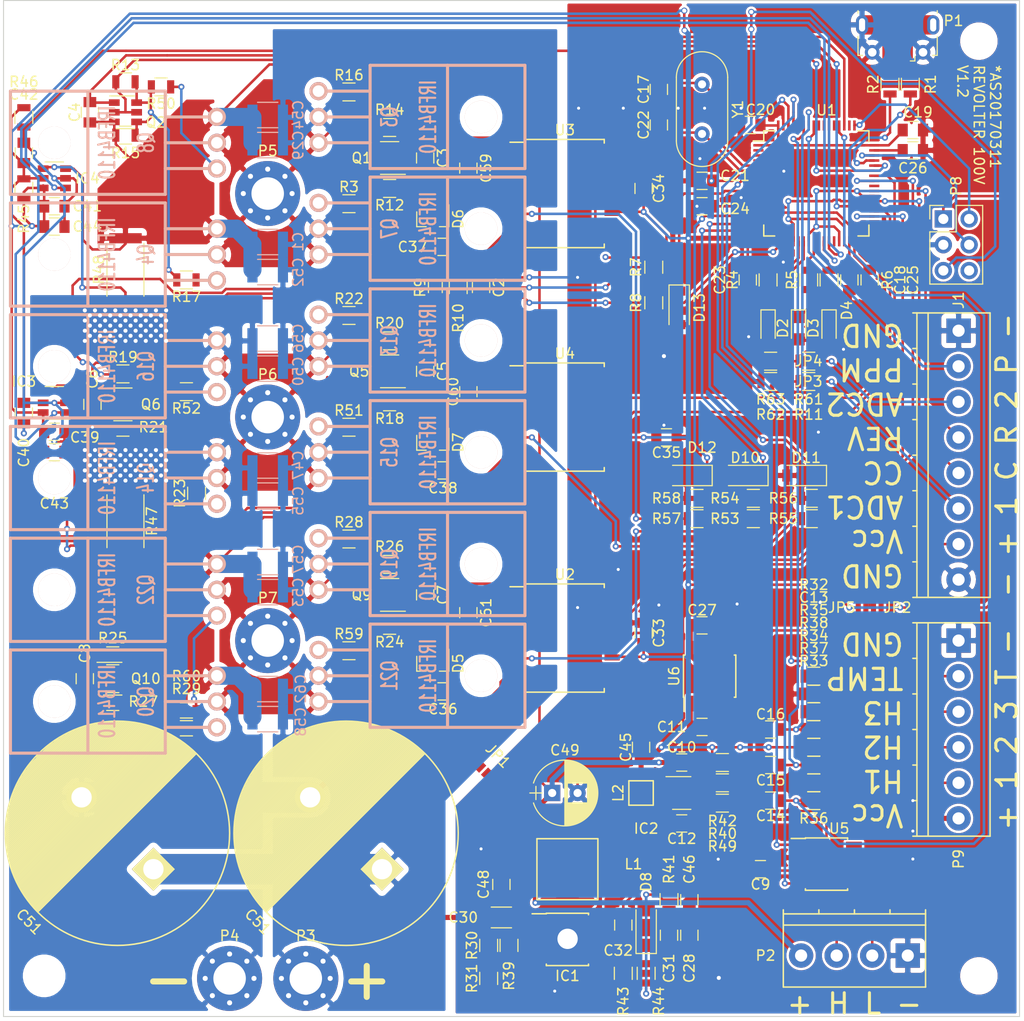
<source format=kicad_pcb>
(kicad_pcb (version 20171130) (host pcbnew "(5.0.0)")
  (layers (0 F.Cu signal) (31 B.Cu signal) (34 B.Paste user hide) (35 F.Paste user hide) (36 B.SilkS user hide) (37 F.SilkS user) (38 B.Mask user hide) (39 F.Mask user hide) (44 Edge.Cuts user))
  (net 0 "")
  (net 1 /MCU/ADC_TEMP)
  (net 2 GND)
  (net 3 "/Mosfet driver/H1_HI")
  (net 4 "/Mosfet driver/H1_VS")
  (net 5 +12V)
  (net 6 "/Mosfet driver/H1_LOW")
  (net 7 "/Mosfet driver/H2_HI")
  (net 8 "/Mosfet driver/H2_VS")
  (net 9 GNDPWR)
  (net 10 "/Mosfet driver/H3_HI")
  (net 11 "/Mosfet driver/H3_VS")
  (net 12 "/Mosfet driver/H3_LOW")
  (net 13 +5V)
  (net 14 "Net-(C12-Pad1)")
  (net 15 "Net-(C12-Pad2)")
  (net 16 /Filters/TEMP_IN)
  (net 17 /Filters/HALL3_OUT)
  (net 18 /Filters/HALL2_OUT)
  (net 19 /Filters/HALL1_OUT)
  (net 20 "Net-(C17-Pad1)")
  (net 21 "Net-(C18-Pad1)")
  (net 22 "Net-(C19-Pad1)")
  (net 23 +3V3)
  (net 24 NRST)
  (net 25 "Net-(C22-Pad1)")
  (net 26 "Net-(C28-Pad1)")
  (net 27 "Net-(C28-Pad2)")
  (net 28 "Net-(C31-Pad1)")
  (net 29 "Net-(C32-Pad1)")
  (net 30 "Net-(C32-Pad2)")
  (net 31 U/2)
  (net 32 +BATT)
  (net 33 "Net-(D2-Pad1)")
  (net 34 "Net-(D3-Pad1)")
  (net 35 "Net-(D4-Pad1)")
  (net 36 /MCU/SENS1)
  (net 37 /MCU/SENS2)
  (net 38 /MCU/SENS3)
  (net 39 /MCU/AN_IN)
  (net 40 "Net-(IC1-Pad3)")
  (net 41 "Net-(IC1-Pad4)")
  (net 42 "Net-(IC2-Pad6)")
  (net 43 /MCU/BR_SO1)
  (net 44 /MCU/BR_SO2)
  (net 45 "Net-(P1-Pad2)")
  (net 46 "Net-(P1-Pad3)")
  (net 47 "/CAN bus transceiver/CANH")
  (net 48 "/CAN bus transceiver/CANL")
  (net 49 /Filters/HALL1_IN)
  (net 50 /Filters/HALL2_IN)
  (net 51 /Filters/HALL3_IN)
  (net 52 /MCU/SERVO)
  (net 53 /MCU/MISO_ADC_EXT2)
  (net 54 /MCU/RX_SCL_MOSI)
  (net 55 /MCU/TX_SDA_NSS)
  (net 56 /MCU/SCK_ADC_EXT)
  (net 57 "/Mosfet driver/M_H1")
  (net 58 "Net-(Q1-Pad4)")
  (net 59 "/Mosfet driver/M_L1")
  (net 60 "Net-(Q2-Pad4)")
  (net 61 "/Mosfet driver/M_H2")
  (net 62 "Net-(Q5-Pad4)")
  (net 63 "/Mosfet driver/M_L2")
  (net 64 "Net-(Q6-Pad4)")
  (net 65 "/Mosfet driver/M_H3")
  (net 66 "Net-(Q9-Pad4)")
  (net 67 "/Mosfet driver/M_L3")
  (net 68 "Net-(Q10-Pad4)")
  (net 69 "Net-(Q13-Pad1)")
  (net 70 "Net-(Q14-Pad1)")
  (net 71 "Net-(Q19-Pad1)")
  (net 72 "Net-(Q20-Pad1)")
  (net 73 /MCU/USB_DM)
  (net 74 /MCU/USB_DP)
  (net 75 /MCU/LED_GREEN)
  (net 76 /MCU/LED_RED)
  (net 77 "Net-(R40-Pad1)")
  (net 78 "/CAN bus transceiver/CAN_RX")
  (net 79 "/CAN bus transceiver/CAN_TX")
  (net 80 /MCU/L3)
  (net 81 /MCU/L2)
  (net 82 /MCU/L1)
  (net 83 /MCU/H3)
  (net 84 /MCU/H2)
  (net 85 /MCU/H1)
  (net 86 SWDIO)
  (net 87 SWCLK)
  (net 88 /MCU/EN_GATE)
  (net 89 "Net-(Q3-Pad1)")
  (net 90 "Net-(Q4-Pad1)")
  (net 91 "Net-(Q7-Pad1)")
  (net 92 "Net-(Q8-Pad1)")
  (net 93 "Net-(Q15-Pad1)")
  (net 94 "Net-(Q16-Pad1)")
  (net 95 "Net-(Q21-Pad1)")
  (net 96 "Net-(Q22-Pad1)")
  (net 97 "Net-(J1-Pad3)")
  (net 98 "Net-(J1-Pad6)")
  (net 99 "Net-(J1-Pad7)")
  (net 100 "Net-(P1-Pad1)")
  (net 101 "Net-(P1-Pad4)")
  (net 102 "Net-(P8-Pad6)")
  (net 103 "Net-(U1-Pad2)")
  (net 104 "Net-(U1-Pad3)")
  (net 105 "Net-(U1-Pad4)")
  (net 106 "Net-(U1-Pad9)")
  (net 107 "Net-(U1-Pad11)")
  (net 108 "Net-(U1-Pad28)")
  (net 109 /MCU/DC_CAL)
  (net 110 "Net-(U1-Pad39)")
  (net 111 "Net-(U1-Pad40)")
  (net 112 "Net-(U1-Pad50)")
  (net 113 /MCU/FAULT)
  (net 114 "Net-(U1-Pad54)")
  (net 115 "Net-(U1-Pad55)")
  (net 116 "Net-(U1-Pad56)")
  (net 117 "Net-(U5-Pad5)")
  (net 118 "Net-(U5-Pad8)")
  (module Crystals:Crystal_HC49-U_Vertical (layer F.Cu) (at 127.75 49.25 270)
    (fp_text reference Y1 (at 2.44 -3.525 270) (layer F.SilkS))
    (fp_text value Crystal)
    (pad 2 thru_hole circle (at 4.88 0 270) (size 1.5 1.5) (drill 0.8) (layers *.Cu *.Mask) (net 25 "Net-(C22-Pad1)"))
    (pad 1 thru_hole circle (at 0 0 270) (size 1.5 1.5) (drill 0.8) (layers *.Cu *.Mask) (net 20 "Net-(C17-Pad1)"))
  )
  (module alexmod:TO220GDS_notab_rev (layer B.Cu) (at 80 77 180)
    (fp_text reference Q16 (at 6.985 0 90) (layer B.SilkS) (effects (font (size 1.524 1.016) (thickness 0.2032)) (justify mirror)))
    (fp_text value IRFB4110 (at 10.795 0 90) (layer B.SilkS) (effects (font (size 1.524 1.016) (thickness 0.2032)) (justify mirror)))
    (pad 3 thru_hole circle (at 0 2.54 180) (size 1.778 1.778) (drill 1.143) (layers *.Cu *.Mask B.SilkS) (net 9 GNDPWR))
    (pad 2 thru_hole circle (at 0 0 180) (size 1.778 1.778) (drill 1.143) (layers *.Cu *.Mask B.SilkS) (net 8 "/Mosfet driver/H2_VS"))
    (pad 1 thru_hole circle (at 0 -2.54 180) (size 1.778 1.778) (drill 1.143) (layers *.Cu *.Mask B.SilkS) (net 94 "Net-(Q16-Pad1)"))
    (pad "" np_thru_hole circle (at 16 0 180) (size 3.2 3.2) (drill 3.2) (layers *.Cu *.Mask B.SilkS))
  )
  (module alexmod:C_Radial_D22_P10 (layer F.Cu) (at 73.75 126.5 135)
    (fp_text reference C51 (at 5 -12.3 135) (layer F.SilkS))
    (fp_text value "1mF 100V")
    (pad 1 thru_hole rect (at 0 0 135) (size 3 3) (drill 2) (layers *.Cu *.Mask F.SilkS) (net 32 +BATT))
    (pad 2 thru_hole circle (at 10 0 135) (size 3 3) (drill 2) (layers *.Cu *.Mask F.SilkS) (net 9 GNDPWR))
  )
  (module alexmod:TO220GDS_notab_rev (layer B.Cu) (at 80 88 180)
    (fp_text reference Q14 (at 6.985 0 90) (layer B.SilkS) (effects (font (size 1.524 1.016) (thickness 0.2032)) (justify mirror)))
    (fp_text value IRFB4110 (at 10.795 0 90) (layer B.SilkS) (effects (font (size 1.524 1.016) (thickness 0.2032)) (justify mirror)))
    (pad 3 thru_hole circle (at 0 2.54 180) (size 1.778 1.778) (drill 1.143) (layers *.Cu *.Mask B.SilkS) (net 9 GNDPWR))
    (pad 2 thru_hole circle (at 0 0 180) (size 1.778 1.778) (drill 1.143) (layers *.Cu *.Mask B.SilkS) (net 8 "/Mosfet driver/H2_VS"))
    (pad 1 thru_hole circle (at 0 -2.54 180) (size 1.778 1.778) (drill 1.143) (layers *.Cu *.Mask B.SilkS) (net 70 "Net-(Q14-Pad1)"))
    (pad "" np_thru_hole circle (at 16 0 180) (size 3.2 3.2) (drill 3.2) (layers *.Cu *.Mask B.SilkS))
  )
  (module alexmod:TO220GDS_notab_rev (layer B.Cu) (at 80 110 180)
    (fp_text reference Q20 (at 6.985 0 90) (layer B.SilkS) (effects (font (size 1.524 1.016) (thickness 0.2032)) (justify mirror)))
    (fp_text value IRFB4110 (at 10.795 0 90) (layer B.SilkS) (effects (font (size 1.524 1.016) (thickness 0.2032)) (justify mirror)))
    (pad 3 thru_hole circle (at 0 2.54 180) (size 1.778 1.778) (drill 1.143) (layers *.Cu *.Mask B.SilkS) (net 12 "/Mosfet driver/H3_LOW"))
    (pad 2 thru_hole circle (at 0 0 180) (size 1.778 1.778) (drill 1.143) (layers *.Cu *.Mask B.SilkS) (net 11 "/Mosfet driver/H3_VS"))
    (pad 1 thru_hole circle (at 0 -2.54 180) (size 1.778 1.778) (drill 1.143) (layers *.Cu *.Mask B.SilkS) (net 72 "Net-(Q20-Pad1)"))
    (pad "" np_thru_hole circle (at 16 0 180) (size 3.2 3.2) (drill 3.2) (layers *.Cu *.Mask B.SilkS))
  )
  (module alexmod:TO220GDS_notab_rev (layer B.Cu) (at 80 55 180)
    (fp_text reference Q8 (at 6.985 0 90) (layer B.SilkS) (effects (font (size 1.524 1.016) (thickness 0.2032)) (justify mirror)))
    (fp_text value IRFB4110 (at 10.795 0 90) (layer B.SilkS) (effects (font (size 1.524 1.016) (thickness 0.2032)) (justify mirror)))
    (pad 3 thru_hole circle (at 0 2.54 180) (size 1.778 1.778) (drill 1.143) (layers *.Cu *.Mask B.SilkS) (net 6 "/Mosfet driver/H1_LOW"))
    (pad 2 thru_hole circle (at 0 0 180) (size 1.778 1.778) (drill 1.143) (layers *.Cu *.Mask B.SilkS) (net 4 "/Mosfet driver/H1_VS"))
    (pad 1 thru_hole circle (at 0 -2.54 180) (size 1.778 1.778) (drill 1.143) (layers *.Cu *.Mask B.SilkS) (net 92 "Net-(Q8-Pad1)"))
    (pad "" np_thru_hole circle (at 16 0 180) (size 3.2 3.2) (drill 3.2) (layers *.Cu *.Mask B.SilkS))
  )
  (module alexmod:TO220GDS_notab_rev (layer B.Cu) (at 90 63.46)
    (fp_text reference Q7 (at 6.985 0 270) (layer B.SilkS) (effects (font (size 1.524 1.016) (thickness 0.2032)) (justify mirror)))
    (fp_text value IRFB4110 (at 10.795 0 270) (layer B.SilkS) (effects (font (size 1.524 1.016) (thickness 0.2032)) (justify mirror)))
    (pad 3 thru_hole circle (at 0 2.54) (size 1.778 1.778) (drill 1.143) (layers *.Cu *.Mask B.SilkS) (net 4 "/Mosfet driver/H1_VS"))
    (pad 2 thru_hole circle (at 0 0) (size 1.778 1.778) (drill 1.143) (layers *.Cu *.Mask B.SilkS) (net 32 +BATT))
    (pad 1 thru_hole circle (at 0 -2.54) (size 1.778 1.778) (drill 1.143) (layers *.Cu *.Mask B.SilkS) (net 91 "Net-(Q7-Pad1)"))
    (pad "" np_thru_hole circle (at 16 0) (size 3.2 3.2) (drill 3.2) (layers *.Cu *.Mask B.SilkS))
  )
  (module alexmod:C_Radial_D22_P10 (layer F.Cu) (at 96.25 126.5 135)
    (fp_text reference C51 (at 5 -12.3 135) (layer F.SilkS))
    (fp_text value "1mF 100V")
    (pad 1 thru_hole rect (at 0 0 135) (size 3 3) (drill 2) (layers *.Cu *.Mask F.SilkS) (net 32 +BATT))
    (pad 2 thru_hole circle (at 10 0 135) (size 3 3) (drill 2) (layers *.Cu *.Mask F.SilkS) (net 9 GNDPWR))
  )
  (module alexmod:Jumper_2 (layer F.Cu) (at 143.5 100.75 180)
    (fp_text reference JP5 (at 2 0 180) (layer F.SilkS))
    (fp_text value opt.)
    (pad 1 smd rect (at -0.375 0 180) (size 0.5 1) (layers F.Cu F.Paste F.Mask) (net 99 "Net-(J1-Pad7)"))
    (pad 2 smd rect (at 0.375 0 180) (size 0.5 1) (layers F.Cu F.Paste F.Mask) (net 23 +3V3))
  )
  (module Capacitors_SMD:C_0805 (layer F.Cu) (at 124.25 84 180)
    (fp_text reference C35 (at 0 -1.5 180) (layer F.SilkS))
    (fp_text value 100n)
    (pad 1 smd rect (at -1 0 180) (size 1 1.25) (layers F.Cu F.Paste F.Mask) (net 2 GND))
    (pad 2 smd rect (at 1 0 180) (size 1 1.25) (layers F.Cu F.Paste F.Mask) (net 23 +3V3))
  )
  (module Capacitors_SMD:C_0805 (layer F.Cu) (at 106 69.25 90)
    (fp_text reference C2 (at 0 1.75 90) (layer F.SilkS))
    (fp_text value 100n)
    (pad 1 smd rect (at -1 0 90) (size 1 1.25) (layers F.Cu F.Paste F.Mask) (net 1 /MCU/ADC_TEMP))
    (pad 2 smd rect (at 1 0 90) (size 1 1.25) (layers F.Cu F.Paste F.Mask) (net 2 GND))
  )
  (module Capacitors_SMD:C_0805 (layer F.Cu) (at 132.25 68.5 90)
    (fp_text reference C23 (at 0 -2.75 90) (layer F.SilkS))
    (fp_text value 1u)
    (pad 1 smd rect (at -1 0 90) (size 1 1.25) (layers F.Cu F.Paste F.Mask) (net 2 GND))
    (pad 2 smd rect (at 1 0 90) (size 1 1.25) (layers F.Cu F.Paste F.Mask) (net 23 +3V3))
  )
  (module TO_SOT_Packages_SMD:SOT-23-6 (layer F.Cu) (at 64 80.6 180)
    (fp_text reference IC3 (at 3 2.1 180) (layer F.SilkS))
    (fp_text value INA181A1)
    (pad 1 smd rect (at -1.1 -0.95 180) (size 1.06 0.65) (layers F.Cu F.Paste F.Mask) (net 43 /MCU/BR_SO1))
    (pad 2 smd rect (at -1.1 0 180) (size 1.06 0.65) (layers F.Cu F.Paste F.Mask) (net 2 GND))
    (pad 3 smd rect (at -1.1 0.95 180) (size 1.06 0.65) (layers F.Cu F.Paste F.Mask) (net 12 "/Mosfet driver/H3_LOW"))
    (pad 4 smd rect (at 1.1 0.95 180) (size 1.06 0.65) (layers F.Cu F.Paste F.Mask) (net 9 GNDPWR))
    (pad 6 smd rect (at 1.1 -0.95 180) (size 1.06 0.65) (layers F.Cu F.Paste F.Mask) (net 23 +3V3))
    (pad 5 smd rect (at 1.1 0 180) (size 1.06 0.65) (layers F.Cu F.Paste F.Mask) (net 31 U/2))
  )
  (module Resistors_SMD:R_0805 (layer F.Cu) (at 61 59.5 90)
    (fp_text reference R45 (at -3 0 90) (layer F.SilkS))
    (fp_text value 10k)
    (pad 1 smd rect (at -0.95 0 90) (size 0.7 1.3) (layers F.Cu F.Paste F.Mask) (net 23 +3V3))
    (pad 2 smd rect (at 0.95 0 90) (size 0.7 1.3) (layers F.Cu F.Paste F.Mask) (net 31 U/2))
  )
  (module Resistors_SMD:R_0805 (layer F.Cu) (at 77 79.5 180)
    (fp_text reference R52 (at 0 -1.65 180) (layer F.SilkS))
    (fp_text value 1R)
    (pad 1 smd rect (at -0.95 0 180) (size 0.7 1.3) (layers F.Cu F.Paste F.Mask) (net 94 "Net-(Q16-Pad1)"))
    (pad 2 smd rect (at 0.95 0 180) (size 0.7 1.3) (layers F.Cu F.Paste F.Mask) (net 64 "Net-(Q6-Pad4)"))
  )
  (module alexmod:TO220GDS_notab_rev (layer B.Cu) (at 79.999999 66 180)
    (fp_text reference Q4 (at 6.985 0 90) (layer B.SilkS) (effects (font (size 1.524 1.016) (thickness 0.2032)) (justify mirror)))
    (fp_text value IRFB4110 (at 10.795 0 90) (layer B.SilkS) (effects (font (size 1.524 1.016) (thickness 0.2032)) (justify mirror)))
    (pad 3 thru_hole circle (at 0 2.54 180) (size 1.778 1.778) (drill 1.143) (layers *.Cu *.Mask B.SilkS) (net 6 "/Mosfet driver/H1_LOW"))
    (pad 2 thru_hole circle (at 0 0 180) (size 1.778 1.778) (drill 1.143) (layers *.Cu *.Mask B.SilkS) (net 4 "/Mosfet driver/H1_VS"))
    (pad 1 thru_hole circle (at 0 -2.54 180) (size 1.778 1.778) (drill 1.143) (layers *.Cu *.Mask B.SilkS) (net 90 "Net-(Q4-Pad1)"))
    (pad "" np_thru_hole circle (at 16 0 180) (size 3.2 3.2) (drill 3.2) (layers *.Cu *.Mask B.SilkS))
  )
  (module Resistors_SMD:R_0805 (layer F.Cu) (at 71 54.25)
    (fp_text reference R15 (at 0 1.75) (layer F.SilkS))
    (fp_text value 10k)
    (pad 1 smd rect (at -0.95 0) (size 0.7 1.3) (layers F.Cu F.Paste F.Mask) (net 6 "/Mosfet driver/H1_LOW"))
    (pad 2 smd rect (at 0.95 0) (size 0.7 1.3) (layers F.Cu F.Paste F.Mask) (net 60 "Net-(Q2-Pad4)"))
  )
  (module alexmod:TO220GDS_notab_rev (layer B.Cu) (at 90 107.46)
    (fp_text reference Q21 (at 6.985 0 270) (layer B.SilkS) (effects (font (size 1.524 1.016) (thickness 0.2032)) (justify mirror)))
    (fp_text value IRFB4110 (at 10.795 0 270) (layer B.SilkS) (effects (font (size 1.524 1.016) (thickness 0.2032)) (justify mirror)))
    (pad 3 thru_hole circle (at 0 2.54) (size 1.778 1.778) (drill 1.143) (layers *.Cu *.Mask B.SilkS) (net 11 "/Mosfet driver/H3_VS"))
    (pad 2 thru_hole circle (at 0 0) (size 1.778 1.778) (drill 1.143) (layers *.Cu *.Mask B.SilkS) (net 32 +BATT))
    (pad 1 thru_hole circle (at 0 -2.54) (size 1.778 1.778) (drill 1.143) (layers *.Cu *.Mask B.SilkS) (net 95 "Net-(Q21-Pad1)"))
    (pad "" np_thru_hole circle (at 16 0) (size 3.2 3.2) (drill 3.2) (layers *.Cu *.Mask B.SilkS))
  )
  (module alexmod:TO220GDS_notab_rev (layer B.Cu) (at 90 52.46)
    (fp_text reference Q3 (at 6.985 0 270) (layer B.SilkS) (effects (font (size 1.524 1.016) (thickness 0.2032)) (justify mirror)))
    (fp_text value IRFB4110 (at 10.795 0 270) (layer B.SilkS) (effects (font (size 1.524 1.016) (thickness 0.2032)) (justify mirror)))
    (pad 3 thru_hole circle (at 0 2.54) (size 1.778 1.778) (drill 1.143) (layers *.Cu *.Mask B.SilkS) (net 4 "/Mosfet driver/H1_VS"))
    (pad 2 thru_hole circle (at 0 0) (size 1.778 1.778) (drill 1.143) (layers *.Cu *.Mask B.SilkS) (net 32 +BATT))
    (pad 1 thru_hole circle (at 0 -2.54) (size 1.778 1.778) (drill 1.143) (layers *.Cu *.Mask B.SilkS) (net 89 "Net-(Q3-Pad1)"))
    (pad "" np_thru_hole circle (at 16 0) (size 3.2 3.2) (drill 3.2) (layers *.Cu *.Mask B.SilkS))
  )
  (module Capacitors_SMD:C_1206 (layer F.Cu) (at 108 131.25)
    (fp_text reference C30 (at -3.75 0) (layer F.SilkS))
    (fp_text value 1u)
    (pad 1 smd rect (at -1.5 0) (size 1 1.6) (layers F.Cu F.Paste F.Mask) (net 32 +BATT))
    (pad 2 smd rect (at 1.5 0) (size 1 1.6) (layers F.Cu F.Paste F.Mask) (net 2 GND))
  )
  (module Resistors_SMD:R_0805 (layer F.Cu) (at 77 111 180)
    (fp_text reference R60 (at 0 3.5 180) (layer F.SilkS))
    (fp_text value 1R)
    (pad 1 smd rect (at -0.95 0 180) (size 0.7 1.3) (layers F.Cu F.Paste F.Mask) (net 96 "Net-(Q22-Pad1)"))
    (pad 2 smd rect (at 0.95 0 180) (size 0.7 1.3) (layers F.Cu F.Paste F.Mask) (net 68 "Net-(Q10-Pad4)"))
  )
  (module Resistors_SMD:R_0805 (layer F.Cu) (at 93 105)
    (fp_text reference R59 (at 0 -1.65) (layer F.SilkS))
    (fp_text value 1R)
    (pad 1 smd rect (at -0.95 0) (size 0.7 1.3) (layers F.Cu F.Paste F.Mask) (net 95 "Net-(Q21-Pad1)"))
    (pad 2 smd rect (at 0.95 0) (size 0.7 1.3) (layers F.Cu F.Paste F.Mask) (net 66 "Net-(Q9-Pad4)"))
  )
  (module Resistors_SMD:R_0805 (layer F.Cu) (at 93 83)
    (fp_text reference R51 (at 0 -1.65) (layer F.SilkS))
    (fp_text value 1R)
    (pad 1 smd rect (at -0.95 0) (size 0.7 1.3) (layers F.Cu F.Paste F.Mask) (net 93 "Net-(Q15-Pad1)"))
    (pad 2 smd rect (at 0.95 0) (size 0.7 1.3) (layers F.Cu F.Paste F.Mask) (net 62 "Net-(Q5-Pad4)"))
  )
  (module Resistors_SMD:R_0805 (layer F.Cu) (at 74.5 49.5 180)
    (fp_text reference R50 (at 0 -1.65 180) (layer F.SilkS))
    (fp_text value 1R)
    (pad 1 smd rect (at -0.95 0 180) (size 0.7 1.3) (layers F.Cu F.Paste F.Mask) (net 92 "Net-(Q8-Pad1)"))
    (pad 2 smd rect (at 0.95 0 180) (size 0.7 1.3) (layers F.Cu F.Paste F.Mask) (net 60 "Net-(Q2-Pad4)"))
  )
  (module Resistors_SMD:R_0805 (layer F.Cu) (at 93 61)
    (fp_text reference R3 (at 0 -1.65) (layer F.SilkS))
    (fp_text value 1R)
    (pad 1 smd rect (at -0.95 0) (size 0.7 1.3) (layers F.Cu F.Paste F.Mask) (net 91 "Net-(Q7-Pad1)"))
    (pad 2 smd rect (at 0.95 0) (size 0.7 1.3) (layers F.Cu F.Paste F.Mask) (net 58 "Net-(Q1-Pad4)"))
  )
  (module Pin_Headers:Pin_Header_Straight_2x03_Pitch2.54mm (layer F.Cu) (at 151.5 62.5)
    (fp_text reference P8 (at 1.27 -3.25 90) (layer F.SilkS))
    (fp_text value SWD)
    (pad 1 thru_hole rect (at 0 0) (size 1.7 1.7) (drill 1) (layers *.Cu *.Mask) (net 23 +3V3))
    (pad 2 thru_hole oval (at 2.54 0) (size 1.7 1.7) (drill 1) (layers *.Cu *.Mask) (net 87 SWCLK))
    (pad 3 thru_hole oval (at 0 2.54) (size 1.7 1.7) (drill 1) (layers *.Cu *.Mask) (net 2 GND))
    (pad 4 thru_hole oval (at 2.54 2.54) (size 1.7 1.7) (drill 1) (layers *.Cu *.Mask) (net 86 SWDIO))
    (pad 5 thru_hole oval (at 0 5.08) (size 1.7 1.7) (drill 1) (layers *.Cu *.Mask) (net 24 NRST))
    (pad 6 thru_hole oval (at 2.54 5.08) (size 1.7 1.7) (drill 1) (layers *.Cu *.Mask) (net 102 "Net-(P8-Pad6)"))
  )
  (module Housings_SOIC:SOIC-8_3.9x4.9mm_Pitch1.27mm (layer F.Cu) (at 128.5 107.5 90)
    (fp_text reference U6 (at 0 -3.5 90) (layer F.SilkS))
    (fp_text value 7805_SO8)
    (pad 1 smd rect (at -2.7 -1.905 90) (size 1.55 0.6) (layers F.Cu F.Paste F.Mask) (net 5 +12V))
    (pad 2 smd rect (at -2.7 -0.635 90) (size 1.55 0.6) (layers F.Cu F.Paste F.Mask) (net 2 GND))
    (pad 3 smd rect (at -2.7 0.635 90) (size 1.55 0.6) (layers F.Cu F.Paste F.Mask) (net 2 GND))
    (pad 4 smd rect (at -2.7 1.905 90) (size 1.55 0.6) (layers F.Cu F.Paste F.Mask))
    (pad 5 smd rect (at 2.7 1.905 90) (size 1.55 0.6) (layers F.Cu F.Paste F.Mask))
    (pad 6 smd rect (at 2.7 0.635 90) (size 1.55 0.6) (layers F.Cu F.Paste F.Mask) (net 2 GND))
    (pad 7 smd rect (at 2.7 -0.635 90) (size 1.55 0.6) (layers F.Cu F.Paste F.Mask) (net 2 GND))
    (pad 8 smd rect (at 2.7 -1.905 90) (size 1.55 0.6) (layers F.Cu F.Paste F.Mask) (net 13 +5V))
  )
  (module Housings_SOIC:SOIC-16W_7.5x10.3mm_Pitch1.27mm (layer F.Cu) (at 114.25 82)
    (fp_text reference U4 (at 0 -6.25) (layer F.SilkS))
    (fp_text value IR2110S)
    (pad 1 smd rect (at -4.65 -4.445) (size 1.5 0.6) (layers F.Cu F.Paste F.Mask) (net 63 "/Mosfet driver/M_L2"))
    (pad 2 smd rect (at -4.65 -3.175) (size 1.5 0.6) (layers F.Cu F.Paste F.Mask) (net 9 GNDPWR))
    (pad 3 smd rect (at -4.65 -1.905) (size 1.5 0.6) (layers F.Cu F.Paste F.Mask) (net 5 +12V))
    (pad 4 smd rect (at -4.65 -0.635) (size 1.5 0.6) (layers F.Cu F.Paste F.Mask))
    (pad 5 smd rect (at -4.65 0.635) (size 1.5 0.6) (layers F.Cu F.Paste F.Mask))
    (pad 6 smd rect (at -4.65 1.905) (size 1.5 0.6) (layers F.Cu F.Paste F.Mask) (net 8 "/Mosfet driver/H2_VS"))
    (pad 7 smd rect (at -4.65 3.175) (size 1.5 0.6) (layers F.Cu F.Paste F.Mask) (net 7 "/Mosfet driver/H2_HI"))
    (pad 8 smd rect (at -4.65 4.445) (size 1.5 0.6) (layers F.Cu F.Paste F.Mask) (net 61 "/Mosfet driver/M_H2"))
    (pad 9 smd rect (at 4.65 4.445) (size 1.5 0.6) (layers F.Cu F.Paste F.Mask))
    (pad 10 smd rect (at 4.65 3.175) (size 1.5 0.6) (layers F.Cu F.Paste F.Mask))
    (pad 11 smd rect (at 4.65 1.905) (size 1.5 0.6) (layers F.Cu F.Paste F.Mask) (net 23 +3V3))
    (pad 12 smd rect (at 4.65 0.635) (size 1.5 0.6) (layers F.Cu F.Paste F.Mask) (net 84 /MCU/H2))
    (pad 13 smd rect (at 4.65 -0.635) (size 1.5 0.6) (layers F.Cu F.Paste F.Mask) (net 88 /MCU/EN_GATE))
    (pad 14 smd rect (at 4.65 -1.905) (size 1.5 0.6) (layers F.Cu F.Paste F.Mask) (net 81 /MCU/L2))
    (pad 15 smd rect (at 4.65 -3.175) (size 1.5 0.6) (layers F.Cu F.Paste F.Mask) (net 2 GND))
    (pad 16 smd rect (at 4.65 -4.445) (size 1.5 0.6) (layers F.Cu F.Paste F.Mask))
  )
  (module Housings_SOIC:SOIC-16W_7.5x10.3mm_Pitch1.27mm (layer F.Cu) (at 114.25 60)
    (fp_text reference U3 (at 0 -6.25) (layer F.SilkS))
    (fp_text value IR2110S)
    (pad 1 smd rect (at -4.65 -4.445) (size 1.5 0.6) (layers F.Cu F.Paste F.Mask) (net 59 "/Mosfet driver/M_L1"))
    (pad 2 smd rect (at -4.65 -3.175) (size 1.5 0.6) (layers F.Cu F.Paste F.Mask) (net 6 "/Mosfet driver/H1_LOW"))
    (pad 3 smd rect (at -4.65 -1.905) (size 1.5 0.6) (layers F.Cu F.Paste F.Mask) (net 5 +12V))
    (pad 4 smd rect (at -4.65 -0.635) (size 1.5 0.6) (layers F.Cu F.Paste F.Mask))
    (pad 5 smd rect (at -4.65 0.635) (size 1.5 0.6) (layers F.Cu F.Paste F.Mask))
    (pad 6 smd rect (at -4.65 1.905) (size 1.5 0.6) (layers F.Cu F.Paste F.Mask) (net 4 "/Mosfet driver/H1_VS"))
    (pad 7 smd rect (at -4.65 3.175) (size 1.5 0.6) (layers F.Cu F.Paste F.Mask) (net 3 "/Mosfet driver/H1_HI"))
    (pad 8 smd rect (at -4.65 4.445) (size 1.5 0.6) (layers F.Cu F.Paste F.Mask) (net 57 "/Mosfet driver/M_H1"))
    (pad 9 smd rect (at 4.65 4.445) (size 1.5 0.6) (layers F.Cu F.Paste F.Mask))
    (pad 10 smd rect (at 4.65 3.175) (size 1.5 0.6) (layers F.Cu F.Paste F.Mask))
    (pad 11 smd rect (at 4.65 1.905) (size 1.5 0.6) (layers F.Cu F.Paste F.Mask) (net 23 +3V3))
    (pad 12 smd rect (at 4.65 0.635) (size 1.5 0.6) (layers F.Cu F.Paste F.Mask) (net 85 /MCU/H1))
    (pad 13 smd rect (at 4.65 -0.635) (size 1.5 0.6) (layers F.Cu F.Paste F.Mask) (net 88 /MCU/EN_GATE))
    (pad 14 smd rect (at 4.65 -1.905) (size 1.5 0.6) (layers F.Cu F.Paste F.Mask) (net 82 /MCU/L1))
    (pad 15 smd rect (at 4.65 -3.175) (size 1.5 0.6) (layers F.Cu F.Paste F.Mask) (net 2 GND))
    (pad 16 smd rect (at 4.65 -4.445) (size 1.5 0.6) (layers F.Cu F.Paste F.Mask))
  )
  (module Housings_SOIC:SOIC-16W_7.5x10.3mm_Pitch1.27mm (layer F.Cu) (at 114.25 103.75)
    (fp_text reference U2 (at 0 -6.25) (layer F.SilkS))
    (fp_text value IR2110S)
    (pad 1 smd rect (at -4.65 -4.445) (size 1.5 0.6) (layers F.Cu F.Paste F.Mask) (net 67 "/Mosfet driver/M_L3"))
    (pad 2 smd rect (at -4.65 -3.175) (size 1.5 0.6) (layers F.Cu F.Paste F.Mask) (net 12 "/Mosfet driver/H3_LOW"))
    (pad 3 smd rect (at -4.65 -1.905) (size 1.5 0.6) (layers F.Cu F.Paste F.Mask) (net 5 +12V))
    (pad 4 smd rect (at -4.65 -0.635) (size 1.5 0.6) (layers F.Cu F.Paste F.Mask))
    (pad 5 smd rect (at -4.65 0.635) (size 1.5 0.6) (layers F.Cu F.Paste F.Mask))
    (pad 6 smd rect (at -4.65 1.905) (size 1.5 0.6) (layers F.Cu F.Paste F.Mask) (net 11 "/Mosfet driver/H3_VS"))
    (pad 7 smd rect (at -4.65 3.175) (size 1.5 0.6) (layers F.Cu F.Paste F.Mask) (net 10 "/Mosfet driver/H3_HI"))
    (pad 8 smd rect (at -4.65 4.445) (size 1.5 0.6) (layers F.Cu F.Paste F.Mask) (net 65 "/Mosfet driver/M_H3"))
    (pad 9 smd rect (at 4.65 4.445) (size 1.5 0.6) (layers F.Cu F.Paste F.Mask))
    (pad 10 smd rect (at 4.65 3.175) (size 1.5 0.6) (layers F.Cu F.Paste F.Mask))
    (pad 11 smd rect (at 4.65 1.905) (size 1.5 0.6) (layers F.Cu F.Paste F.Mask) (net 23 +3V3))
    (pad 12 smd rect (at 4.65 0.635) (size 1.5 0.6) (layers F.Cu F.Paste F.Mask) (net 83 /MCU/H3))
    (pad 13 smd rect (at 4.65 -0.635) (size 1.5 0.6) (layers F.Cu F.Paste F.Mask) (net 88 /MCU/EN_GATE))
    (pad 14 smd rect (at 4.65 -1.905) (size 1.5 0.6) (layers F.Cu F.Paste F.Mask) (net 80 /MCU/L3))
    (pad 15 smd rect (at 4.65 -3.175) (size 1.5 0.6) (layers F.Cu F.Paste F.Mask) (net 2 GND))
    (pad 16 smd rect (at 4.65 -4.445) (size 1.5 0.6) (layers F.Cu F.Paste F.Mask))
  )
  (module alexmod:TO220GDS_notab_rev (layer B.Cu) (at 80 99 180)
    (fp_text reference Q22 (at 6.985 0 90) (layer B.SilkS) (effects (font (size 1.524 1.016) (thickness 0.2032)) (justify mirror)))
    (fp_text value IRFB4110 (at 10.795 0 90) (layer B.SilkS) (effects (font (size 1.524 1.016) (thickness 0.2032)) (justify mirror)))
    (pad 3 thru_hole circle (at 0 2.54 180) (size 1.778 1.778) (drill 1.143) (layers *.Cu *.Mask B.SilkS) (net 12 "/Mosfet driver/H3_LOW"))
    (pad 2 thru_hole circle (at 0 0 180) (size 1.778 1.778) (drill 1.143) (layers *.Cu *.Mask B.SilkS) (net 11 "/Mosfet driver/H3_VS"))
    (pad 1 thru_hole circle (at 0 -2.54 180) (size 1.778 1.778) (drill 1.143) (layers *.Cu *.Mask B.SilkS) (net 96 "Net-(Q22-Pad1)"))
    (pad "" np_thru_hole circle (at 16 0 180) (size 3.2 3.2) (drill 3.2) (layers *.Cu *.Mask B.SilkS))
  )
  (module alexmod:TO220GDS_notab_rev (layer B.Cu) (at 90 96.46)
    (fp_text reference Q19 (at 6.985 0 270) (layer B.SilkS) (effects (font (size 1.524 1.016) (thickness 0.2032)) (justify mirror)))
    (fp_text value IRFB4110 (at 10.795 0 270) (layer B.SilkS) (effects (font (size 1.524 1.016) (thickness 0.2032)) (justify mirror)))
    (pad 3 thru_hole circle (at 0 2.54) (size 1.778 1.778) (drill 1.143) (layers *.Cu *.Mask B.SilkS) (net 11 "/Mosfet driver/H3_VS"))
    (pad 2 thru_hole circle (at 0 0) (size 1.778 1.778) (drill 1.143) (layers *.Cu *.Mask B.SilkS) (net 32 +BATT))
    (pad 1 thru_hole circle (at 0 -2.54) (size 1.778 1.778) (drill 1.143) (layers *.Cu *.Mask B.SilkS) (net 71 "Net-(Q19-Pad1)"))
    (pad "" np_thru_hole circle (at 16 0) (size 3.2 3.2) (drill 3.2) (layers *.Cu *.Mask B.SilkS))
  )
  (module alexmod:TO220GDS_notab_rev (layer B.Cu) (at 90 74.46)
    (fp_text reference Q13 (at 6.985 0 270) (layer B.SilkS) (effects (font (size 1.524 1.016) (thickness 0.2032)) (justify mirror)))
    (fp_text value IRFB4110 (at 10.795 0 270) (layer B.SilkS) (effects (font (size 1.524 1.016) (thickness 0.2032)) (justify mirror)))
    (pad 3 thru_hole circle (at 0 2.54) (size 1.778 1.778) (drill 1.143) (layers *.Cu *.Mask B.SilkS) (net 8 "/Mosfet driver/H2_VS"))
    (pad 2 thru_hole circle (at 0 0) (size 1.778 1.778) (drill 1.143) (layers *.Cu *.Mask B.SilkS) (net 32 +BATT))
    (pad 1 thru_hole circle (at 0 -2.54) (size 1.778 1.778) (drill 1.143) (layers *.Cu *.Mask B.SilkS) (net 69 "Net-(Q13-Pad1)"))
    (pad "" np_thru_hole circle (at 16 0) (size 3.2 3.2) (drill 3.2) (layers *.Cu *.Mask B.SilkS))
  )
  (module Housings_SOIC:SOIC-8_3.9x4.9mm_Pitch1.27mm (layer F.Cu) (at 140 126)
    (fp_text reference U5 (at 1.25 -3.5) (layer F.SilkS))
    (fp_text value PCA82C251)
    (pad 1 smd rect (at -2.7 -1.905) (size 1.55 0.6) (layers F.Cu F.Paste F.Mask) (net 79 "/CAN bus transceiver/CAN_TX"))
    (pad 2 smd rect (at -2.7 -0.635) (size 1.55 0.6) (layers F.Cu F.Paste F.Mask) (net 2 GND))
    (pad 3 smd rect (at -2.7 0.635) (size 1.55 0.6) (layers F.Cu F.Paste F.Mask) (net 13 +5V))
    (pad 4 smd rect (at -2.7 1.905) (size 1.55 0.6) (layers F.Cu F.Paste F.Mask) (net 78 "/CAN bus transceiver/CAN_RX"))
    (pad 5 smd rect (at 2.7 1.905) (size 1.55 0.6) (layers F.Cu F.Paste F.Mask) (net 117 "Net-(U5-Pad5)"))
    (pad 6 smd rect (at 2.7 0.635) (size 1.55 0.6) (layers F.Cu F.Paste F.Mask) (net 48 "/CAN bus transceiver/CANL"))
    (pad 7 smd rect (at 2.7 -0.635) (size 1.55 0.6) (layers F.Cu F.Paste F.Mask) (net 47 "/CAN bus transceiver/CANH"))
    (pad 8 smd rect (at 2.7 -1.905) (size 1.55 0.6) (layers F.Cu F.Paste F.Mask) (net 118 "Net-(U5-Pad8)"))
  )
  (module Housings_QFP:LQFP-64_10x10mm_Pitch0.5mm (layer F.Cu) (at 139 59)
    (fp_text reference U1 (at 1 -7.2) (layer F.SilkS))
    (fp_text value STM32F40X_LQFP64)
    (pad 1 smd rect (at -5.7 -3.75) (size 1 0.25) (layers F.Cu F.Paste F.Mask) (net 23 +3V3))
    (pad 2 smd rect (at -5.7 -3.25) (size 1 0.25) (layers F.Cu F.Paste F.Mask) (net 103 "Net-(U1-Pad2)"))
    (pad 3 smd rect (at -5.7 -2.75) (size 1 0.25) (layers F.Cu F.Paste F.Mask) (net 104 "Net-(U1-Pad3)"))
    (pad 4 smd rect (at -5.7 -2.25) (size 1 0.25) (layers F.Cu F.Paste F.Mask) (net 105 "Net-(U1-Pad4)"))
    (pad 5 smd rect (at -5.7 -1.75) (size 1 0.25) (layers F.Cu F.Paste F.Mask) (net 20 "Net-(C17-Pad1)"))
    (pad 6 smd rect (at -5.7 -1.25) (size 1 0.25) (layers F.Cu F.Paste F.Mask) (net 25 "Net-(C22-Pad1)"))
    (pad 7 smd rect (at -5.7 -0.75) (size 1 0.25) (layers F.Cu F.Paste F.Mask) (net 24 NRST))
    (pad 8 smd rect (at -5.7 -0.25) (size 1 0.25) (layers F.Cu F.Paste F.Mask) (net 16 /Filters/TEMP_IN))
    (pad 9 smd rect (at -5.7 0.25) (size 1 0.25) (layers F.Cu F.Paste F.Mask) (net 106 "Net-(U1-Pad9)"))
    (pad 10 smd rect (at -5.7 0.75) (size 1 0.25) (layers F.Cu F.Paste F.Mask) (net 39 /MCU/AN_IN))
    (pad 11 smd rect (at -5.7 1.25) (size 1 0.25) (layers F.Cu F.Paste F.Mask) (net 107 "Net-(U1-Pad11)"))
    (pad 12 smd rect (at -5.7 1.75) (size 1 0.25) (layers F.Cu F.Paste F.Mask) (net 2 GND))
    (pad 13 smd rect (at -5.7 2.25) (size 1 0.25) (layers F.Cu F.Paste F.Mask) (net 23 +3V3))
    (pad 14 smd rect (at -5.7 2.75) (size 1 0.25) (layers F.Cu F.Paste F.Mask) (net 38 /MCU/SENS3))
    (pad 15 smd rect (at -5.7 3.25) (size 1 0.25) (layers F.Cu F.Paste F.Mask) (net 37 /MCU/SENS2))
    (pad 16 smd rect (at -5.7 3.75) (size 1 0.25) (layers F.Cu F.Paste F.Mask) (net 36 /MCU/SENS1))
    (pad 17 smd rect (at -3.75 5.7 90) (size 1 0.25) (layers F.Cu F.Paste F.Mask) (net 1 /MCU/ADC_TEMP))
    (pad 18 smd rect (at -3.25 5.7 90) (size 1 0.25) (layers F.Cu F.Paste F.Mask) (net 2 GND))
    (pad 19 smd rect (at -2.75 5.7 90) (size 1 0.25) (layers F.Cu F.Paste F.Mask) (net 23 +3V3))
    (pad 20 smd rect (at -2.25 5.7 90) (size 1 0.25) (layers F.Cu F.Paste F.Mask) (net 55 /MCU/TX_SDA_NSS))
    (pad 21 smd rect (at -1.75 5.7 90) (size 1 0.25) (layers F.Cu F.Paste F.Mask) (net 56 /MCU/SCK_ADC_EXT))
    (pad 22 smd rect (at -1.25 5.7 90) (size 1 0.25) (layers F.Cu F.Paste F.Mask) (net 53 /MCU/MISO_ADC_EXT2))
    (pad 23 smd rect (at -0.75 5.7 90) (size 1 0.25) (layers F.Cu F.Paste F.Mask) (net 54 /MCU/RX_SCL_MOSI))
    (pad 24 smd rect (at -0.25 5.7 90) (size 1 0.25) (layers F.Cu F.Paste F.Mask) (net 75 /MCU/LED_GREEN))
    (pad 25 smd rect (at 0.25 5.7 90) (size 1 0.25) (layers F.Cu F.Paste F.Mask) (net 76 /MCU/LED_RED))
    (pad 26 smd rect (at 0.75 5.7 90) (size 1 0.25) (layers F.Cu F.Paste F.Mask) (net 44 /MCU/BR_SO2))
    (pad 27 smd rect (at 1.25 5.7 90) (size 1 0.25) (layers F.Cu F.Paste F.Mask) (net 43 /MCU/BR_SO1))
    (pad 28 smd rect (at 1.75 5.7 90) (size 1 0.25) (layers F.Cu F.Paste F.Mask) (net 108 "Net-(U1-Pad28)"))
    (pad 29 smd rect (at 2.25 5.7 90) (size 1 0.25) (layers F.Cu F.Paste F.Mask) (net 54 /MCU/RX_SCL_MOSI))
    (pad 30 smd rect (at 2.75 5.7 90) (size 1 0.25) (layers F.Cu F.Paste F.Mask) (net 55 /MCU/TX_SDA_NSS))
    (pad 31 smd rect (at 3.25 5.7 90) (size 1 0.25) (layers F.Cu F.Paste F.Mask) (net 21 "Net-(C18-Pad1)"))
    (pad 32 smd rect (at 3.75 5.7 90) (size 1 0.25) (layers F.Cu F.Paste F.Mask) (net 23 +3V3))
    (pad 33 smd rect (at 5.7 3.75) (size 1 0.25) (layers F.Cu F.Paste F.Mask) (net 109 /MCU/DC_CAL))
    (pad 34 smd rect (at 5.7 3.25) (size 1 0.25) (layers F.Cu F.Paste F.Mask) (net 80 /MCU/L3))
    (pad 35 smd rect (at 5.7 2.75) (size 1 0.25) (layers F.Cu F.Paste F.Mask) (net 81 /MCU/L2))
    (pad 36 smd rect (at 5.7 2.25) (size 1 0.25) (layers F.Cu F.Paste F.Mask) (net 82 /MCU/L1))
    (pad 37 smd rect (at 5.7 1.75) (size 1 0.25) (layers F.Cu F.Paste F.Mask) (net 55 /MCU/TX_SDA_NSS))
    (pad 38 smd rect (at 5.7 1.25) (size 1 0.25) (layers F.Cu F.Paste F.Mask) (net 54 /MCU/RX_SCL_MOSI))
    (pad 39 smd rect (at 5.7 0.75) (size 1 0.25) (layers F.Cu F.Paste F.Mask) (net 110 "Net-(U1-Pad39)"))
    (pad 40 smd rect (at 5.7 0.25) (size 1 0.25) (layers F.Cu F.Paste F.Mask) (net 111 "Net-(U1-Pad40)"))
    (pad 41 smd rect (at 5.7 -0.25) (size 1 0.25) (layers F.Cu F.Paste F.Mask) (net 83 /MCU/H3))
    (pad 42 smd rect (at 5.7 -0.75) (size 1 0.25) (layers F.Cu F.Paste F.Mask) (net 84 /MCU/H2))
    (pad 43 smd rect (at 5.7 -1.25) (size 1 0.25) (layers F.Cu F.Paste F.Mask) (net 85 /MCU/H1))
    (pad 44 smd rect (at 5.7 -1.75) (size 1 0.25) (layers F.Cu F.Paste F.Mask) (net 73 /MCU/USB_DM))
    (pad 45 smd rect (at 5.7 -2.25) (size 1 0.25) (layers F.Cu F.Paste F.Mask) (net 74 /MCU/USB_DP))
    (pad 46 smd rect (at 5.7 -2.75) (size 1 0.25) (layers F.Cu F.Paste F.Mask) (net 86 SWDIO))
    (pad 47 smd rect (at 5.7 -3.25) (size 1 0.25) (layers F.Cu F.Paste F.Mask) (net 22 "Net-(C19-Pad1)"))
    (pad 48 smd rect (at 5.7 -3.75) (size 1 0.25) (layers F.Cu F.Paste F.Mask) (net 23 +3V3))
    (pad 49 smd rect (at 3.75 -5.7 90) (size 1 0.25) (layers F.Cu F.Paste F.Mask) (net 87 SWCLK))
    (pad 50 smd rect (at 3.25 -5.7 90) (size 1 0.25) (layers F.Cu F.Paste F.Mask) (net 112 "Net-(U1-Pad50)"))
    (pad 51 smd rect (at 2.75 -5.7 90) (size 1 0.25) (layers F.Cu F.Paste F.Mask) (net 88 /MCU/EN_GATE))
    (pad 52 smd rect (at 2.25 -5.7 90) (size 1 0.25) (layers F.Cu F.Paste F.Mask) (net 17 /Filters/HALL3_OUT))
    (pad 53 smd rect (at 1.75 -5.7 90) (size 1 0.25) (layers F.Cu F.Paste F.Mask) (net 113 /MCU/FAULT))
    (pad 54 smd rect (at 1.25 -5.7 90) (size 1 0.25) (layers F.Cu F.Paste F.Mask) (net 114 "Net-(U1-Pad54)"))
    (pad 55 smd rect (at 0.75 -5.7 90) (size 1 0.25) (layers F.Cu F.Paste F.Mask) (net 115 "Net-(U1-Pad55)"))
    (pad 56 smd rect (at 0.25 -5.7 90) (size 1 0.25) (layers F.Cu F.Paste F.Mask) (net 116 "Net-(U1-Pad56)"))
    (pad 57 smd rect (at -0.25 -5.7 90) (size 1 0.25) (layers F.Cu F.Paste F.Mask) (net 52 /MCU/SERVO))
    (pad 58 smd rect (at -0.75 -5.7 90) (size 1 0.25) (layers F.Cu F.Paste F.Mask) (net 19 /Filters/HALL1_OUT))
    (pad 59 smd rect (at -1.25 -5.7 90) (size 1 0.25) (layers F.Cu F.Paste F.Mask) (net 18 /Filters/HALL2_OUT))
    (pad 60 smd rect (at -1.75 -5.7 90) (size 1 0.25) (layers F.Cu F.Paste F.Mask) (net 2 GND))
    (pad 61 smd rect (at -2.25 -5.7 90) (size 1 0.25) (layers F.Cu F.Paste F.Mask) (net 78 "/CAN bus transceiver/CAN_RX"))
    (pad 62 smd rect (at -2.75 -5.7 90) (size 1 0.25) (layers F.Cu F.Paste F.Mask) (net 79 "/CAN bus transceiver/CAN_TX"))
    (pad 63 smd rect (at -3.25 -5.7 90) (size 1 0.25) (layers F.Cu F.Paste F.Mask) (net 2 GND))
    (pad 64 smd rect (at -3.75 -5.7 90) (size 1 0.25) (layers F.Cu F.Paste F.Mask) (net 23 +3V3))
  )
  (module Resistors_SMD:R_0805 (layer F.Cu) (at 127.25 90.0036)
    (fp_text reference R58 (at -3 -0.0036) (layer F.SilkS))
    (fp_text value 3k3)
    (pad 1 smd rect (at -0.95 0) (size 0.7 1.3) (layers F.Cu F.Paste F.Mask) (net 2 GND))
    (pad 2 smd rect (at 0.95 0) (size 0.7 1.3) (layers F.Cu F.Paste F.Mask) (net 38 /MCU/SENS3))
  )
  (module Resistors_SMD:R_0805 (layer F.Cu) (at 127.25 92)
    (fp_text reference R57 (at -3 0) (layer F.SilkS))
    (fp_text value 100k)
    (pad 1 smd rect (at -0.95 0) (size 0.7 1.3) (layers F.Cu F.Paste F.Mask) (net 4 "/Mosfet driver/H1_VS"))
    (pad 2 smd rect (at 0.95 0) (size 0.7 1.3) (layers F.Cu F.Paste F.Mask) (net 38 /MCU/SENS3))
  )
  (module Resistors_SMD:R_0805 (layer F.Cu) (at 138.5 90)
    (fp_text reference R56 (at -2.75 0) (layer F.SilkS))
    (fp_text value 3k3)
    (pad 1 smd rect (at -0.95 0) (size 0.7 1.3) (layers F.Cu F.Paste F.Mask) (net 2 GND))
    (pad 2 smd rect (at 0.95 0) (size 0.7 1.3) (layers F.Cu F.Paste F.Mask) (net 37 /MCU/SENS2))
  )
  (module Resistors_SMD:R_0805 (layer F.Cu) (at 138.5 92)
    (fp_text reference R55 (at -2.75 0) (layer F.SilkS))
    (fp_text value 100k)
    (pad 1 smd rect (at -0.95 0) (size 0.7 1.3) (layers F.Cu F.Paste F.Mask) (net 8 "/Mosfet driver/H2_VS"))
    (pad 2 smd rect (at 0.95 0) (size 0.7 1.3) (layers F.Cu F.Paste F.Mask) (net 37 /MCU/SENS2))
  )
  (module Resistors_SMD:R_0805 (layer F.Cu) (at 132.8 90)
    (fp_text reference R54 (at -2.8 0) (layer F.SilkS))
    (fp_text value 3k3)
    (pad 1 smd rect (at -0.95 0) (size 0.7 1.3) (layers F.Cu F.Paste F.Mask) (net 2 GND))
    (pad 2 smd rect (at 0.95 0) (size 0.7 1.3) (layers F.Cu F.Paste F.Mask) (net 36 /MCU/SENS1))
  )
  (module Resistors_SMD:R_0805 (layer F.Cu) (at 132.8 92)
    (fp_text reference R53 (at -2.8 0) (layer F.SilkS))
    (fp_text value 100k)
    (pad 1 smd rect (at -0.95 0) (size 0.7 1.3) (layers F.Cu F.Paste F.Mask) (net 11 "/Mosfet driver/H3_VS"))
    (pad 2 smd rect (at 0.95 0) (size 0.7 1.3) (layers F.Cu F.Paste F.Mask) (net 36 /MCU/SENS1))
  )
  (module Resistors_SMD:R_0805 (layer F.Cu) (at 129.75 120 180)
    (fp_text reference R49 (at 0 -4.25 180) (layer F.SilkS))
    (fp_text value 13k)
    (pad 1 smd rect (at -0.95 0 180) (size 0.7 1.3) (layers F.Cu F.Paste F.Mask) (net 77 "Net-(R40-Pad1)"))
    (pad 2 smd rect (at 0.95 0 180) (size 0.7 1.3) (layers F.Cu F.Paste F.Mask) (net 2 GND))
  )
  (module Resistors_SMD:R_0805 (layer F.Cu) (at 61 52.5 270)
    (fp_text reference R46 (at -3.5 0) (layer F.SilkS))
    (fp_text value 10k)
    (pad 1 smd rect (at -0.95 0 270) (size 0.7 1.3) (layers F.Cu F.Paste F.Mask) (net 31 U/2))
    (pad 2 smd rect (at 0.95 0 270) (size 0.7 1.3) (layers F.Cu F.Paste F.Mask) (net 2 GND))
  )
  (module Resistors_SMD:R_0805 (layer F.Cu) (at 122.25 136.75 270)
    (fp_text reference R44 (at 2.75 -1.25 270) (layer F.SilkS))
    (fp_text value 10k)
    (pad 1 smd rect (at -0.95 0 270) (size 0.7 1.3) (layers F.Cu F.Paste F.Mask) (net 26 "Net-(C28-Pad1)"))
    (pad 2 smd rect (at 0.95 0 270) (size 0.7 1.3) (layers F.Cu F.Paste F.Mask) (net 5 +12V))
  )
  (module Resistors_SMD:R_0805 (layer F.Cu) (at 120 136.75 270)
    (fp_text reference R43 (at 2.75 0 270) (layer F.SilkS))
    (fp_text value 1k)
    (pad 1 smd rect (at -0.95 0 270) (size 0.7 1.3) (layers F.Cu F.Paste F.Mask) (net 26 "Net-(C28-Pad1)"))
    (pad 2 smd rect (at 0.95 0 270) (size 0.7 1.3) (layers F.Cu F.Paste F.Mask) (net 2 GND))
  )
  (module Resistors_SMD:R_0805 (layer F.Cu) (at 129.75 116)
    (fp_text reference R42 (at 0 5.75) (layer F.SilkS))
    (fp_text value 40k2)
    (pad 1 smd rect (at -0.95 0) (size 0.7 1.3) (layers F.Cu F.Paste F.Mask) (net 23 +3V3))
    (pad 2 smd rect (at 0.95 0) (size 0.7 1.3) (layers F.Cu F.Paste F.Mask) (net 77 "Net-(R40-Pad1)"))
  )
  (module Resistors_SMD:R_0805 (layer F.Cu) (at 124.5 129.5 90)
    (fp_text reference R41 (at 3 0 90) (layer F.SilkS))
    (fp_text value 46k4)
    (pad 1 smd rect (at -0.95 0 90) (size 0.7 1.3) (layers F.Cu F.Paste F.Mask) (net 27 "Net-(C28-Pad2)"))
    (pad 2 smd rect (at 0.95 0 90) (size 0.7 1.3) (layers F.Cu F.Paste F.Mask) (net 30 "Net-(C32-Pad2)"))
  )
  (module Resistors_SMD:R_0805 (layer F.Cu) (at 129.75 118 180)
    (fp_text reference R40 (at 0 -5 180) (layer F.SilkS))
    (fp_text value 59k)
    (pad 1 smd rect (at -0.95 0 180) (size 0.7 1.3) (layers F.Cu F.Paste F.Mask) (net 77 "Net-(R40-Pad1)"))
    (pad 2 smd rect (at 0.95 0 180) (size 0.7 1.3) (layers F.Cu F.Paste F.Mask) (net 42 "Net-(IC2-Pad6)"))
  )
  (module Resistors_SMD:R_0805 (layer F.Cu) (at 108.75 134 90)
    (fp_text reference R39 (at -3 0 90) (layer F.SilkS))
    (fp_text value 499k)
    (pad 1 smd rect (at -0.95 0 90) (size 0.7 1.3) (layers F.Cu F.Paste F.Mask) (net 41 "Net-(IC1-Pad4)"))
    (pad 2 smd rect (at 0.95 0 90) (size 0.7 1.3) (layers F.Cu F.Paste F.Mask) (net 32 +BATT))
  )
  (module Resistors_SMD:R_0805 (layer F.Cu) (at 138.75 112.75 180)
    (fp_text reference R38 (at 0 10.5 180) (layer F.SilkS))
    (fp_text value 10k)
    (pad 1 smd rect (at -0.95 0 180) (size 0.7 1.3) (layers F.Cu F.Paste F.Mask) (net 49 /Filters/HALL1_IN))
    (pad 2 smd rect (at 0.95 0 180) (size 0.7 1.3) (layers F.Cu F.Paste F.Mask) (net 19 /Filters/HALL1_OUT))
  )
  (module Resistors_SMD:R_0805 (layer F.Cu) (at 138.75 116.25 180)
    (fp_text reference R37 (at 0 11.5 180) (layer F.SilkS))
    (fp_text value 10k)
    (pad 1 smd rect (at -0.95 0 180) (size 0.7 1.3) (layers F.Cu F.Paste F.Mask) (net 50 /Filters/HALL2_IN))
    (pad 2 smd rect (at 0.95 0 180) (size 0.7 1.3) (layers F.Cu F.Paste F.Mask) (net 18 /Filters/HALL2_OUT))
  )
  (module Resistors_SMD:R_0805 (layer F.Cu) (at 138.75 119.75 180)
    (fp_text reference R36 (at 0 -1.75 180) (layer F.SilkS))
    (fp_text value 10k)
    (pad 1 smd rect (at -0.95 0 180) (size 0.7 1.3) (layers F.Cu F.Paste F.Mask) (net 51 /Filters/HALL3_IN))
    (pad 2 smd rect (at 0.95 0 180) (size 0.7 1.3) (layers F.Cu F.Paste F.Mask) (net 17 /Filters/HALL3_OUT))
  )
  (module Resistors_SMD:R_0805 (layer F.Cu) (at 138.75 111 180)
    (fp_text reference R35 (at 0 10 180) (layer F.SilkS))
    (fp_text value 2k2)
    (pad 1 smd rect (at -0.95 0 180) (size 0.7 1.3) (layers F.Cu F.Paste F.Mask) (net 49 /Filters/HALL1_IN))
    (pad 2 smd rect (at 0.95 0 180) (size 0.7 1.3) (layers F.Cu F.Paste F.Mask) (net 23 +3V3))
  )
  (module Resistors_SMD:R_0805 (layer F.Cu) (at 138.75 114.5 180)
    (fp_text reference R34 (at 0 11 180) (layer F.SilkS))
    (fp_text value 2k2)
    (pad 1 smd rect (at -0.95 0 180) (size 0.7 1.3) (layers F.Cu F.Paste F.Mask) (net 50 /Filters/HALL2_IN))
    (pad 2 smd rect (at 0.95 0 180) (size 0.7 1.3) (layers F.Cu F.Paste F.Mask) (net 23 +3V3))
  )
  (module Resistors_SMD:R_0805 (layer F.Cu) (at 138.75 118 180)
    (fp_text reference R33 (at 0 12 180) (layer F.SilkS))
    (fp_text value 2k2)
    (pad 1 smd rect (at -0.95 0 180) (size 0.7 1.3) (layers F.Cu F.Paste F.Mask) (net 51 /Filters/HALL3_IN))
    (pad 2 smd rect (at 0.95 0 180) (size 0.7 1.3) (layers F.Cu F.Paste F.Mask) (net 23 +3V3))
  )
  (module Resistors_SMD:R_0805 (layer F.Cu) (at 138.75 107.5 180)
    (fp_text reference R32 (at 0 9 180) (layer F.SilkS))
    (fp_text value 10k)
    (pad 1 smd rect (at -0.95 0 180) (size 0.7 1.3) (layers F.Cu F.Paste F.Mask) (net 16 /Filters/TEMP_IN))
    (pad 2 smd rect (at 0.95 0 180) (size 0.7 1.3) (layers F.Cu F.Paste F.Mask) (net 23 +3V3))
  )
  (module Resistors_SMD:R_0805 (layer F.Cu) (at 106.75 137.25 90)
    (fp_text reference R31 (at 0 -1.65 90) (layer F.SilkS))
    (fp_text value 10k)
    (pad 1 smd rect (at -0.95 0 90) (size 0.7 1.3) (layers F.Cu F.Paste F.Mask) (net 2 GND))
    (pad 2 smd rect (at 0.95 0 90) (size 0.7 1.3) (layers F.Cu F.Paste F.Mask) (net 40 "Net-(IC1-Pad3)"))
  )
  (module Resistors_SMD:R_0805 (layer F.Cu) (at 106.75 134 90)
    (fp_text reference R30 (at 0 -1.65 90) (layer F.SilkS))
    (fp_text value 82k)
    (pad 1 smd rect (at -0.95 0 90) (size 0.7 1.3) (layers F.Cu F.Paste F.Mask) (net 40 "Net-(IC1-Pad3)"))
    (pad 2 smd rect (at 0.95 0 90) (size 0.7 1.3) (layers F.Cu F.Paste F.Mask) (net 32 +BATT))
  )
  (module Resistors_SMD:R_0805 (layer F.Cu) (at 77 112.5 180)
    (fp_text reference R29 (at 0 3.75 180) (layer F.SilkS))
    (fp_text value 1R)
    (pad 1 smd rect (at -0.95 0 180) (size 0.7 1.3) (layers F.Cu F.Paste F.Mask) (net 72 "Net-(Q20-Pad1)"))
    (pad 2 smd rect (at 0.95 0 180) (size 0.7 1.3) (layers F.Cu F.Paste F.Mask) (net 68 "Net-(Q10-Pad4)"))
  )
  (module Resistors_SMD:R_0805 (layer F.Cu) (at 93 94)
    (fp_text reference R28 (at 0 -1.65) (layer F.SilkS))
    (fp_text value 1R)
    (pad 1 smd rect (at -0.95 0) (size 0.7 1.3) (layers F.Cu F.Paste F.Mask) (net 71 "Net-(Q19-Pad1)"))
    (pad 2 smd rect (at 0.95 0) (size 0.7 1.3) (layers F.Cu F.Paste F.Mask) (net 66 "Net-(Q9-Pad4)"))
  )
  (module Resistors_SMD:R_0805 (layer F.Cu) (at 69.75 110)
    (fp_text reference R27 (at 3 0) (layer F.SilkS))
    (fp_text value 10k)
    (pad 1 smd rect (at -0.95 0) (size 0.7 1.3) (layers F.Cu F.Paste F.Mask) (net 12 "/Mosfet driver/H3_LOW"))
    (pad 2 smd rect (at 0.95 0) (size 0.7 1.3) (layers F.Cu F.Paste F.Mask) (net 68 "Net-(Q10-Pad4)"))
  )
  (module Resistors_SMD:R_0805 (layer F.Cu) (at 97 96.5 180)
    (fp_text reference R26 (at 0 1.75 180) (layer F.SilkS))
    (fp_text value 10k)
    (pad 1 smd rect (at -0.95 0 180) (size 0.7 1.3) (layers F.Cu F.Paste F.Mask) (net 11 "/Mosfet driver/H3_VS"))
    (pad 2 smd rect (at 0.95 0 180) (size 0.7 1.3) (layers F.Cu F.Paste F.Mask) (net 66 "Net-(Q9-Pad4)"))
  )
  (module Resistors_SMD:R_0805 (layer F.Cu) (at 69.75 105.5)
    (fp_text reference R25 (at 0 -1.75) (layer F.SilkS))
    (fp_text value 120R)
    (pad 1 smd rect (at -0.95 0) (size 0.7 1.3) (layers F.Cu F.Paste F.Mask) (net 67 "/Mosfet driver/M_L3"))
    (pad 2 smd rect (at 0.95 0) (size 0.7 1.3) (layers F.Cu F.Paste F.Mask) (net 68 "Net-(Q10-Pad4)"))
  )
  (module Resistors_SMD:R_0805 (layer F.Cu) (at 97 102.5 180)
    (fp_text reference R24 (at 0 -1.65 180) (layer F.SilkS))
    (fp_text value 120R)
    (pad 1 smd rect (at -0.95 0 180) (size 0.7 1.3) (layers F.Cu F.Paste F.Mask) (net 65 "/Mosfet driver/M_H3"))
    (pad 2 smd rect (at 0.95 0 180) (size 0.7 1.3) (layers F.Cu F.Paste F.Mask) (net 66 "Net-(Q9-Pad4)"))
  )
  (module Resistors_SMD:R_0805 (layer F.Cu) (at 78 89.5 90)
    (fp_text reference R23 (at 0 -1.65 90) (layer F.SilkS))
    (fp_text value 1R)
    (pad 1 smd rect (at -0.95 0 90) (size 0.7 1.3) (layers F.Cu F.Paste F.Mask) (net 70 "Net-(Q14-Pad1)"))
    (pad 2 smd rect (at 0.95 0 90) (size 0.7 1.3) (layers F.Cu F.Paste F.Mask) (net 64 "Net-(Q6-Pad4)"))
  )
  (module Resistors_SMD:R_0805 (layer F.Cu) (at 93 72)
    (fp_text reference R22 (at 0 -1.65) (layer F.SilkS))
    (fp_text value 1R)
    (pad 1 smd rect (at -0.95 0) (size 0.7 1.3) (layers F.Cu F.Paste F.Mask) (net 69 "Net-(Q13-Pad1)"))
    (pad 2 smd rect (at 0.95 0) (size 0.7 1.3) (layers F.Cu F.Paste F.Mask) (net 62 "Net-(Q5-Pad4)"))
  )
  (module Resistors_SMD:R_0805 (layer F.Cu) (at 70.75 83)
    (fp_text reference R21 (at 3 0) (layer F.SilkS))
    (fp_text value 10k)
    (pad 1 smd rect (at -0.95 0) (size 0.7 1.3) (layers F.Cu F.Paste F.Mask) (net 9 GNDPWR))
    (pad 2 smd rect (at 0.95 0) (size 0.7 1.3) (layers F.Cu F.Paste F.Mask) (net 64 "Net-(Q6-Pad4)"))
  )
  (module Resistors_SMD:R_0805 (layer F.Cu) (at 97 74.5 180)
    (fp_text reference R20 (at 0 1.75 180) (layer F.SilkS))
    (fp_text value 10k)
    (pad 1 smd rect (at -0.95 0 180) (size 0.7 1.3) (layers F.Cu F.Paste F.Mask) (net 8 "/Mosfet driver/H2_VS"))
    (pad 2 smd rect (at 0.95 0 180) (size 0.7 1.3) (layers F.Cu F.Paste F.Mask) (net 62 "Net-(Q5-Pad4)"))
  )
  (module Resistors_SMD:R_0805 (layer F.Cu) (at 70.75 77.75)
    (fp_text reference R19 (at 0 -1.65) (layer F.SilkS))
    (fp_text value 120R)
    (pad 1 smd rect (at -0.95 0) (size 0.7 1.3) (layers F.Cu F.Paste F.Mask) (net 63 "/Mosfet driver/M_L2"))
    (pad 2 smd rect (at 0.95 0) (size 0.7 1.3) (layers F.Cu F.Paste F.Mask) (net 64 "Net-(Q6-Pad4)"))
  )
  (module Resistors_SMD:R_0805 (layer F.Cu) (at 97 80.5 180)
    (fp_text reference R18 (at 0 -1.65 180) (layer F.SilkS))
    (fp_text value 120R)
    (pad 1 smd rect (at -0.95 0 180) (size 0.7 1.3) (layers F.Cu F.Paste F.Mask) (net 61 "/Mosfet driver/M_H2"))
    (pad 2 smd rect (at 0.95 0 180) (size 0.7 1.3) (layers F.Cu F.Paste F.Mask) (net 62 "Net-(Q5-Pad4)"))
  )
  (module Resistors_SMD:R_0805 (layer F.Cu) (at 77 68.5 180)
    (fp_text reference R17 (at 0 -1.65 180) (layer F.SilkS))
    (fp_text value 1R)
    (pad 1 smd rect (at -0.95 0 180) (size 0.7 1.3) (layers F.Cu F.Paste F.Mask) (net 90 "Net-(Q4-Pad1)"))
    (pad 2 smd rect (at 0.95 0 180) (size 0.7 1.3) (layers F.Cu F.Paste F.Mask) (net 60 "Net-(Q2-Pad4)"))
  )
  (module Resistors_SMD:R_0805 (layer F.Cu) (at 93 50)
    (fp_text reference R16 (at 0 -1.65) (layer F.SilkS))
    (fp_text value 1R)
    (pad 1 smd rect (at -0.95 0) (size 0.7 1.3) (layers F.Cu F.Paste F.Mask) (net 89 "Net-(Q3-Pad1)"))
    (pad 2 smd rect (at 0.95 0) (size 0.7 1.3) (layers F.Cu F.Paste F.Mask) (net 58 "Net-(Q1-Pad4)"))
  )
  (module Resistors_SMD:R_0805 (layer F.Cu) (at 97 53.5 180)
    (fp_text reference R14 (at 0 1.75 180) (layer F.SilkS))
    (fp_text value 10k)
    (pad 1 smd rect (at -0.95 0 180) (size 0.7 1.3) (layers F.Cu F.Paste F.Mask) (net 4 "/Mosfet driver/H1_VS"))
    (pad 2 smd rect (at 0.95 0 180) (size 0.7 1.3) (layers F.Cu F.Paste F.Mask) (net 58 "Net-(Q1-Pad4)"))
  )
  (module Resistors_SMD:R_0805 (layer F.Cu) (at 71 49)
    (fp_text reference R13 (at 0 -1.65) (layer F.SilkS))
    (fp_text value 120R)
    (pad 1 smd rect (at -0.95 0) (size 0.7 1.3) (layers F.Cu F.Paste F.Mask) (net 59 "/Mosfet driver/M_L1"))
    (pad 2 smd rect (at 0.95 0) (size 0.7 1.3) (layers F.Cu F.Paste F.Mask) (net 60 "Net-(Q2-Pad4)"))
  )
  (module Resistors_SMD:R_0805 (layer F.Cu) (at 97 59.5 180)
    (fp_text reference R12 (at 0 -1.65 180) (layer F.SilkS))
    (fp_text value 120R)
    (pad 1 smd rect (at -0.95 0 180) (size 0.7 1.3) (layers F.Cu F.Paste F.Mask) (net 57 "/Mosfet driver/M_H1"))
    (pad 2 smd rect (at 0.95 0 180) (size 0.7 1.3) (layers F.Cu F.Paste F.Mask) (net 58 "Net-(Q1-Pad4)"))
  )
  (module Resistors_SMD:R_0805 (layer F.Cu) (at 103.75 69.25 90)
    (fp_text reference R10 (at -3 0 90) (layer F.SilkS))
    (fp_text value 10k)
    (pad 1 smd rect (at -0.95 0 90) (size 0.7 1.3) (layers F.Cu F.Paste F.Mask) (net 1 /MCU/ADC_TEMP))
    (pad 2 smd rect (at 0.95 0 90) (size 0.7 1.3) (layers F.Cu F.Paste F.Mask) (net 2 GND))
  )
  (module Resistors_SMD:R_0603 (layer F.Cu) (at 101.5 69.25 270)
    (fp_text reference R9 (at 0 1.5 270) (layer F.SilkS))
    (fp_text value "NTC 10k")
    (pad 1 smd rect (at -0.75 0 270) (size 0.5 0.9) (layers F.Cu F.Paste F.Mask) (net 23 +3V3))
    (pad 2 smd rect (at 0.75 0 270) (size 0.5 0.9) (layers F.Cu F.Paste F.Mask) (net 1 /MCU/ADC_TEMP))
  )
  (module Resistors_SMD:R_0805 (layer F.Cu) (at 123 70.75 270)
    (fp_text reference R8 (at 0 1.75 270) (layer F.SilkS))
    (fp_text value 3k3)
    (pad 1 smd rect (at -0.95 0 270) (size 0.7 1.3) (layers F.Cu F.Paste F.Mask) (net 39 /MCU/AN_IN))
    (pad 2 smd rect (at 0.95 0 270) (size 0.7 1.3) (layers F.Cu F.Paste F.Mask) (net 2 GND))
  )
  (module Resistors_SMD:R_0805 (layer F.Cu) (at 123 67.25 270)
    (fp_text reference R7 (at 0 1.75 270) (layer F.SilkS))
    (fp_text value 100k)
    (pad 1 smd rect (at -0.95 0 270) (size 0.7 1.3) (layers F.Cu F.Paste F.Mask) (net 32 +BATT))
    (pad 2 smd rect (at 0.95 0 270) (size 0.7 1.3) (layers F.Cu F.Paste F.Mask) (net 39 /MCU/AN_IN))
  )
  (module Resistors_SMD:R_0805 (layer F.Cu) (at 140.25 68.5 90)
    (fp_text reference R6 (at 0 5.75 90) (layer F.SilkS))
    (fp_text value 120R)
    (pad 1 smd rect (at -0.95 0 90) (size 0.7 1.3) (layers F.Cu F.Paste F.Mask) (net 35 "Net-(D4-Pad1)"))
    (pad 2 smd rect (at 0.95 0 90) (size 0.7 1.3) (layers F.Cu F.Paste F.Mask) (net 76 /MCU/LED_RED))
  )
  (module Resistors_SMD:R_0805 (layer F.Cu) (at 138.25 68.5 90)
    (fp_text reference R5 (at 0 -1.65 90) (layer F.SilkS))
    (fp_text value 120R)
    (pad 1 smd rect (at -0.95 0 90) (size 0.7 1.3) (layers F.Cu F.Paste F.Mask) (net 34 "Net-(D3-Pad1)"))
    (pad 2 smd rect (at 0.95 0 90) (size 0.7 1.3) (layers F.Cu F.Paste F.Mask) (net 75 /MCU/LED_GREEN))
  )
  (module Resistors_SMD:R_0805 (layer F.Cu) (at 134.25 68.5 90)
    (fp_text reference R4 (at 0 -3.5 90) (layer F.SilkS))
    (fp_text value 2k2)
    (pad 1 smd rect (at -0.95 0 90) (size 0.7 1.3) (layers F.Cu F.Paste F.Mask) (net 33 "Net-(D2-Pad1)"))
    (pad 2 smd rect (at 0.95 0 90) (size 0.7 1.3) (layers F.Cu F.Paste F.Mask) (net 23 +3V3))
  )
  (module Resistors_SMD:R_0805 (layer F.Cu) (at 146.25 49.25 90)
    (fp_text reference R2 (at 0 -1.65 90) (layer F.SilkS))
    (fp_text value 22R)
    (pad 1 smd rect (at -0.95 0 90) (size 0.7 1.3) (layers F.Cu F.Paste F.Mask) (net 74 /MCU/USB_DP))
    (pad 2 smd rect (at 0.95 0 90) (size 0.7 1.3) (layers F.Cu F.Paste F.Mask) (net 46 "Net-(P1-Pad3)"))
  )
  (module Resistors_SMD:R_0805 (layer F.Cu) (at 148.25 49.25 90)
    (fp_text reference R1 (at 0 2 90) (layer F.SilkS))
    (fp_text value 22R)
    (pad 1 smd rect (at -0.95 0 90) (size 0.7 1.3) (layers F.Cu F.Paste F.Mask) (net 73 /MCU/USB_DM))
    (pad 2 smd rect (at 0.95 0 90) (size 0.7 1.3) (layers F.Cu F.Paste F.Mask) (net 45 "Net-(P1-Pad2)"))
  )
  (module alexmod:TO220GDS_notab_rev (layer B.Cu) (at 90 85.46)
    (fp_text reference Q15 (at 6.985 0 270) (layer B.SilkS) (effects (font (size 1.524 1.016) (thickness 0.2032)) (justify mirror)))
    (fp_text value IRFB4110 (at 10.795 0 270) (layer B.SilkS) (effects (font (size 1.524 1.016) (thickness 0.2032)) (justify mirror)))
    (pad 3 thru_hole circle (at 0 2.54) (size 1.778 1.778) (drill 1.143) (layers *.Cu *.Mask B.SilkS) (net 8 "/Mosfet driver/H2_VS"))
    (pad 2 thru_hole circle (at 0 0) (size 1.778 1.778) (drill 1.143) (layers *.Cu *.Mask B.SilkS) (net 32 +BATT))
    (pad 1 thru_hole circle (at 0 -2.54) (size 1.778 1.778) (drill 1.143) (layers *.Cu *.Mask B.SilkS) (net 93 "Net-(Q15-Pad1)"))
    (pad "" np_thru_hole circle (at 16 0) (size 3.2 3.2) (drill 3.2) (layers *.Cu *.Mask B.SilkS))
  )
  (module TO_SOT_Packages_SMD:SOT-23-6 (layer F.Cu) (at 69.75 107.75)
    (fp_text reference Q10 (at 3.25 0) (layer F.SilkS))
    (fp_text value ZXTC2045E6)
    (pad 1 smd rect (at -1.1 -0.95) (size 1.06 0.65) (layers F.Cu F.Paste F.Mask) (net 5 +12V))
    (pad 2 smd rect (at -1.1 0) (size 1.06 0.65) (layers F.Cu F.Paste F.Mask) (net 67 "/Mosfet driver/M_L3"))
    (pad 3 smd rect (at -1.1 0.95) (size 1.06 0.65) (layers F.Cu F.Paste F.Mask) (net 12 "/Mosfet driver/H3_LOW"))
    (pad 4 smd rect (at 1.1 0.95) (size 1.06 0.65) (layers F.Cu F.Paste F.Mask) (net 68 "Net-(Q10-Pad4)"))
    (pad 6 smd rect (at 1.1 -0.95) (size 1.06 0.65) (layers F.Cu F.Paste F.Mask) (net 68 "Net-(Q10-Pad4)"))
    (pad 5 smd rect (at 1.1 0) (size 1.06 0.65) (layers F.Cu F.Paste F.Mask) (net 67 "/Mosfet driver/M_L3"))
  )
  (module TO_SOT_Packages_SMD:SOT-23-6 (layer F.Cu) (at 97 99.5 180)
    (fp_text reference Q9 (at 2.75 0 180) (layer F.SilkS))
    (fp_text value ZXTC2045E6)
    (pad 1 smd rect (at -1.1 -0.95 180) (size 1.06 0.65) (layers F.Cu F.Paste F.Mask) (net 10 "/Mosfet driver/H3_HI"))
    (pad 2 smd rect (at -1.1 0 180) (size 1.06 0.65) (layers F.Cu F.Paste F.Mask) (net 65 "/Mosfet driver/M_H3"))
    (pad 3 smd rect (at -1.1 0.95 180) (size 1.06 0.65) (layers F.Cu F.Paste F.Mask) (net 11 "/Mosfet driver/H3_VS"))
    (pad 4 smd rect (at 1.1 0.95 180) (size 1.06 0.65) (layers F.Cu F.Paste F.Mask) (net 66 "Net-(Q9-Pad4)"))
    (pad 6 smd rect (at 1.1 -0.95 180) (size 1.06 0.65) (layers F.Cu F.Paste F.Mask) (net 66 "Net-(Q9-Pad4)"))
    (pad 5 smd rect (at 1.1 0 180) (size 1.06 0.65) (layers F.Cu F.Paste F.Mask) (net 65 "/Mosfet driver/M_H3"))
  )
  (module TO_SOT_Packages_SMD:SOT-23-6 (layer F.Cu) (at 70.75 80.75)
    (fp_text reference Q6 (at 2.75 0) (layer F.SilkS))
    (fp_text value ZXTC2045E6)
    (pad 1 smd rect (at -1.1 -0.95) (size 1.06 0.65) (layers F.Cu F.Paste F.Mask) (net 5 +12V))
    (pad 2 smd rect (at -1.1 0) (size 1.06 0.65) (layers F.Cu F.Paste F.Mask) (net 63 "/Mosfet driver/M_L2"))
    (pad 3 smd rect (at -1.1 0.95) (size 1.06 0.65) (layers F.Cu F.Paste F.Mask) (net 9 GNDPWR))
    (pad 4 smd rect (at 1.1 0.95) (size 1.06 0.65) (layers F.Cu F.Paste F.Mask) (net 64 "Net-(Q6-Pad4)"))
    (pad 6 smd rect (at 1.1 -0.95) (size 1.06 0.65) (layers F.Cu F.Paste F.Mask) (net 64 "Net-(Q6-Pad4)"))
    (pad 5 smd rect (at 1.1 0) (size 1.06 0.65) (layers F.Cu F.Paste F.Mask) (net 63 "/Mosfet driver/M_L2"))
  )
  (module TO_SOT_Packages_SMD:SOT-23-6 (layer F.Cu) (at 97 77.5 180)
    (fp_text reference Q5 (at 3 0 180) (layer F.SilkS))
    (fp_text value ZXTC2045E6)
    (pad 1 smd rect (at -1.1 -0.95 180) (size 1.06 0.65) (layers F.Cu F.Paste F.Mask) (net 7 "/Mosfet driver/H2_HI"))
    (pad 2 smd rect (at -1.1 0 180) (size 1.06 0.65) (layers F.Cu F.Paste F.Mask) (net 61 "/Mosfet driver/M_H2"))
    (pad 3 smd rect (at -1.1 0.95 180) (size 1.06 0.65) (layers F.Cu F.Paste F.Mask) (net 8 "/Mosfet driver/H2_VS"))
    (pad 4 smd rect (at 1.1 0.95 180) (size 1.06 0.65) (layers F.Cu F.Paste F.Mask) (net 62 "Net-(Q5-Pad4)"))
    (pad 6 smd rect (at 1.1 -0.95 180) (size 1.06 0.65) (layers F.Cu F.Paste F.Mask) (net 62 "Net-(Q5-Pad4)"))
    (pad 5 smd rect (at 1.1 0 180) (size 1.06 0.65) (layers F.Cu F.Paste F.Mask) (net 61 "/Mosfet driver/M_H2"))
  )
  (module TO_SOT_Packages_SMD:SOT-23-6 (layer F.Cu) (at 71 52)
    (fp_text reference Q2 (at 3 1) (layer F.SilkS))
    (fp_text value ZXTC2045E6)
    (pad 1 smd rect (at -1.1 -0.95) (size 1.06 0.65) (layers F.Cu F.Paste F.Mask) (net 5 +12V))
    (pad 2 smd rect (at -1.1 0) (size 1.06 0.65) (layers F.Cu F.Paste F.Mask) (net 59 "/Mosfet driver/M_L1"))
    (pad 3 smd rect (at -1.1 0.95) (size 1.06 0.65) (layers F.Cu F.Paste F.Mask) (net 6 "/Mosfet driver/H1_LOW"))
    (pad 4 smd rect (at 1.1 0.95) (size 1.06 0.65) (layers F.Cu F.Paste F.Mask) (net 60 "Net-(Q2-Pad4)"))
    (pad 6 smd rect (at 1.1 -0.95) (size 1.06 0.65) (layers F.Cu F.Paste F.Mask) (net 60 "Net-(Q2-Pad4)"))
    (pad 5 smd rect (at 1.1 0) (size 1.06 0.65) (layers F.Cu F.Paste F.Mask) (net 59 "/Mosfet driver/M_L1"))
  )
  (module TO_SOT_Packages_SMD:SOT-23-6 (layer F.Cu) (at 97 56.5 180)
    (fp_text reference Q1 (at 2.75 0 180) (layer F.SilkS))
    (fp_text value ZXTC2045E6)
    (pad 1 smd rect (at -1.1 -0.95 180) (size 1.06 0.65) (layers F.Cu F.Paste F.Mask) (net 3 "/Mosfet driver/H1_HI"))
    (pad 2 smd rect (at -1.1 0 180) (size 1.06 0.65) (layers F.Cu F.Paste F.Mask) (net 57 "/Mosfet driver/M_H1"))
    (pad 3 smd rect (at -1.1 0.95 180) (size 1.06 0.65) (layers F.Cu F.Paste F.Mask) (net 4 "/Mosfet driver/H1_VS"))
    (pad 4 smd rect (at 1.1 0.95 180) (size 1.06 0.65) (layers F.Cu F.Paste F.Mask) (net 58 "Net-(Q1-Pad4)"))
    (pad 6 smd rect (at 1.1 -0.95 180) (size 1.06 0.65) (layers F.Cu F.Paste F.Mask) (net 58 "Net-(Q1-Pad4)"))
    (pad 5 smd rect (at 1.1 0 180) (size 1.06 0.65) (layers F.Cu F.Paste F.Mask) (net 57 "/Mosfet driver/M_H1"))
  )
  (module Connectors_Terminal_Blocks:TerminalBlock_Pheonix_PT-3.5mm_6pol (layer F.Cu) (at 153 104 270)
    (fp_text reference P9 (at 21.5 0 270) (layer F.SilkS))
    (fp_text value Motor)
    (pad 2 thru_hole circle (at 3.5 0 270) (size 2.4 2.4) (drill 1.2) (layers *.Cu *.Mask) (net 16 /Filters/TEMP_IN))
    (pad 1 thru_hole rect (at 0 0 270) (size 2.4 2.4) (drill 1.2) (layers *.Cu *.Mask) (net 2 GND))
    (pad 3 thru_hole circle (at 7 0 270) (size 2.4 2.4) (drill 1.2) (layers *.Cu *.Mask) (net 49 /Filters/HALL1_IN))
    (pad 4 thru_hole circle (at 10.5 0 270) (size 2.4 2.4) (drill 1.2) (layers *.Cu *.Mask) (net 50 /Filters/HALL2_IN))
    (pad 5 thru_hole circle (at 14 0 270) (size 2.4 2.4) (drill 1.2) (layers *.Cu *.Mask) (net 51 /Filters/HALL3_IN))
    (pad 6 thru_hole circle (at 17.5 0 270) (size 2.4 2.4) (drill 1.2) (layers *.Cu *.Mask) (net 13 +5V))
  )
  (module Mounting_Holes:MountingHole_3.2mm_M3_Pad_Via (layer F.Cu) (at 85 82)
    (fp_text reference P6 (at 0 -4.2) (layer F.SilkS))
    (fp_text value MOTOR2)
    (pad 1 thru_hole circle (at 0 0) (size 6.4 6.4) (drill 3.2) (layers *.Cu *.Mask) (net 8 "/Mosfet driver/H2_VS"))
    (pad "" thru_hole circle (at 2.4 0) (size 0.6 0.6) (drill 0.5) (layers *.Cu *.Mask))
    (pad "" thru_hole circle (at 1.697056 1.697056) (size 0.6 0.6) (drill 0.5) (layers *.Cu *.Mask))
    (pad "" thru_hole circle (at 0 2.4) (size 0.6 0.6) (drill 0.5) (layers *.Cu *.Mask))
    (pad "" thru_hole circle (at -1.697056 1.697056) (size 0.6 0.6) (drill 0.5) (layers *.Cu *.Mask))
    (pad "" thru_hole circle (at -2.4 0) (size 0.6 0.6) (drill 0.5) (layers *.Cu *.Mask))
    (pad "" thru_hole circle (at -1.697056 -1.697056) (size 0.6 0.6) (drill 0.5) (layers *.Cu *.Mask))
    (pad "" thru_hole circle (at 0 -2.4) (size 0.6 0.6) (drill 0.5) (layers *.Cu *.Mask))
    (pad "" thru_hole circle (at 1.697056 -1.697056) (size 0.6 0.6) (drill 0.5) (layers *.Cu *.Mask))
  )
  (module Mounting_Holes:MountingHole_3.2mm_M3_Pad_Via (layer F.Cu) (at 85 60)
    (fp_text reference P5 (at 0 -4.2) (layer F.SilkS))
    (fp_text value MOTOR3)
    (pad 1 thru_hole circle (at 0 0) (size 6.4 6.4) (drill 3.2) (layers *.Cu *.Mask) (net 4 "/Mosfet driver/H1_VS"))
    (pad "" thru_hole circle (at 2.4 0) (size 0.6 0.6) (drill 0.5) (layers *.Cu *.Mask))
    (pad "" thru_hole circle (at 1.697056 1.697056) (size 0.6 0.6) (drill 0.5) (layers *.Cu *.Mask))
    (pad "" thru_hole circle (at 0 2.4) (size 0.6 0.6) (drill 0.5) (layers *.Cu *.Mask))
    (pad "" thru_hole circle (at -1.697056 1.697056) (size 0.6 0.6) (drill 0.5) (layers *.Cu *.Mask))
    (pad "" thru_hole circle (at -2.4 0) (size 0.6 0.6) (drill 0.5) (layers *.Cu *.Mask))
    (pad "" thru_hole circle (at -1.697056 -1.697056) (size 0.6 0.6) (drill 0.5) (layers *.Cu *.Mask))
    (pad "" thru_hole circle (at 0 -2.4) (size 0.6 0.6) (drill 0.5) (layers *.Cu *.Mask))
    (pad "" thru_hole circle (at 1.697056 -1.697056) (size 0.6 0.6) (drill 0.5) (layers *.Cu *.Mask))
  )
  (module Mounting_Holes:MountingHole_3.2mm_M3_Pad_Via (layer F.Cu) (at 81.25 137.25)
    (fp_text reference P4 (at 0 -4.2) (layer F.SilkS))
    (fp_text value IN-)
    (pad 1 thru_hole circle (at 0 0) (size 6.4 6.4) (drill 3.2) (layers *.Cu *.Mask) (net 9 GNDPWR))
    (pad "" thru_hole circle (at 2.4 0) (size 0.6 0.6) (drill 0.5) (layers *.Cu *.Mask))
    (pad "" thru_hole circle (at 1.697056 1.697056) (size 0.6 0.6) (drill 0.5) (layers *.Cu *.Mask))
    (pad "" thru_hole circle (at 0 2.4) (size 0.6 0.6) (drill 0.5) (layers *.Cu *.Mask))
    (pad "" thru_hole circle (at -1.697056 1.697056) (size 0.6 0.6) (drill 0.5) (layers *.Cu *.Mask))
    (pad "" thru_hole circle (at -2.4 0) (size 0.6 0.6) (drill 0.5) (layers *.Cu *.Mask))
    (pad "" thru_hole circle (at -1.697056 -1.697056) (size 0.6 0.6) (drill 0.5) (layers *.Cu *.Mask))
    (pad "" thru_hole circle (at 0 -2.4) (size 0.6 0.6) (drill 0.5) (layers *.Cu *.Mask))
    (pad "" thru_hole circle (at 1.697056 -1.697056) (size 0.6 0.6) (drill 0.5) (layers *.Cu *.Mask))
  )
  (module Mounting_Holes:MountingHole_3.2mm_M3_Pad_Via (layer F.Cu) (at 88.75 137.25)
    (fp_text reference P3 (at 0 -4.2) (layer F.SilkS))
    (fp_text value IN+)
    (pad 1 thru_hole circle (at 0 0) (size 6.4 6.4) (drill 3.2) (layers *.Cu *.Mask) (net 32 +BATT))
    (pad "" thru_hole circle (at 2.4 0) (size 0.6 0.6) (drill 0.5) (layers *.Cu *.Mask))
    (pad "" thru_hole circle (at 1.697056 1.697056) (size 0.6 0.6) (drill 0.5) (layers *.Cu *.Mask))
    (pad "" thru_hole circle (at 0 2.4) (size 0.6 0.6) (drill 0.5) (layers *.Cu *.Mask))
    (pad "" thru_hole circle (at -1.697056 1.697056) (size 0.6 0.6) (drill 0.5) (layers *.Cu *.Mask))
    (pad "" thru_hole circle (at -2.4 0) (size 0.6 0.6) (drill 0.5) (layers *.Cu *.Mask))
    (pad "" thru_hole circle (at -1.697056 -1.697056) (size 0.6 0.6) (drill 0.5) (layers *.Cu *.Mask))
    (pad "" thru_hole circle (at 0 -2.4) (size 0.6 0.6) (drill 0.5) (layers *.Cu *.Mask))
    (pad "" thru_hole circle (at 1.697056 -1.697056) (size 0.6 0.6) (drill 0.5) (layers *.Cu *.Mask))
  )
  (module Connectors_Terminal_Blocks:TerminalBlock_Pheonix_PT-3.5mm_4pol (layer F.Cu) (at 148 135 180)
    (fp_text reference P2 (at 14 0 180) (layer F.SilkS))
    (fp_text value CAN)
    (pad 3 thru_hole circle (at 7 0 180) (size 2.4 2.4) (drill 1.2) (layers *.Cu *.Mask) (net 47 "/CAN bus transceiver/CANH"))
    (pad 4 thru_hole circle (at 10.5 0 180) (size 2.4 2.4) (drill 1.2) (layers *.Cu *.Mask) (net 5 +12V))
    (pad 2 thru_hole circle (at 3.5 0 180) (size 2.4 2.4) (drill 1.2) (layers *.Cu *.Mask) (net 48 "/CAN bus transceiver/CANL"))
    (pad 1 thru_hole rect (at 0 0 180) (size 2.4 2.4) (drill 1.2) (layers *.Cu *.Mask) (net 2 GND))
  )
  (module Connectors_USB:USB_Micro-B_Molex-105017-0001 (layer F.Cu) (at 147 43.75 180)
    (fp_text reference P1 (at -5.5 0.75 180) (layer F.SilkS))
    (fp_text value USB_OTG)
    (pad 6 smd rect (at 1 0.35 180) (size 1.5 1.9) (layers F.Cu F.Paste F.Mask) (net 2 GND))
    (pad 6 thru_hole circle (at -2.5 -2.35 180) (size 1.45 1.45) (drill 0.85) (layers *.Cu *.Mask) (net 2 GND))
    (pad 2 smd rect (at -0.65 -2.35 180) (size 0.4 1.35) (layers F.Cu F.Paste F.Mask) (net 45 "Net-(P1-Pad2)"))
    (pad 1 smd rect (at -1.3 -2.35 180) (size 0.4 1.35) (layers F.Cu F.Paste F.Mask) (net 100 "Net-(P1-Pad1)"))
    (pad 5 smd rect (at 1.3 -2.35 180) (size 0.4 1.35) (layers F.Cu F.Paste F.Mask) (net 2 GND))
    (pad 4 smd rect (at 0.65 -2.35 180) (size 0.4 1.35) (layers F.Cu F.Paste F.Mask) (net 101 "Net-(P1-Pad4)"))
    (pad 3 smd rect (at 0 -2.35 180) (size 0.4 1.35) (layers F.Cu F.Paste F.Mask) (net 46 "Net-(P1-Pad3)"))
    (pad 6 thru_hole circle (at 2.5 -2.35 180) (size 1.45 1.45) (drill 0.85) (layers *.Cu *.Mask) (net 2 GND))
    (pad 6 smd rect (at -1 0.35 180) (size 1.5 1.9) (layers F.Cu F.Paste F.Mask) (net 2 GND))
    (pad 6 thru_hole oval (at -3.5 0.35) (size 1.2 1.9) (drill oval 0.6 1.3) (layers *.Cu *.Mask) (net 2 GND))
    (pad 6 thru_hole oval (at 3.5 0.35 180) (size 1.2 1.9) (drill oval 0.6 1.3) (layers *.Cu *.Mask) (net 2 GND))
    (pad 6 smd rect (at 2.9 0.35 180) (size 1.2 1.9) (layers F.Cu F.Mask) (net 2 GND))
    (pad 6 smd rect (at -2.9 0.35 180) (size 1.2 1.9) (layers F.Cu F.Mask) (net 2 GND))
  )
  (module alexmod:NRH2410 (layer F.Cu) (at 121.75 119 90)
    (fp_text reference L2 (at 0 -2.25 90) (layer F.SilkS))
    (fp_text value NRH2410T100MN)
    (pad 1 smd rect (at -1.375 0 90) (size 2 2) (layers F.Cu F.Paste F.Mask) (net 15 "Net-(C12-Pad2)"))
    (pad 2 smd rect (at 1.375 0 90) (size 2 2) (layers F.Cu F.Paste F.Mask) (net 23 +3V3))
  )
  (module alexmod:VLS6045EX (layer F.Cu) (at 114.5 126.5)
    (fp_text reference L1 (at 6.5 -0.5) (layer F.SilkS))
    (fp_text value VLS6045EX-221M)
    (pad 1 smd rect (at -3.15 0) (size 4 5.1) (layers F.Cu F.Paste F.Mask) (net 5 +12V))
    (pad 2 smd rect (at 3.15 0) (size 4 5.1) (layers F.Cu F.Paste F.Mask) (net 30 "Net-(C32-Pad2)"))
  )
  (module TO_SOT_Packages_SMD:SOT-23-6 (layer F.Cu) (at 64 58.5 180)
    (fp_text reference IC4 (at -3.25 0 180) (layer F.SilkS))
    (fp_text value INA181A1)
    (pad 1 smd rect (at -1.1 -0.95 180) (size 1.06 0.65) (layers F.Cu F.Paste F.Mask) (net 44 /MCU/BR_SO2))
    (pad 2 smd rect (at -1.1 0 180) (size 1.06 0.65) (layers F.Cu F.Paste F.Mask) (net 2 GND))
    (pad 3 smd rect (at -1.1 0.95 180) (size 1.06 0.65) (layers F.Cu F.Paste F.Mask) (net 6 "/Mosfet driver/H1_LOW"))
    (pad 4 smd rect (at 1.1 0.95 180) (size 1.06 0.65) (layers F.Cu F.Paste F.Mask) (net 9 GNDPWR))
    (pad 6 smd rect (at 1.1 -0.95 180) (size 1.06 0.65) (layers F.Cu F.Paste F.Mask) (net 23 +3V3))
    (pad 5 smd rect (at 1.1 0 180) (size 1.06 0.65) (layers F.Cu F.Paste F.Mask) (net 31 U/2))
  )
  (module Housings_SOIC:SOIC-8-1EP_3.9x4.9mm_Pitch1.27mm (layer F.Cu) (at 114.5 133.4125)
    (fp_text reference IC1 (at 0 3.5875) (layer F.SilkS))
    (fp_text value LM5017)
    (pad 1 smd rect (at -2.7 -1.905) (size 1.55 0.6) (layers F.Cu F.Paste F.Mask) (net 2 GND))
    (pad 2 smd rect (at -2.7 -0.635) (size 1.55 0.6) (layers F.Cu F.Paste F.Mask) (net 32 +BATT))
    (pad 3 smd rect (at -2.7 0.635) (size 1.55 0.6) (layers F.Cu F.Paste F.Mask) (net 40 "Net-(IC1-Pad3)"))
    (pad 4 smd rect (at -2.7 1.905) (size 1.55 0.6) (layers F.Cu F.Paste F.Mask) (net 41 "Net-(IC1-Pad4)"))
    (pad 5 smd rect (at 2.7 1.905) (size 1.55 0.6) (layers F.Cu F.Paste F.Mask) (net 26 "Net-(C28-Pad1)"))
    (pad 6 smd rect (at 2.7 0.635) (size 1.55 0.6) (layers F.Cu F.Paste F.Mask) (net 28 "Net-(C31-Pad1)"))
    (pad 7 smd rect (at 2.7 -0.635) (size 1.55 0.6) (layers F.Cu F.Paste F.Mask) (net 29 "Net-(C32-Pad1)"))
    (pad 8 smd rect (at 2.7 -1.905) (size 1.55 0.6) (layers F.Cu F.Paste F.Mask) (net 30 "Net-(C32-Pad2)"))
    (pad 9 smd rect (at 0.5875 0.5875) (size 1.175 1.175) (layers F.Cu F.Paste F.Mask) (net 2 GND))
    (pad 9 smd rect (at 0.5875 -0.5875) (size 1.175 1.175) (layers F.Cu F.Paste F.Mask) (net 2 GND))
    (pad 9 smd rect (at -0.5875 0.5875) (size 1.175 1.175) (layers F.Cu F.Paste F.Mask) (net 2 GND))
    (pad 9 smd rect (at -0.5875 -0.5875) (size 1.175 1.175) (layers F.Cu F.Paste F.Mask) (net 2 GND))
  )
  (module Diodes_SMD:D_SOD-123 (layer F.Cu) (at 125.5 71.25 270)
    (fp_text reference D13 (at 0 -2 270) (layer F.SilkS))
    (fp_text value 3V3)
    (pad 1 smd rect (at -1.65 0 270) (size 0.9 1.2) (layers F.Cu F.Paste F.Mask) (net 39 /MCU/AN_IN))
    (pad 2 smd rect (at 1.65 0 270) (size 0.9 1.2) (layers F.Cu F.Paste F.Mask) (net 2 GND))
  )
  (module Diodes_SMD:D_SOD-123 (layer F.Cu) (at 126.5 87.75 180)
    (fp_text reference D12 (at -1.25 2.75 180) (layer F.SilkS))
    (fp_text value 3V3)
    (pad 1 smd rect (at -1.65 0 180) (size 0.9 1.2) (layers F.Cu F.Paste F.Mask) (net 38 /MCU/SENS3))
    (pad 2 smd rect (at 1.65 0 180) (size 0.9 1.2) (layers F.Cu F.Paste F.Mask) (net 2 GND))
  )
  (module Diodes_SMD:D_SOD-123 (layer F.Cu) (at 137.75 87.75 180)
    (fp_text reference D11 (at -0.25 1.75 180) (layer F.SilkS))
    (fp_text value 3V3)
    (pad 1 smd rect (at -1.65 0 180) (size 0.9 1.2) (layers F.Cu F.Paste F.Mask) (net 37 /MCU/SENS2))
    (pad 2 smd rect (at 1.65 0 180) (size 0.9 1.2) (layers F.Cu F.Paste F.Mask) (net 2 GND))
  )
  (module Diodes_SMD:D_SOD-123 (layer F.Cu) (at 132 87.75 180)
    (fp_text reference D10 (at 0 1.75 180) (layer F.SilkS))
    (fp_text value 3V3)
    (pad 1 smd rect (at -1.65 0 180) (size 0.9 1.2) (layers F.Cu F.Paste F.Mask) (net 36 /MCU/SENS1))
    (pad 2 smd rect (at 1.65 0 180) (size 0.9 1.2) (layers F.Cu F.Paste F.Mask) (net 2 GND))
  )
  (module Diodes_SMD:D_MiniMELF_Standard (layer F.Cu) (at 122.25 132.25 90)
    (fp_text reference D8 (at 4.5 0 90) (layer F.SilkS))
    (fp_text value 4148)
    (pad 1 smd rect (at -1.75 0 90) (size 1.3 1.7) (layers F.Cu F.Paste F.Mask) (net 28 "Net-(C31-Pad1)"))
    (pad 2 smd rect (at 1.75 0 90) (size 1.3 1.7) (layers F.Cu F.Paste F.Mask) (net 5 +12V))
  )
  (module Diodes_SMD:D_SOT-23_ANK (layer F.Cu) (at 101.25 84.5 270)
    (fp_text reference D7 (at 0 -2.5 270) (layer F.SilkS))
    (fp_text value BAS21L)
    (pad 2 smd rect (at -1 -0.95 270) (size 0.9 0.8) (layers F.Cu F.Paste F.Mask) (net 5 +12V))
    (pad "" smd rect (at -1 0.95 270) (size 0.9 0.8) (layers F.Cu F.Paste F.Mask))
    (pad 1 smd rect (at 1 0 270) (size 0.9 0.8) (layers F.Cu F.Paste F.Mask) (net 7 "/Mosfet driver/H2_HI"))
  )
  (module Diodes_SMD:D_SOT-23_ANK (layer F.Cu) (at 101.25 62.5 270)
    (fp_text reference D6 (at 0 -2.5 270) (layer F.SilkS))
    (fp_text value BAS21L)
    (pad 2 smd rect (at -1 -0.95 270) (size 0.9 0.8) (layers F.Cu F.Paste F.Mask) (net 5 +12V))
    (pad "" smd rect (at -1 0.95 270) (size 0.9 0.8) (layers F.Cu F.Paste F.Mask))
    (pad 1 smd rect (at 1 0 270) (size 0.9 0.8) (layers F.Cu F.Paste F.Mask) (net 3 "/Mosfet driver/H1_HI"))
  )
  (module Diodes_SMD:D_SOT-23_ANK (layer F.Cu) (at 101.25 106.25 270)
    (fp_text reference D5 (at 0 -2.5 270) (layer F.SilkS))
    (fp_text value BAS21L)
    (pad 2 smd rect (at -1 -0.95 270) (size 0.9 0.8) (layers F.Cu F.Paste F.Mask) (net 5 +12V))
    (pad "" smd rect (at -1 0.95 270) (size 0.9 0.8) (layers F.Cu F.Paste F.Mask))
    (pad 1 smd rect (at 1 0 270) (size 0.9 0.8) (layers F.Cu F.Paste F.Mask) (net 10 "/Mosfet driver/H3_HI"))
  )
  (module LEDs:LED_0805 (layer F.Cu) (at 140.25 73.25 270)
    (fp_text reference D4 (at -1.75 -1.75 270) (layer F.SilkS))
    (fp_text value RED)
    (pad 2 smd rect (at 1.1 0 90) (size 1.2 1.2) (layers F.Cu F.Paste F.Mask) (net 2 GND))
    (pad 1 smd rect (at -1.1 0 90) (size 1.2 1.2) (layers F.Cu F.Paste F.Mask) (net 35 "Net-(D4-Pad1)"))
  )
  (module LEDs:LED_0805 (layer F.Cu) (at 137.25 73.25 270)
    (fp_text reference D3 (at 0 -1.45 270) (layer F.SilkS))
    (fp_text value GREEN)
    (pad 2 smd rect (at 1.1 0 90) (size 1.2 1.2) (layers F.Cu F.Paste F.Mask) (net 2 GND))
    (pad 1 smd rect (at -1.1 0 90) (size 1.2 1.2) (layers F.Cu F.Paste F.Mask) (net 34 "Net-(D3-Pad1)"))
  )
  (module LEDs:LED_0805 (layer F.Cu) (at 134.25 73.25 270)
    (fp_text reference D2 (at 0 -1.45 270) (layer F.SilkS))
    (fp_text value LED)
    (pad 2 smd rect (at 1.1 0 90) (size 1.2 1.2) (layers F.Cu F.Paste F.Mask) (net 2 GND))
    (pad 1 smd rect (at -1.1 0 90) (size 1.2 1.2) (layers F.Cu F.Paste F.Mask) (net 33 "Net-(D2-Pad1)"))
  )
  (module Capacitors_SMD:C_0805 (layer F.Cu) (at 104.75 101.25 90)
    (fp_text reference C61 (at 0 1.75 90) (layer F.SilkS))
    (fp_text value 100n)
    (pad 1 smd rect (at -1 0 90) (size 1 1.25) (layers F.Cu F.Paste F.Mask) (net 5 +12V))
    (pad 2 smd rect (at 1 0 90) (size 1 1.25) (layers F.Cu F.Paste F.Mask) (net 12 "/Mosfet driver/H3_LOW"))
  )
  (module Capacitors_SMD:C_0805 (layer F.Cu) (at 104.75 79.5 90)
    (fp_text reference C60 (at 0 -1.5 90) (layer F.SilkS))
    (fp_text value 100n)
    (pad 1 smd rect (at -1 0 90) (size 1 1.25) (layers F.Cu F.Paste F.Mask) (net 5 +12V))
    (pad 2 smd rect (at 1 0 90) (size 1 1.25) (layers F.Cu F.Paste F.Mask) (net 9 GNDPWR))
  )
  (module Capacitors_SMD:C_0805 (layer F.Cu) (at 104.75 57.5 90)
    (fp_text reference C59 (at 0 1.75 90) (layer F.SilkS))
    (fp_text value 100n)
    (pad 1 smd rect (at -1 0 90) (size 1 1.25) (layers F.Cu F.Paste F.Mask) (net 5 +12V))
    (pad 2 smd rect (at 1 0 90) (size 1 1.25) (layers F.Cu F.Paste F.Mask) (net 6 "/Mosfet driver/H1_LOW"))
  )
  (module Capacitors_THT:CP_Radial_D6.3mm_P2.50mm (layer F.Cu) (at 113 119)
    (fp_text reference C49 (at 1.25 -4.21) (layer F.SilkS))
    (fp_text value "100u 22V")
    (pad 1 thru_hole rect (at 0 0) (size 1.6 1.6) (drill 0.8) (layers *.Cu *.Mask) (net 5 +12V))
    (pad 2 thru_hole circle (at 2.5 0) (size 1.6 1.6) (drill 0.8) (layers *.Cu *.Mask) (net 2 GND))
  )
  (module Capacitors_SMD:C_0805 (layer F.Cu) (at 108 128 270)
    (fp_text reference C48 (at 0 1.75 270) (layer F.SilkS))
    (fp_text value 22u)
    (pad 1 smd rect (at -1 0 270) (size 1 1.25) (layers F.Cu F.Paste F.Mask) (net 5 +12V))
    (pad 2 smd rect (at 1 0 270) (size 1 1.25) (layers F.Cu F.Paste F.Mask) (net 2 GND))
  )
  (module Capacitors_SMD:C_0805 (layer F.Cu) (at 126.5 129.5 270)
    (fp_text reference C46 (at -3 0 270) (layer F.SilkS))
    (fp_text value 3n3)
    (pad 1 smd rect (at -1 0 270) (size 1 1.25) (layers F.Cu F.Paste F.Mask) (net 5 +12V))
    (pad 2 smd rect (at 1 0 270) (size 1 1.25) (layers F.Cu F.Paste F.Mask) (net 27 "Net-(C28-Pad2)"))
  )
  (module Capacitors_SMD:C_0805 (layer F.Cu) (at 121.75 114.5 90)
    (fp_text reference C45 (at 0 -1.5 90) (layer F.SilkS))
    (fp_text value 22u)
    (pad 1 smd rect (at -1 0 90) (size 1 1.25) (layers F.Cu F.Paste F.Mask) (net 23 +3V3))
    (pad 2 smd rect (at 1 0 90) (size 1 1.25) (layers F.Cu F.Paste F.Mask) (net 2 GND))
  )
  (module Capacitors_SMD:C_0805 (layer F.Cu) (at 64 63.25)
    (fp_text reference C44 (at 3.25 0) (layer F.SilkS))
    (fp_text value 1u)
    (pad 1 smd rect (at -1 0) (size 1 1.25) (layers F.Cu F.Paste F.Mask) (net 23 +3V3))
    (pad 2 smd rect (at 1 0) (size 1 1.25) (layers F.Cu F.Paste F.Mask) (net 2 GND))
  )
  (module Capacitors_SMD:C_0805 (layer F.Cu) (at 64 85.45)
    (fp_text reference C43 (at 0 5.05) (layer F.SilkS))
    (fp_text value 1u)
    (pad 1 smd rect (at -1 0) (size 1 1.25) (layers F.Cu F.Paste F.Mask) (net 23 +3V3))
    (pad 2 smd rect (at 1 0) (size 1 1.25) (layers F.Cu F.Paste F.Mask) (net 2 GND))
  )
  (module Capacitors_SMD:C_0805 (layer F.Cu) (at 61 56 90)
    (fp_text reference C42 (at 5.75 0) (layer F.SilkS))
    (fp_text value 100n)
    (pad 1 smd rect (at -1 0 90) (size 1 1.25) (layers F.Cu F.Paste F.Mask) (net 31 U/2))
    (pad 2 smd rect (at 1 0 90) (size 1 1.25) (layers F.Cu F.Paste F.Mask) (net 2 GND))
  )
  (module Capacitors_SMD:C_0805 (layer F.Cu) (at 63.999999 61.25)
    (fp_text reference C41 (at 3.250001 0) (layer F.SilkS))
    (fp_text value 10n)
    (pad 1 smd rect (at -1 0) (size 1 1.25) (layers F.Cu F.Paste F.Mask) (net 23 +3V3))
    (pad 2 smd rect (at 1 0) (size 1 1.25) (layers F.Cu F.Paste F.Mask) (net 2 GND))
  )
  (module Capacitors_SMD:C_0805 (layer F.Cu) (at 61 81.6 270)
    (fp_text reference C40 (at 3.9 0 270) (layer F.SilkS))
    (fp_text value 100n)
    (pad 1 smd rect (at -1 0 270) (size 1 1.25) (layers F.Cu F.Paste F.Mask) (net 31 U/2))
    (pad 2 smd rect (at 1 0 270) (size 1 1.25) (layers F.Cu F.Paste F.Mask) (net 2 GND))
  )
  (module Capacitors_SMD:C_0805 (layer F.Cu) (at 64 83.45)
    (fp_text reference C39 (at 3 0.55) (layer F.SilkS))
    (fp_text value 10n)
    (pad 1 smd rect (at -1 0) (size 1 1.25) (layers F.Cu F.Paste F.Mask) (net 23 +3V3))
    (pad 2 smd rect (at 1 0) (size 1 1.25) (layers F.Cu F.Paste F.Mask) (net 2 GND))
  )
  (module Capacitors_SMD:C_0805 (layer F.Cu) (at 102.25 87.25)
    (fp_text reference C38 (at 0 1.75) (layer F.SilkS))
    (fp_text value 100n)
    (pad 1 smd rect (at -1 0) (size 1 1.25) (layers F.Cu F.Paste F.Mask) (net 7 "/Mosfet driver/H2_HI"))
    (pad 2 smd rect (at 1 0) (size 1 1.25) (layers F.Cu F.Paste F.Mask) (net 8 "/Mosfet driver/H2_VS"))
  )
  (module Capacitors_SMD:C_0805 (layer F.Cu) (at 102.25 65.25)
    (fp_text reference C37 (at -3 0) (layer F.SilkS))
    (fp_text value 100n)
    (pad 1 smd rect (at -1 0) (size 1 1.25) (layers F.Cu F.Paste F.Mask) (net 3 "/Mosfet driver/H1_HI"))
    (pad 2 smd rect (at 1 0) (size 1 1.25) (layers F.Cu F.Paste F.Mask) (net 4 "/Mosfet driver/H1_VS"))
  )
  (module Capacitors_SMD:C_0805 (layer F.Cu) (at 102.25 109)
    (fp_text reference C36 (at 0 1.75) (layer F.SilkS))
    (fp_text value 100n)
    (pad 1 smd rect (at -1 0) (size 1 1.25) (layers F.Cu F.Paste F.Mask) (net 10 "/Mosfet driver/H3_HI"))
    (pad 2 smd rect (at 1 0) (size 1 1.25) (layers F.Cu F.Paste F.Mask) (net 11 "/Mosfet driver/H3_VS"))
  )
  (module Capacitors_SMD:C_0805 (layer F.Cu) (at 122 59.5 270)
    (fp_text reference C34 (at 0 -1.5 270) (layer F.SilkS))
    (fp_text value 100n)
    (pad 1 smd rect (at -1 0 270) (size 1 1.25) (layers F.Cu F.Paste F.Mask) (net 2 GND))
    (pad 2 smd rect (at 1 0 270) (size 1 1.25) (layers F.Cu F.Paste F.Mask) (net 23 +3V3))
  )
  (module Capacitors_SMD:C_0805 (layer F.Cu) (at 122 103.25 270)
    (fp_text reference C33 (at 0 -1.5 270) (layer F.SilkS))
    (fp_text value 100n)
    (pad 1 smd rect (at -1 0 270) (size 1 1.25) (layers F.Cu F.Paste F.Mask) (net 2 GND))
    (pad 2 smd rect (at 1 0 270) (size 1 1.25) (layers F.Cu F.Paste F.Mask) (net 23 +3V3))
  )
  (module Capacitors_SMD:C_0805 (layer F.Cu) (at 120 132 90)
    (fp_text reference C32 (at -2.5 -0.5 180) (layer F.SilkS))
    (fp_text value 100n)
    (pad 1 smd rect (at -1 0 90) (size 1 1.25) (layers F.Cu F.Paste F.Mask) (net 29 "Net-(C32-Pad1)"))
    (pad 2 smd rect (at 1 0 90) (size 1 1.25) (layers F.Cu F.Paste F.Mask) (net 30 "Net-(C32-Pad2)"))
  )
  (module Capacitors_SMD:C_0805 (layer F.Cu) (at 124.5 133 90)
    (fp_text reference C31 (at -3.25 0 90) (layer F.SilkS))
    (fp_text value 100n)
    (pad 1 smd rect (at -1 0 90) (size 1 1.25) (layers F.Cu F.Paste F.Mask) (net 28 "Net-(C31-Pad1)"))
    (pad 2 smd rect (at 1 0 90) (size 1 1.25) (layers F.Cu F.Paste F.Mask) (net 2 GND))
  )
  (module Capacitors_SMD:C_0805 (layer F.Cu) (at 126.5 133 90)
    (fp_text reference C28 (at -3.25 0 90) (layer F.SilkS))
    (fp_text value 100n)
    (pad 1 smd rect (at -1 0 90) (size 1 1.25) (layers F.Cu F.Paste F.Mask) (net 26 "Net-(C28-Pad1)"))
    (pad 2 smd rect (at 1 0 90) (size 1 1.25) (layers F.Cu F.Paste F.Mask) (net 27 "Net-(C28-Pad2)"))
  )
  (module Capacitors_SMD:C_0805 (layer F.Cu) (at 127.75 102.5)
    (fp_text reference C27 (at 0 -1.5) (layer F.SilkS))
    (fp_text value 100n)
    (pad 1 smd rect (at -1 0) (size 1 1.25) (layers F.Cu F.Paste F.Mask) (net 13 +5V))
    (pad 2 smd rect (at 1 0) (size 1 1.25) (layers F.Cu F.Paste F.Mask) (net 2 GND))
  )
  (module Capacitors_SMD:C_0805 (layer F.Cu) (at 148.5 53.75 180)
    (fp_text reference C26 (at 0 -3.75 180) (layer F.SilkS))
    (fp_text value 1u)
    (pad 1 smd rect (at -1 0 180) (size 1 1.25) (layers F.Cu F.Paste F.Mask) (net 2 GND))
    (pad 2 smd rect (at 1 0 180) (size 1 1.25) (layers F.Cu F.Paste F.Mask) (net 23 +3V3))
  )
  (module Capacitors_SMD:C_0805 (layer F.Cu) (at 144.25 68.5 90)
    (fp_text reference C25 (at 0 4.25 90) (layer F.SilkS))
    (fp_text value 1u)
    (pad 1 smd rect (at -1 0 90) (size 1 1.25) (layers F.Cu F.Paste F.Mask) (net 2 GND))
    (pad 2 smd rect (at 1 0 90) (size 1 1.25) (layers F.Cu F.Paste F.Mask) (net 23 +3V3))
  )
  (module Capacitors_SMD:C_0805 (layer F.Cu) (at 127.75 61.25)
    (fp_text reference C24 (at 3.25 0.25) (layer F.SilkS))
    (fp_text value 1u)
    (pad 1 smd rect (at -1 0) (size 1 1.25) (layers F.Cu F.Paste F.Mask) (net 2 GND))
    (pad 2 smd rect (at 1 0) (size 1 1.25) (layers F.Cu F.Paste F.Mask) (net 23 +3V3))
  )
  (module Capacitors_SMD:C_0805 (layer F.Cu) (at 123.5 53.25 90)
    (fp_text reference C22 (at 0 -1.5 90) (layer F.SilkS))
    (fp_text value 15p)
    (pad 1 smd rect (at -1 0 90) (size 1 1.25) (layers F.Cu F.Paste F.Mask) (net 25 "Net-(C22-Pad1)"))
    (pad 2 smd rect (at 1 0 90) (size 1 1.25) (layers F.Cu F.Paste F.Mask) (net 2 GND))
  )
  (module Capacitors_SMD:C_0805 (layer F.Cu) (at 127.75 58.75)
    (fp_text reference C21 (at 3.25 -0.5) (layer F.SilkS))
    (fp_text value 10n)
    (pad 1 smd rect (at -1 0) (size 1 1.25) (layers F.Cu F.Paste F.Mask) (net 2 GND))
    (pad 2 smd rect (at 1 0) (size 1 1.25) (layers F.Cu F.Paste F.Mask) (net 24 NRST))
  )
  (module Capacitors_SMD:C_0805 (layer F.Cu) (at 132.5 53.25)
    (fp_text reference C20 (at 1 -1.5) (layer F.SilkS))
    (fp_text value 1u)
    (pad 1 smd rect (at -1 0) (size 1 1.25) (layers F.Cu F.Paste F.Mask) (net 2 GND))
    (pad 2 smd rect (at 1 0) (size 1 1.25) (layers F.Cu F.Paste F.Mask) (net 23 +3V3))
  )
  (module Capacitors_SMD:C_0805 (layer F.Cu) (at 148.5 55.75)
    (fp_text reference C19 (at 0.5 -3.75) (layer F.SilkS))
    (fp_text value 1u)
    (pad 1 smd rect (at -1 0) (size 1 1.25) (layers F.Cu F.Paste F.Mask) (net 22 "Net-(C19-Pad1)"))
    (pad 2 smd rect (at 1 0) (size 1 1.25) (layers F.Cu F.Paste F.Mask) (net 2 GND))
  )
  (module Capacitors_SMD:C_0805 (layer F.Cu) (at 142.25 68.5 270)
    (fp_text reference C18 (at 0 -5 270) (layer F.SilkS))
    (fp_text value 1u)
    (pad 1 smd rect (at -1 0 270) (size 1 1.25) (layers F.Cu F.Paste F.Mask) (net 21 "Net-(C18-Pad1)"))
    (pad 2 smd rect (at 1 0 270) (size 1 1.25) (layers F.Cu F.Paste F.Mask) (net 2 GND))
  )
  (module Capacitors_SMD:C_0805 (layer F.Cu) (at 134.5 112.75 180)
    (fp_text reference C16 (at 0 1.5 180) (layer F.SilkS))
    (fp_text value 4n7)
    (pad 1 smd rect (at -1 0 180) (size 1 1.25) (layers F.Cu F.Paste F.Mask) (net 19 /Filters/HALL1_OUT))
    (pad 2 smd rect (at 1 0 180) (size 1 1.25) (layers F.Cu F.Paste F.Mask) (net 2 GND))
  )
  (module Capacitors_SMD:C_0805 (layer F.Cu) (at 134.5 116.25 180)
    (fp_text reference C15 (at 0 -1.5 180) (layer F.SilkS))
    (fp_text value 4n7)
    (pad 1 smd rect (at -1 0 180) (size 1 1.25) (layers F.Cu F.Paste F.Mask) (net 18 /Filters/HALL2_OUT))
    (pad 2 smd rect (at 1 0 180) (size 1 1.25) (layers F.Cu F.Paste F.Mask) (net 2 GND))
  )
  (module Capacitors_SMD:C_0805 (layer F.Cu) (at 134.5 119.75 180)
    (fp_text reference C14 (at 0 -1.5 180) (layer F.SilkS))
    (fp_text value 4n7)
    (pad 1 smd rect (at -1 0 180) (size 1 1.25) (layers F.Cu F.Paste F.Mask) (net 17 /Filters/HALL3_OUT))
    (pad 2 smd rect (at 1 0 180) (size 1 1.25) (layers F.Cu F.Paste F.Mask) (net 2 GND))
  )
  (module Capacitors_SMD:C_0805 (layer F.Cu) (at 138.75 109.25)
    (fp_text reference C13 (at 0 -9.5) (layer F.SilkS))
    (fp_text value 4n7)
    (pad 1 smd rect (at -1 0) (size 1 1.25) (layers F.Cu F.Paste F.Mask) (net 2 GND))
    (pad 2 smd rect (at 1 0) (size 1 1.25) (layers F.Cu F.Paste F.Mask) (net 16 /Filters/TEMP_IN))
  )
  (module Capacitors_SMD:C_0805 (layer F.Cu) (at 125.75 122 180)
    (fp_text reference C12 (at 0 -1.5 180) (layer F.SilkS))
    (fp_text value 100n)
    (pad 1 smd rect (at -1 0 180) (size 1 1.25) (layers F.Cu F.Paste F.Mask) (net 14 "Net-(C12-Pad1)"))
    (pad 2 smd rect (at 1 0 180) (size 1 1.25) (layers F.Cu F.Paste F.Mask) (net 15 "Net-(C12-Pad2)"))
  )
  (module Capacitors_SMD:C_0805 (layer F.Cu) (at 127.75 112.5)
    (fp_text reference C11 (at -3 0) (layer F.SilkS))
    (fp_text value 100n)
    (pad 1 smd rect (at -1 0) (size 1 1.25) (layers F.Cu F.Paste F.Mask) (net 5 +12V))
    (pad 2 smd rect (at 1 0) (size 1 1.25) (layers F.Cu F.Paste F.Mask) (net 2 GND))
  )
  (module Capacitors_SMD:C_0805 (layer F.Cu) (at 125.75 116)
    (fp_text reference C10 (at 0 -1.5) (layer F.SilkS))
    (fp_text value 22u)
    (pad 1 smd rect (at -1 0) (size 1 1.25) (layers F.Cu F.Paste F.Mask) (net 5 +12V))
    (pad 2 smd rect (at 1 0) (size 1 1.25) (layers F.Cu F.Paste F.Mask) (net 2 GND))
  )
  (module Capacitors_SMD:C_0805 (layer F.Cu) (at 133.5 126.5 180)
    (fp_text reference C9 (at 0 -1.5 180) (layer F.SilkS))
    (fp_text value 100n)
    (pad 1 smd rect (at -1 0 180) (size 1 1.25) (layers F.Cu F.Paste F.Mask) (net 13 +5V))
    (pad 2 smd rect (at 1 0 180) (size 1 1.25) (layers F.Cu F.Paste F.Mask) (net 2 GND))
  )
  (module Capacitors_SMD:C_0805 (layer F.Cu) (at 67 107.75 270)
    (fp_text reference C8 (at -2.5 0 270) (layer F.SilkS))
    (fp_text value 1u)
    (pad 1 smd rect (at -1 0 270) (size 1 1.25) (layers F.Cu F.Paste F.Mask) (net 5 +12V))
    (pad 2 smd rect (at 1 0 270) (size 1 1.25) (layers F.Cu F.Paste F.Mask) (net 12 "/Mosfet driver/H3_LOW"))
  )
  (module Capacitors_SMD:C_0805 (layer F.Cu) (at 100.5 99.5 90)
    (fp_text reference C7 (at 0 1.75 90) (layer F.SilkS))
    (fp_text value 1u)
    (pad 1 smd rect (at -1 0 90) (size 1 1.25) (layers F.Cu F.Paste F.Mask) (net 10 "/Mosfet driver/H3_HI"))
    (pad 2 smd rect (at 1 0 90) (size 1 1.25) (layers F.Cu F.Paste F.Mask) (net 11 "/Mosfet driver/H3_VS"))
  )
  (module Capacitors_SMD:C_0805 (layer F.Cu) (at 67.75 80.75 270)
    (fp_text reference C6 (at -2.5 0 270) (layer F.SilkS))
    (fp_text value 1u)
    (pad 1 smd rect (at -1 0 270) (size 1 1.25) (layers F.Cu F.Paste F.Mask) (net 5 +12V))
    (pad 2 smd rect (at 1 0 270) (size 1 1.25) (layers F.Cu F.Paste F.Mask) (net 9 GNDPWR))
  )
  (module Capacitors_SMD:C_0805 (layer F.Cu) (at 100.5 77.5 90)
    (fp_text reference C5 (at 0 1.75 90) (layer F.SilkS))
    (fp_text value 1u)
    (pad 1 smd rect (at -1 0 90) (size 1 1.25) (layers F.Cu F.Paste F.Mask) (net 7 "/Mosfet driver/H2_HI"))
    (pad 2 smd rect (at 1 0 90) (size 1 1.25) (layers F.Cu F.Paste F.Mask) (net 8 "/Mosfet driver/H2_VS"))
  )
  (module Capacitors_SMD:C_0805 (layer F.Cu) (at 67.5 52 270)
    (fp_text reference C4 (at 0 1.5 270) (layer F.SilkS))
    (fp_text value 1u)
    (pad 1 smd rect (at -1 0 270) (size 1 1.25) (layers F.Cu F.Paste F.Mask) (net 5 +12V))
    (pad 2 smd rect (at 1 0 270) (size 1 1.25) (layers F.Cu F.Paste F.Mask) (net 6 "/Mosfet driver/H1_LOW"))
  )
  (module Capacitors_SMD:C_0805 (layer F.Cu) (at 100.5 56.5 90)
    (fp_text reference C3 (at 0 1.75 90) (layer F.SilkS))
    (fp_text value 1u)
    (pad 1 smd rect (at -1 0 90) (size 1 1.25) (layers F.Cu F.Paste F.Mask) (net 3 "/Mosfet driver/H1_HI"))
    (pad 2 smd rect (at 1 0 90) (size 1 1.25) (layers F.Cu F.Paste F.Mask) (net 4 "/Mosfet driver/H1_VS"))
  )
  (module Mounting_Holes:MountingHole_3.2mm_M3_Pad_Via (layer F.Cu) (at 85 104)
    (fp_text reference P7 (at 0 -4.2) (layer F.SilkS))
    (fp_text value MOTOR1)
    (pad 1 thru_hole circle (at 0 0) (size 6.4 6.4) (drill 3.2) (layers *.Cu *.Mask) (net 11 "/Mosfet driver/H3_VS"))
    (pad "" thru_hole circle (at 2.4 0) (size 0.6 0.6) (drill 0.5) (layers *.Cu *.Mask))
    (pad "" thru_hole circle (at 1.697056 1.697056) (size 0.6 0.6) (drill 0.5) (layers *.Cu *.Mask))
    (pad "" thru_hole circle (at 0 2.4) (size 0.6 0.6) (drill 0.5) (layers *.Cu *.Mask))
    (pad "" thru_hole circle (at -1.697056 1.697056) (size 0.6 0.6) (drill 0.5) (layers *.Cu *.Mask))
    (pad "" thru_hole circle (at -2.4 0) (size 0.6 0.6) (drill 0.5) (layers *.Cu *.Mask))
    (pad "" thru_hole circle (at -1.697056 -1.697056) (size 0.6 0.6) (drill 0.5) (layers *.Cu *.Mask))
    (pad "" thru_hole circle (at 0 -2.4) (size 0.6 0.6) (drill 0.5) (layers *.Cu *.Mask))
    (pad "" thru_hole circle (at 1.697056 -1.697056) (size 0.6 0.6) (drill 0.5) (layers *.Cu *.Mask))
  )
  (module Capacitors_SMD:C_0805 (layer F.Cu) (at 123.5 49.75 270)
    (fp_text reference C17 (at 0 1.5 270) (layer F.SilkS))
    (fp_text value 15p)
    (pad 1 smd rect (at -1 0 270) (size 1 1.25) (layers F.Cu F.Paste F.Mask) (net 20 "Net-(C17-Pad1)"))
    (pad 2 smd rect (at 1 0 270) (size 1 1.25) (layers F.Cu F.Paste F.Mask) (net 2 GND))
  )
  (module alexmod:Jumper_2 (layer F.Cu) (at 106.25 116.75 135)
    (fp_text reference JP1 (at 0 2 135) (layer F.SilkS))
    (fp_text value JUMPER)
    (pad 1 smd rect (at -0.375 0 135) (size 0.5 1) (layers F.Cu F.Paste F.Mask) (net 2 GND))
    (pad 2 smd rect (at 0.375 0 135) (size 0.5 1) (layers F.Cu F.Paste F.Mask) (net 9 GNDPWR))
  )
  (module TO_SOT_Packages_SMD:SOT-23-6 (layer F.Cu) (at 125.75 119)
    (fp_text reference IC2 (at -3.5 3.5) (layer F.SilkS))
    (fp_text value AP65111)
    (pad 1 smd rect (at -1.1 -0.95) (size 1.06 0.65) (layers F.Cu F.Paste F.Mask) (net 5 +12V))
    (pad 2 smd rect (at -1.1 0) (size 1.06 0.65) (layers F.Cu F.Paste F.Mask) (net 2 GND))
    (pad 3 smd rect (at -1.1 0.95) (size 1.06 0.65) (layers F.Cu F.Paste F.Mask) (net 15 "Net-(C12-Pad2)"))
    (pad 4 smd rect (at 1.1 0.95) (size 1.06 0.65) (layers F.Cu F.Paste F.Mask) (net 14 "Net-(C12-Pad1)"))
    (pad 6 smd rect (at 1.1 -0.95) (size 1.06 0.65) (layers F.Cu F.Paste F.Mask) (net 42 "Net-(IC2-Pad6)"))
    (pad 5 smd rect (at 1.1 0) (size 1.06 0.65) (layers F.Cu F.Paste F.Mask) (net 5 +12V))
  )
  (module alexmod:Jumper_2 (layer F.Cu) (at 138.25 78.5 180)
    (fp_text reference JP3 (at 0 0 180) (layer F.SilkS))
    (fp_text value opt.)
    (pad 1 smd rect (at -0.375 0 180) (size 0.5 1) (layers F.Cu F.Paste F.Mask) (net 98 "Net-(J1-Pad6)"))
    (pad 2 smd rect (at 0.375 0 180) (size 0.5 1) (layers F.Cu F.Paste F.Mask) (net 56 /MCU/SCK_ADC_EXT))
  )
  (module alexmod:Jumper_2 (layer F.Cu) (at 138.25 76.5 180)
    (fp_text reference JP4 (at 0 0 180) (layer F.SilkS))
    (fp_text value opt.)
    (pad 1 smd rect (at -0.375 0 180) (size 0.5 1) (layers F.Cu F.Paste F.Mask) (net 97 "Net-(J1-Pad3)"))
    (pad 2 smd rect (at 0.375 0 180) (size 0.5 1) (layers F.Cu F.Paste F.Mask) (net 53 /MCU/MISO_ADC_EXT2))
  )
  (module Resistors_SMD:R_0805 (layer F.Cu) (at 138.25 78.5)
    (fp_text reference R11 (at 0 3.25) (layer F.SilkS))
    (fp_text value 1k)
    (pad 1 smd rect (at -0.95 0) (size 0.7 1.3) (layers F.Cu F.Paste F.Mask) (net 56 /MCU/SCK_ADC_EXT))
    (pad 2 smd rect (at 0.95 0) (size 0.7 1.3) (layers F.Cu F.Paste F.Mask) (net 98 "Net-(J1-Pad6)"))
  )
  (module Resistors_SMD:R_0805 (layer F.Cu) (at 138.25 76.5)
    (fp_text reference R61 (at 0 3.75) (layer F.SilkS))
    (fp_text value 1k)
    (pad 1 smd rect (at -0.95 0) (size 0.7 1.3) (layers F.Cu F.Paste F.Mask) (net 53 /MCU/MISO_ADC_EXT2))
    (pad 2 smd rect (at 0.95 0) (size 0.7 1.3) (layers F.Cu F.Paste F.Mask) (net 97 "Net-(J1-Pad3)"))
  )
  (module Resistors_SMD:R_0805 (layer F.Cu) (at 134.5 78.5)
    (fp_text reference R62 (at 0 3.25) (layer F.SilkS))
    (fp_text value 1k5)
    (pad 1 smd rect (at -0.95 0) (size 0.7 1.3) (layers F.Cu F.Paste F.Mask) (net 2 GND))
    (pad 2 smd rect (at 0.95 0) (size 0.7 1.3) (layers F.Cu F.Paste F.Mask) (net 56 /MCU/SCK_ADC_EXT))
  )
  (module Resistors_SMD:R_0805 (layer F.Cu) (at 134.5 76.5)
    (fp_text reference R63 (at 0 3.75) (layer F.SilkS))
    (fp_text value 1k5)
    (pad 1 smd rect (at -0.95 0) (size 0.7 1.3) (layers F.Cu F.Paste F.Mask) (net 2 GND))
    (pad 2 smd rect (at 0.95 0) (size 0.7 1.3) (layers F.Cu F.Paste F.Mask) (net 53 /MCU/MISO_ADC_EXT2))
  )
  (module Connectors_Terminal_Blocks:TerminalBlock_Pheonix_PT-3.5mm_8pol (layer F.Cu) (at 153 73.5 270)
    (fp_text reference J1 (at -3 0 270) (layer F.SilkS))
    (fp_text value IO)
    (pad 3 thru_hole circle (at 7 0 270) (size 2.4 2.4) (drill 1.2) (layers *.Cu *.Mask) (net 97 "Net-(J1-Pad3)"))
    (pad 2 thru_hole circle (at 3.5 0 270) (size 2.4 2.4) (drill 1.2) (layers *.Cu *.Mask) (net 52 /MCU/SERVO))
    (pad 4 thru_hole circle (at 10.5 0 270) (size 2.4 2.4) (drill 1.2) (layers *.Cu *.Mask) (net 54 /MCU/RX_SCL_MOSI))
    (pad 5 thru_hole circle (at 14 0 270) (size 2.4 2.4) (drill 1.2) (layers *.Cu *.Mask) (net 55 /MCU/TX_SDA_NSS))
    (pad 6 thru_hole circle (at 17.5 0 270) (size 2.4 2.4) (drill 1.2) (layers *.Cu *.Mask) (net 98 "Net-(J1-Pad6)"))
    (pad 7 thru_hole circle (at 21 0 270) (size 2.4 2.4) (drill 1.2) (layers *.Cu *.Mask) (net 99 "Net-(J1-Pad7)"))
    (pad 1 thru_hole rect (at 0 0 270) (size 2.4 2.4) (drill 1.2) (layers *.Cu *.Mask) (net 2 GND))
    (pad 8 thru_hole circle (at 24.5 0 270) (size 2.4 2.4) (drill 1.2) (layers *.Cu *.Mask) (net 2 GND))
  )
  (module alexmod:Jumper_2 (layer F.Cu) (at 144.999999 100.75 180)
    (fp_text reference JP2 (at -2.000001 0 180) (layer F.SilkS))
    (fp_text value opt.)
    (pad 1 smd rect (at -0.375 0 180) (size 0.5 1) (layers F.Cu F.Paste F.Mask) (net 13 +5V))
    (pad 2 smd rect (at 0.375 0 180) (size 0.5 1) (layers F.Cu F.Paste F.Mask) (net 99 "Net-(J1-Pad7)"))
  )
  (module Capacitors_SMD:C_1210 (layer B.Cu) (at 85 67.5 180)
    (fp_text reference C52 (at -3 -0.25 270) (layer B.SilkS) (effects (justify mirror)))
    (fp_text value "2u2 250V")
    (pad 1 smd rect (at -1.5 0 180) (size 1 2.5) (layers B.Cu B.Paste B.Mask) (net 32 +BATT))
    (pad 2 smd rect (at 1.5 0 180) (size 1 2.5) (layers B.Cu B.Paste B.Mask) (net 6 "/Mosfet driver/H1_LOW"))
  )
  (module Capacitors_SMD:C_1210 (layer B.Cu) (at 85 52.5 180)
    (fp_text reference C54 (at -3 0.25 270) (layer B.SilkS) (effects (justify mirror)))
    (fp_text value "2u2 250V")
    (pad 1 smd rect (at -1.5 0 180) (size 1 2.5) (layers B.Cu B.Paste B.Mask) (net 32 +BATT))
    (pad 2 smd rect (at 1.5 0 180) (size 1 2.5) (layers B.Cu B.Paste B.Mask) (net 6 "/Mosfet driver/H1_LOW"))
  )
  (module Capacitors_SMD:C_1210 (layer B.Cu) (at 85 89.5 180)
    (fp_text reference C55 (at -3 -0.75 270) (layer B.SilkS) (effects (justify mirror)))
    (fp_text value "2u2 250V")
    (pad 1 smd rect (at -1.5 0 180) (size 1 2.5) (layers B.Cu B.Paste B.Mask) (net 32 +BATT))
    (pad 2 smd rect (at 1.5 0 180) (size 1 2.5) (layers B.Cu B.Paste B.Mask) (net 9 GNDPWR))
  )
  (module Capacitors_SMD:C_1210 (layer B.Cu) (at 85 74.5 180)
    (fp_text reference C56 (at -3 0.25 270) (layer B.SilkS) (effects (justify mirror)))
    (fp_text value "2u2 250V")
    (pad 1 smd rect (at -1.5 0 180) (size 1 2.5) (layers B.Cu B.Paste B.Mask) (net 32 +BATT))
    (pad 2 smd rect (at 1.5 0 180) (size 1 2.5) (layers B.Cu B.Paste B.Mask) (net 9 GNDPWR))
  )
  (module Capacitors_SMD:C_1210 (layer B.Cu) (at 85 96.5 180)
    (fp_text reference C57 (at -3 0.5 270) (layer B.SilkS) (effects (justify mirror)))
    (fp_text value "2u2 250V")
    (pad 1 smd rect (at -1.5 0 180) (size 1 2.5) (layers B.Cu B.Paste B.Mask) (net 32 +BATT))
    (pad 2 smd rect (at 1.5 0 180) (size 1 2.5) (layers B.Cu B.Paste B.Mask) (net 12 "/Mosfet driver/H3_LOW"))
  )
  (module Capacitors_SMD:C_1210 (layer B.Cu) (at 85 111.5 180)
    (fp_text reference C58 (at -3.25 -0.5 270) (layer B.SilkS) (effects (justify mirror)))
    (fp_text value "2u2 250V")
    (pad 1 smd rect (at -1.5 0 180) (size 1 2.5) (layers B.Cu B.Paste B.Mask) (net 32 +BATT))
    (pad 2 smd rect (at 1.5 0 180) (size 1 2.5) (layers B.Cu B.Paste B.Mask) (net 12 "/Mosfet driver/H3_LOW"))
  )
  (module Resistors_SMD:R_2512 (layer F.Cu) (at 71 92.25 270)
    (fp_text reference R47 (at 0 -2.6 270) (layer F.SilkS))
    (fp_text value WSLF2512L5000FEB)
    (pad 1 smd rect (at -3.1 0 270) (size 1 3.2) (layers F.Cu F.Paste F.Mask) (net 9 GNDPWR))
    (pad 2 smd rect (at 3.1 0 270) (size 1 3.2) (layers F.Cu F.Paste F.Mask) (net 12 "/Mosfet driver/H3_LOW"))
  )
  (module Resistors_SMD:R_2512 (layer F.Cu) (at 71 67.5 90)
    (fp_text reference R48 (at 0 -2.6 90) (layer F.SilkS))
    (fp_text value WSLF2512L5000FEB)
    (pad 1 smd rect (at -3.1 0 90) (size 1 3.2) (layers F.Cu F.Paste F.Mask) (net 9 GNDPWR))
    (pad 2 smd rect (at 3.1 0 90) (size 1 3.2) (layers F.Cu F.Paste F.Mask) (net 6 "/Mosfet driver/H1_LOW"))
  )
  (module Capacitors_SMD:C_1210 (layer B.Cu) (at 85 65 180)
    (fp_text reference C1 (at -3 0.25 270) (layer B.SilkS) (effects (justify mirror)))
    (fp_text value "2u2 250V")
    (pad 1 smd rect (at -1.5 0 180) (size 1 2.5) (layers B.Cu B.Paste B.Mask) (net 32 +BATT))
    (pad 2 smd rect (at 1.5 0 180) (size 1 2.5) (layers B.Cu B.Paste B.Mask) (net 6 "/Mosfet driver/H1_LOW"))
  )
  (module Capacitors_SMD:C_1210 (layer B.Cu) (at 85 55 180)
    (fp_text reference C29 (at -3 -0.25 270) (layer B.SilkS) (effects (justify mirror)))
    (fp_text value "2u2 250V")
    (pad 1 smd rect (at -1.5 0 180) (size 1 2.5) (layers B.Cu B.Paste B.Mask) (net 32 +BATT))
    (pad 2 smd rect (at 1.5 0 180) (size 1 2.5) (layers B.Cu B.Paste B.Mask) (net 6 "/Mosfet driver/H1_LOW"))
  )
  (module Capacitors_SMD:C_1210 (layer B.Cu) (at 85 87 180)
    (fp_text reference C47 (at -3 0.25 270) (layer B.SilkS) (effects (justify mirror)))
    (fp_text value "2u2 250V")
    (pad 1 smd rect (at -1.5 0 180) (size 1 2.5) (layers B.Cu B.Paste B.Mask) (net 32 +BATT))
    (pad 2 smd rect (at 1.5 0 180) (size 1 2.5) (layers B.Cu B.Paste B.Mask) (net 9 GNDPWR))
  )
  (module Capacitors_SMD:C_1210 (layer B.Cu) (at 85 77 180)
    (fp_text reference C50 (at -3 -0.5 270) (layer B.SilkS) (effects (justify mirror)))
    (fp_text value "2u2 250V")
    (pad 1 smd rect (at -1.5 0 180) (size 1 2.5) (layers B.Cu B.Paste B.Mask) (net 32 +BATT))
    (pad 2 smd rect (at 1.5 0 180) (size 1 2.5) (layers B.Cu B.Paste B.Mask) (net 9 GNDPWR))
  )
  (module Capacitors_SMD:C_1210 (layer B.Cu) (at 85 99 180)
    (fp_text reference C53 (at -3 -0.25 270) (layer B.SilkS) (effects (justify mirror)))
    (fp_text value "2u2 250V")
    (pad 1 smd rect (at -1.5 0 180) (size 1 2.5) (layers B.Cu B.Paste B.Mask) (net 32 +BATT))
    (pad 2 smd rect (at 1.5 0 180) (size 1 2.5) (layers B.Cu B.Paste B.Mask) (net 12 "/Mosfet driver/H3_LOW"))
  )
  (module Capacitors_SMD:C_1210 (layer B.Cu) (at 85 109 180)
    (fp_text reference C62 (at -3.25 0.25 270) (layer B.SilkS) (effects (justify mirror)))
    (fp_text value "2u2 250V")
    (pad 1 smd rect (at -1.5 0 180) (size 1 2.5) (layers B.Cu B.Paste B.Mask) (net 32 +BATT))
    (pad 2 smd rect (at 1.5 0 180) (size 1 2.5) (layers B.Cu B.Paste B.Mask) (net 12 "/Mosfet driver/H3_LOW"))
  )
  (gr_text "GND\nVcc\nADC1\nCC\nREV\nADC2\nPPM\nGND" (at 147.75 85.75 180) (layer F.SilkS) (effects (font (size 2.1 2) (thickness 0.3)) (justify left)))
  (gr_text - (at 75.25 137.25) (layer F.SilkS) (effects (font (size 4 4) (thickness 0.6))))
  (gr_text + (at 94.75 137.25) (layer F.SilkS) (effects (font (size 4 4) (thickness 0.6))))
  (gr_text "- + 1 C R 2 P -" (at 157.75 85.75 90) (layer F.SilkS) (effects (font (size 2 2) (thickness 0.3))))
  (gr_text "+ 1 2 3 T -" (at 157.75 112.75 90) (layer F.SilkS) (effects (font (size 2 2) (thickness 0.3))))
  (gr_text "+ H L -" (at 142.75 139.75) (layer F.SilkS) (effects (font (size 2 2) (thickness 0.3))))
  (gr_text "Vcc\nH1\nH2\nH3\nTEMP\nGND" (at 147.75 112.75 180) (layer F.SilkS) (effects (font (size 2.1 2) (thickness 0.3)) (justify left)))
  (gr_text "*AS20170311\nREVOLTER 100V\nV1.2" (at 155 47.25 270) (layer F.SilkS) (effects (font (size 1 1)) (justify left)))
  (gr_line (start 59 41) (end 159 41) (layer Edge.Cuts) (width 0.1))
  (gr_line (start 59 141) (end 59 41) (layer Edge.Cuts) (width 0.1))
  (gr_line (start 159 141) (end 59 141) (layer Edge.Cuts) (width 0.1))
  (gr_line (start 159 41) (end 159 141) (layer Edge.Cuts) (width 0.1))
  (segment (start 118.25 70.75) (end 110.75 70.75) (width 0.25) (layer B.Cu) (net 1))
  (segment (start 106 70.25) (end 110.25 70.25) (width 0.25) (layer F.Cu) (net 1))
  (segment (start 110.25 70.25) (end 110.75 70.75) (width 0.25) (layer F.Cu) (net 1))
  (via (at 110.75 70.75) (size 0.6) (drill 0.3) (layers F.Cu B.Cu) (net 1))
  (segment (start 125.985002 70.75) (end 118.25 70.75) (width 0.25) (layer F.Cu) (net 1))
  (via (at 118.25 70.75) (size 0.6) (drill 0.3) (layers F.Cu B.Cu) (net 1))
  (segment (start 131 65.75) (end 134.75 65.75) (width 0.25) (layer B.Cu) (net 1))
  (segment (start 130.450001 66.285001) (end 130.985002 65.75) (width 0.25) (layer F.Cu) (net 1))
  (segment (start 130.985002 65.75) (end 131 65.75) (width 0.25) (layer F.Cu) (net 1))
  (via (at 131 65.75) (size 0.6) (drill 0.3) (layers F.Cu B.Cu) (net 1))
  (segment (start 125.985002 70.75) (end 130.450001 66.285001) (width 0.25) (layer F.Cu) (net 1))
  (segment (start 135.25 64.7) (end 135.25 65.25) (width 0.25) (layer F.Cu) (net 1))
  (segment (start 135.25 65.25) (end 134.75 65.75) (width 0.25) (layer F.Cu) (net 1))
  (via (at 134.75 65.75) (size 0.6) (drill 0.3) (layers F.Cu B.Cu) (net 1))
  (segment (start 103.75 70.2) (end 105.95 70.2) (width 0.25) (layer F.Cu) (net 1))
  (segment (start 105.95 70.2) (end 106 70.25) (width 0.25) (layer F.Cu) (net 1))
  (segment (start 101.5 70) (end 103.55 70) (width 0.25) (layer F.Cu) (net 1))
  (segment (start 103.55 70) (end 103.75 70.2) (width 0.25) (layer F.Cu) (net 1))
  (segment (start 141.672271 74.922271) (end 141.672271 75.330325) (width 0.25) (layer F.Cu) (net 2))
  (segment (start 141.1 74.35) (end 141.672271 74.922271) (width 0.25) (layer F.Cu) (net 2))
  (segment (start 140.25 74.35) (end 141.1 74.35) (width 0.25) (layer F.Cu) (net 2))
  (via (at 141.672271 75.330325) (size 0.6) (drill 0.3) (layers F.Cu B.Cu) (net 2))
  (segment (start 129.4 137.2) (end 129.4 125.574999) (width 0.25) (layer F.Cu) (net 2))
  (segment (start 129.342458 125.093193) (end 129.342458 125.517457) (width 0.25) (layer B.Cu) (net 2))
  (segment (start 129.4 125.574999) (end 129.342458 125.517457) (width 0.25) (layer F.Cu) (net 2))
  (segment (start 129.342458 125.083018) (end 129.342458 125.093193) (width 0.25) (layer B.Cu) (net 2))
  (segment (start 129.393332 125.032144) (end 129.342458 125.083018) (width 0.25) (layer B.Cu) (net 2))
  (segment (start 129.393332 102.206668) (end 129.393332 125.032144) (width 0.25) (layer B.Cu) (net 2))
  (segment (start 131.2 100.4) (end 129.393332 102.206668) (width 0.25) (layer B.Cu) (net 2))
  (via (at 129.342458 125.517457) (size 0.6) (drill 0.3) (layers F.Cu B.Cu) (net 2))
  (segment (start 115.94996 45.94996) (end 71.05004 45.94996) (width 0.25) (layer F.Cu) (net 2))
  (segment (start 71.05004 45.94996) (end 71.050037 45.949963) (width 0.25) (layer F.Cu) (net 2))
  (segment (start 71.050037 45.949963) (end 68.800037 45.949963) (width 0.25) (layer F.Cu) (net 2))
  (segment (start 68.800037 45.949963) (end 61.3 53.45) (width 0.25) (layer F.Cu) (net 2))
  (segment (start 61.3 53.45) (end 61 53.45) (width 0.25) (layer F.Cu) (net 2))
  (segment (start 148.5 122.75) (end 148.5 125.5) (width 0.25) (layer F.Cu) (net 2))
  (via (at 148.5 125.5) (size 0.6) (drill 0.3) (layers F.Cu B.Cu) (net 2))
  (segment (start 148.5 119.75) (end 148.5 122.75) (width 0.25) (layer B.Cu) (net 2))
  (via (at 148.5 122.75) (size 0.6) (drill 0.3) (layers F.Cu B.Cu) (net 2))
  (segment (start 138.902619 83.183772) (end 139.202618 83.483771) (width 0.25) (layer F.Cu) (net 2))
  (segment (start 138.518847 82.8) (end 138.902619 83.183772) (width 0.25) (layer F.Cu) (net 2))
  (segment (start 124 82.8) (end 138.518847 82.8) (width 0.25) (layer F.Cu) (net 2))
  (segment (start 139.368801 83.649954) (end 139.202618 83.483771) (width 0.25) (layer B.Cu) (net 2))
  (segment (start 139.368801 100.244521) (end 139.368801 83.649954) (width 0.25) (layer B.Cu) (net 2))
  (via (at 139.202618 83.483771) (size 0.6) (drill 0.3) (layers F.Cu B.Cu) (net 2))
  (segment (start 148.5 109.37572) (end 139.368801 100.244521) (width 0.25) (layer B.Cu) (net 2))
  (segment (start 148.5 119.75) (end 148.5 109.37572) (width 0.25) (layer B.Cu) (net 2))
  (segment (start 131.2 100.4) (end 139.213322 100.4) (width 0.25) (layer F.Cu) (net 2))
  (via (at 139.368801 100.244521) (size 0.6) (drill 0.3) (layers F.Cu B.Cu) (net 2))
  (segment (start 139.213322 100.4) (end 139.368801 100.244521) (width 0.25) (layer F.Cu) (net 2))
  (segment (start 134.25 74.35) (end 132.596682 74.35) (width 0.25) (layer F.Cu) (net 2))
  (segment (start 132.596682 74.35) (end 132.337784 74.091102) (width 0.25) (layer F.Cu) (net 2))
  (segment (start 135.75 70.678886) (end 132.337784 74.091102) (width 0.25) (layer B.Cu) (net 2))
  (segment (start 135.75 66.75) (end 135.75 70.678886) (width 0.25) (layer B.Cu) (net 2))
  (via (at 132.337784 74.091102) (size 0.6) (drill 0.3) (layers F.Cu B.Cu) (net 2))
  (segment (start 124.65 119) (end 119.95 119) (width 0.25) (layer F.Cu) (net 2))
  (segment (start 125.75 119.609998) (end 125.75 123.55) (width 0.25) (layer F.Cu) (net 2))
  (segment (start 124.65 119) (end 125.140002 119) (width 0.25) (layer F.Cu) (net 2))
  (segment (start 125.140002 119) (end 125.75 119.609998) (width 0.25) (layer F.Cu) (net 2))
  (segment (start 127.25 56.858288) (end 127.542431 56.565857) (width 0.25) (layer B.Cu) (net 2))
  (segment (start 127.25 61.25) (end 127.25 56.858288) (width 0.25) (layer B.Cu) (net 2))
  (via (at 127.542431 56.565857) (size 0.6) (drill 0.3) (layers F.Cu B.Cu) (net 2))
  (segment (start 126.75 61.25) (end 127.25 61.25) (width 0.25) (layer F.Cu) (net 2))
  (via (at 127.25 61.25) (size 0.6) (drill 0.3) (layers F.Cu B.Cu) (net 2))
  (segment (start 145.7 46.1) (end 145.7 45.175) (width 0.25) (layer F.Cu) (net 2))
  (segment (start 145.7 45.175) (end 145.5 44.975) (width 0.25) (layer F.Cu) (net 2))
  (segment (start 135.75 64.7) (end 135.75 66.75) (width 0.25) (layer F.Cu) (net 2))
  (via (at 148.5 119.75) (size 0.6) (drill 0.3) (layers F.Cu B.Cu) (net 2))
  (segment (start 124 76) (end 124 80.25) (width 0.25) (layer B.Cu) (net 2))
  (segment (start 124 82.8) (end 124 80.25) (width 0.25) (layer B.Cu) (net 2))
  (segment (start 128 133) (end 125.625 133) (width 0.25) (layer F.Cu) (net 2))
  (segment (start 125.625 133) (end 124.625 132) (width 0.25) (layer F.Cu) (net 2))
  (segment (start 124.625 132) (end 124.5 132) (width 0.25) (layer F.Cu) (net 2))
  (segment (start 129.4 134.4) (end 128 133) (width 0.25) (layer F.Cu) (net 2))
  (segment (start 129.4 137.2) (end 129.4 134.4) (width 0.25) (layer F.Cu) (net 2))
  (segment (start 122 102.25) (end 122 102) (width 0.25) (layer F.Cu) (net 2))
  (segment (start 122 102) (end 123.5 100.5) (width 0.25) (layer F.Cu) (net 2))
  (via (at 123.5 100.5) (size 0.6) (drill 0.3) (layers F.Cu B.Cu) (net 2))
  (segment (start 113.25 138.5) (end 106 131.25) (width 0.25) (layer B.Cu) (net 2))
  (segment (start 106 131.25) (end 106 124.5) (width 0.25) (layer B.Cu) (net 2))
  (via (at 106 124.5) (size 0.6) (drill 0.3) (layers F.Cu B.Cu) (net 2))
  (segment (start 106.75 138.2) (end 112.95 138.2) (width 0.25) (layer F.Cu) (net 2))
  (segment (start 112.95 138.2) (end 113.25 138.5) (width 0.25) (layer F.Cu) (net 2))
  (via (at 113.25 138.5) (size 0.6) (drill 0.3) (layers F.Cu B.Cu) (net 2))
  (segment (start 115.5 100.75) (end 119.25 97) (width 0.25) (layer B.Cu) (net 2))
  (segment (start 119.25 97) (end 119.5 97) (width 0.25) (layer B.Cu) (net 2))
  (via (at 119.5 97) (size 0.6) (drill 0.3) (layers F.Cu B.Cu) (net 2))
  (segment (start 115.5 119) (end 115.5 100.75) (width 0.25) (layer F.Cu) (net 2))
  (via (at 115.5 100.75) (size 0.6) (drill 0.3) (layers F.Cu B.Cu) (net 2))
  (segment (start 110.75 68.25) (end 115.5 68.25) (width 0.25) (layer B.Cu) (net 2))
  (via (at 115.5 68.25) (size 0.6) (drill 0.3) (layers F.Cu B.Cu) (net 2))
  (segment (start 128 51.6) (end 131.6 51.6) (width 0.25) (layer B.Cu) (net 2))
  (via (at 131.6 51.6) (size 0.6) (drill 0.3) (layers F.Cu B.Cu) (net 2))
  (segment (start 119.575736 51.6) (end 115.6 51.6) (width 0.25) (layer B.Cu) (net 2))
  (via (at 115.6 51.6) (size 0.6) (drill 0.3) (layers F.Cu B.Cu) (net 2))
  (segment (start 120 51.6) (end 119.575736 51.6) (width 0.25) (layer B.Cu) (net 2))
  (segment (start 125.4 51.6) (end 120 51.6) (width 0.25) (layer B.Cu) (net 2))
  (via (at 120 51.6) (size 0.6) (drill 0.3) (layers F.Cu B.Cu) (net 2))
  (segment (start 125.4 51.6) (end 128 51.6) (width 0.25) (layer F.Cu) (net 2))
  (via (at 128 51.6) (size 0.6) (drill 0.3) (layers F.Cu B.Cu) (net 2))
  (segment (start 123.5 50.75) (end 124.55 50.75) (width 0.25) (layer F.Cu) (net 2))
  (segment (start 124.55 50.75) (end 125.4 51.6) (width 0.25) (layer F.Cu) (net 2))
  (via (at 125.4 51.6) (size 0.6) (drill 0.3) (layers F.Cu B.Cu) (net 2))
  (segment (start 131.6 60.4) (end 133.2 60.4) (width 0.25) (layer B.Cu) (net 2))
  (segment (start 133.2 60.4) (end 135.8 57.8) (width 0.25) (layer B.Cu) (net 2))
  (via (at 135.8 57.8) (size 0.6) (drill 0.3) (layers F.Cu B.Cu) (net 2))
  (via (at 129.4 137.2) (size 0.6) (drill 0.4) (layers F.Cu B.Cu) (net 2))
  (via (at 131.2 100.4) (size 0.6) (drill 0.3) (layers F.Cu B.Cu) (net 2))
  (via (at 124 82.8) (size 0.6) (drill 0.3) (layers F.Cu B.Cu) (net 2))
  (segment (start 125.5 72.9) (end 125.5 74.5) (width 0.25) (layer F.Cu) (net 2))
  (segment (start 125.5 74.5) (end 124 76) (width 0.25) (layer F.Cu) (net 2))
  (via (at 124 76) (size 0.6) (drill 0.4) (layers F.Cu B.Cu) (net 2))
  (segment (start 133.3 60.75) (end 131.95 60.75) (width 0.25) (layer F.Cu) (net 2))
  (segment (start 131.95 60.75) (end 131.6 60.4) (width 0.25) (layer F.Cu) (net 2))
  (via (at 131.6 60.4) (size 0.6) (drill 0.3) (layers F.Cu B.Cu) (net 2))
  (via (at 135.75 66.75) (size 0.6) (drill 0.3) (layers F.Cu B.Cu) (net 2))
  (segment (start 106 68.25) (end 110.75 68.25) (width 0.25) (layer F.Cu) (net 2))
  (via (at 110.75 68.25) (size 0.6) (drill 0.3) (layers F.Cu B.Cu) (net 2))
  (segment (start 103.75 68.3) (end 105.95 68.3) (width 0.25) (layer F.Cu) (net 2))
  (segment (start 105.95 68.3) (end 106 68.25) (width 0.25) (layer F.Cu) (net 2))
  (segment (start 65 85.45) (end 65 84.4) (width 0.25) (layer F.Cu) (net 2))
  (segment (start 65 84.4) (end 65 83.45) (width 0.25) (layer F.Cu) (net 2))
  (segment (start 64 84.4) (end 65 84.4) (width 0.25) (layer F.Cu) (net 2))
  (segment (start 64.8 81.4) (end 64.8 83.6) (width 0.25) (layer B.Cu) (net 2))
  (segment (start 64.8 83.6) (end 64 84.4) (width 0.25) (layer B.Cu) (net 2))
  (via (at 64 84.4) (size 0.6) (drill 0.3) (layers F.Cu B.Cu) (net 2))
  (segment (start 64 80.6) (end 64.8 81.4) (width 0.25) (layer B.Cu) (net 2))
  (segment (start 64 58.5) (end 65 59.5) (width 0.25) (layer B.Cu) (net 2))
  (segment (start 65 59.5) (end 65 62.16191) (width 0.25) (layer B.Cu) (net 2))
  (segment (start 65 62.16191) (end 61 66.16191) (width 0.25) (layer B.Cu) (net 2))
  (segment (start 61 66.16191) (end 61 80.6) (width 0.25) (layer B.Cu) (net 2))
  (segment (start 61 80.6) (end 61 83.6) (width 0.25) (layer B.Cu) (net 2))
  (segment (start 64 80.6) (end 61 80.6) (width 0.25) (layer B.Cu) (net 2))
  (segment (start 65.1 80.6) (end 64 80.6) (width 0.25) (layer F.Cu) (net 2))
  (via (at 64 80.6) (size 0.6) (drill 0.3) (layers F.Cu B.Cu) (net 2))
  (segment (start 64 58.5) (end 62 56.5) (width 0.25) (layer B.Cu) (net 2))
  (segment (start 62 56.5) (end 62 56) (width 0.25) (layer B.Cu) (net 2))
  (segment (start 66.2 58.82) (end 66.2 59.924999) (width 0.25) (layer F.Cu) (net 2))
  (segment (start 66.2 59.924999) (end 64.999999 61.125) (width 0.25) (layer F.Cu) (net 2))
  (segment (start 64.999999 61.125) (end 64.999999 61.25) (width 0.25) (layer F.Cu) (net 2))
  (segment (start 65.1 58.5) (end 65.88 58.5) (width 0.25) (layer F.Cu) (net 2))
  (segment (start 65.88 58.5) (end 66.2 58.82) (width 0.25) (layer F.Cu) (net 2))
  (segment (start 61 82.6) (end 61 83.6) (width 0.25) (layer F.Cu) (net 2))
  (via (at 61 83.6) (size 0.6) (drill 0.3) (layers F.Cu B.Cu) (net 2))
  (segment (start 65 83.45) (end 65 83.325) (width 0.25) (layer F.Cu) (net 2))
  (segment (start 65 85.575) (end 65 85.45) (width 0.25) (layer F.Cu) (net 2))
  (segment (start 64 58.5) (end 65.1 58.5) (width 0.25) (layer F.Cu) (net 2))
  (via (at 64 58.5) (size 0.6) (drill 0.3) (layers F.Cu B.Cu) (net 2))
  (segment (start 61 55) (end 62 56) (width 0.25) (layer F.Cu) (net 2))
  (via (at 62 56) (size 0.6) (drill 0.3) (layers F.Cu B.Cu) (net 2))
  (segment (start 61 53.45) (end 61 55) (width 0.25) (layer F.Cu) (net 2))
  (via (at 114.516324 133.355858) (size 3) (drill 2) (layers F.Cu B.Cu) (net 2))
  (segment (start 64.999998 63.25) (end 64.999999 61.25) (width 0.25) (layer F.Cu) (net 2))
  (segment (start 109.6 63.175) (end 109.075 63.175) (width 0.25) (layer F.Cu) (net 3))
  (segment (start 109.075 63.175) (end 105.75 66.5) (width 0.25) (layer F.Cu) (net 3))
  (segment (start 101.25 65.375) (end 101.25 65.25) (width 0.25) (layer F.Cu) (net 3))
  (segment (start 105.75 66.5) (end 102.375 66.5) (width 0.25) (layer F.Cu) (net 3))
  (segment (start 102.375 66.5) (end 101.25 65.375) (width 0.25) (layer F.Cu) (net 3))
  (segment (start 101.25 63.5) (end 101.25 65.25) (width 0.25) (layer F.Cu) (net 3))
  (segment (start 101.25 63.5) (end 100.6 63.5) (width 0.25) (layer F.Cu) (net 3))
  (segment (start 100.6 63.5) (end 99.409711 62.309711) (width 0.25) (layer F.Cu) (net 3))
  (segment (start 99.409711 62.309711) (end 99.409711 59.340289) (width 0.25) (layer F.Cu) (net 3))
  (segment (start 99.409711 59.340289) (end 100.5 58.25) (width 0.25) (layer F.Cu) (net 3))
  (segment (start 100.5 58.25) (end 100.5 57.5) (width 0.25) (layer F.Cu) (net 3))
  (segment (start 98.1 57.45) (end 100.45 57.45) (width 0.25) (layer F.Cu) (net 3))
  (segment (start 100.45 57.45) (end 100.5 57.5) (width 0.25) (layer F.Cu) (net 3))
  (segment (start 111 62) (end 109.695 62) (width 0.25) (layer F.Cu) (net 4))
  (segment (start 109.695 62) (end 109.6 61.905) (width 0.25) (layer F.Cu) (net 4))
  (segment (start 121.25 63.75) (end 119.5 62) (width 0.25) (layer B.Cu) (net 4))
  (segment (start 119.5 62) (end 111 62) (width 0.25) (layer B.Cu) (net 4))
  (via (at 111 62) (size 0.6) (drill 0.3) (layers F.Cu B.Cu) (net 4))
  (segment (start 121.25 92) (end 121.25 63.75) (width 0.25) (layer B.Cu) (net 4))
  (segment (start 126.3 92) (end 121.25 92) (width 0.25) (layer F.Cu) (net 4))
  (via (at 121.25 92) (size 0.6) (drill 0.3) (layers F.Cu B.Cu) (net 4))
  (segment (start 103.25 62.564998) (end 104.873623 60.941375) (width 0.25) (layer F.Cu) (net 4))
  (segment (start 104.873623 60.941375) (end 107.285356 60.941375) (width 0.25) (layer F.Cu) (net 4))
  (segment (start 107.285356 60.941375) (end 108.248981 61.905) (width 0.25) (layer F.Cu) (net 4))
  (segment (start 108.248981 61.905) (end 109.6 61.905) (width 0.25) (layer F.Cu) (net 4))
  (segment (start 103.25 65.25) (end 103.25 62.564998) (width 0.25) (layer F.Cu) (net 4))
  (segment (start 103.25 62.564998) (end 101.75 62.564998) (width 0.25) (layer F.Cu) (net 4))
  (segment (start 101.75 56.625) (end 100.625 55.5) (width 0.25) (layer F.Cu) (net 4))
  (segment (start 101.75 62.564998) (end 101.189119 62.004117) (width 0.25) (layer F.Cu) (net 4))
  (segment (start 101.189119 62.004117) (end 101.189119 59) (width 0.25) (layer F.Cu) (net 4))
  (segment (start 101.189119 59) (end 101.75 58.439119) (width 0.25) (layer F.Cu) (net 4))
  (segment (start 101.75 58.439119) (end 101.75 56.625) (width 0.25) (layer F.Cu) (net 4))
  (segment (start 100.625 55.5) (end 100.5 55.5) (width 0.25) (layer F.Cu) (net 4))
  (segment (start 90 55) (end 93 52) (width 0.25) (layer F.Cu) (net 4))
  (segment (start 93 52) (end 93 49.228686) (width 0.25) (layer F.Cu) (net 4))
  (segment (start 93 49.228686) (end 93.525902 48.702784) (width 0.25) (layer F.Cu) (net 4))
  (segment (start 93.525902 48.702784) (end 94.952784 48.702784) (width 0.25) (layer F.Cu) (net 4))
  (segment (start 94.952784 48.702784) (end 97.95 51.7) (width 0.25) (layer F.Cu) (net 4))
  (segment (start 97.95 51.7) (end 97.95 53.5) (width 0.25) (layer F.Cu) (net 4))
  (segment (start 98.1 55.55) (end 100.45 55.55) (width 0.25) (layer F.Cu) (net 4))
  (segment (start 100.45 55.55) (end 100.5 55.5) (width 0.25) (layer F.Cu) (net 4))
  (segment (start 97.95 53.5) (end 97.95 55.4) (width 0.25) (layer F.Cu) (net 4))
  (segment (start 97.95 55.4) (end 98.1 55.55) (width 0.25) (layer F.Cu) (net 4))
  (segment (start 111.75 98.5) (end 111.65 98.4) (width 0.25) (layer F.Cu) (net 5))
  (segment (start 111.65 98.4) (end 104 98.4) (width 0.25) (layer F.Cu) (net 5))
  (segment (start 104 98.4) (end 96.549962 90.949962) (width 0.25) (layer F.Cu) (net 5))
  (segment (start 96.549962 90.949962) (end 83.013627 90.949963) (width 0.25) (layer F.Cu) (net 5))
  (segment (start 83.013627 90.949963) (end 80.2136 93.74999) (width 0.25) (layer F.Cu) (net 5))
  (segment (start 61.049991 100.924991) (end 66.875 106.75) (width 0.25) (layer F.Cu) (net 5))
  (segment (start 80.2136 93.74999) (end 63.8636 93.74999) (width 0.25) (layer F.Cu) (net 5))
  (segment (start 63.8636 93.74999) (end 61.04999 96.5636) (width 0.25) (layer F.Cu) (net 5))
  (segment (start 61.04999 96.5636) (end 61.049991 100.924991) (width 0.25) (layer F.Cu) (net 5))
  (segment (start 66.875 106.75) (end 67 106.75) (width 0.25) (layer F.Cu) (net 5))
  (segment (start 68.65 106.8) (end 67.05 106.8) (width 0.25) (layer F.Cu) (net 5))
  (segment (start 67.05 106.8) (end 67 106.75) (width 0.25) (layer F.Cu) (net 5))
  (segment (start 103.875 80.5) (end 101.95001 78.57501) (width 0.25) (layer F.Cu) (net 5))
  (segment (start 104.75 80.5) (end 103.875 80.5) (width 0.25) (layer F.Cu) (net 5))
  (segment (start 101.95001 78.57501) (end 101.95001 76.3136) (width 0.25) (layer F.Cu) (net 5))
  (segment (start 101.95001 76.3136) (end 95.9364 70.29999) (width 0.25) (layer F.Cu) (net 5))
  (segment (start 95.9364 70.29999) (end 81.257067 70.29999) (width 0.25) (layer F.Cu) (net 5))
  (segment (start 81.257067 70.29999) (end 74.90961 76.647447) (width 0.25) (layer F.Cu) (net 5))
  (segment (start 74.90961 76.647447) (end 68.098811 76.647447) (width 0.25) (layer F.Cu) (net 5))
  (segment (start 68.098811 76.647447) (end 67.75 76.996258) (width 0.25) (layer F.Cu) (net 5))
  (segment (start 67.75 76.996258) (end 67.75 79.75) (width 0.25) (layer F.Cu) (net 5))
  (segment (start 75.10003 46.39997) (end 71.065026 46.399972) (width 0.25) (layer F.Cu) (net 5))
  (segment (start 71.065026 46.399972) (end 67.5 49.964998) (width 0.25) (layer F.Cu) (net 5))
  (segment (start 67.5 50.25) (end 67.5 51) (width 0.25) (layer F.Cu) (net 5))
  (segment (start 67.5 49.964998) (end 67.5 50.25) (width 0.25) (layer F.Cu) (net 5))
  (segment (start 69.65 79.8) (end 67.8 79.8) (width 0.25) (layer F.Cu) (net 5))
  (segment (start 67.8 79.8) (end 67.75 79.75) (width 0.25) (layer F.Cu) (net 5))
  (segment (start 126.595 110.2) (end 126.595 112.345) (width 0.5) (layer F.Cu) (net 5))
  (segment (start 126.595 112.345) (end 126.75 112.5) (width 0.5) (layer F.Cu) (net 5))
  (segment (start 124.75 116) (end 124.75 114.5) (width 0.5) (layer F.Cu) (net 5))
  (segment (start 124.75 114.5) (end 126.75 112.5) (width 0.5) (layer F.Cu) (net 5))
  (segment (start 124.65 118.05) (end 124.65 116.1) (width 0.5) (layer F.Cu) (net 5))
  (segment (start 124.65 116.1) (end 124.75 116) (width 0.5) (layer F.Cu) (net 5))
  (segment (start 123.5 116) (end 124.75 116) (width 0.5) (layer F.Cu) (net 5))
  (segment (start 114.7 116) (end 123.5 116) (width 0.5) (layer B.Cu) (net 5))
  (segment (start 113 119) (end 113 117.7) (width 0.5) (layer B.Cu) (net 5))
  (segment (start 113 117.7) (end 114.7 116) (width 0.5) (layer B.Cu) (net 5))
  (segment (start 122.25 138.75) (end 122.25 129.8) (width 0.25) (layer B.Cu) (net 5))
  (segment (start 111.35 129.8) (end 122.25 129.8) (width 0.5) (layer B.Cu) (net 5))
  (segment (start 122.25 129.8) (end 132.3 129.8) (width 0.5) (layer B.Cu) (net 5))
  (segment (start 122.25 129) (end 122.25 129.8) (width 0.25) (layer B.Cu) (net 5))
  (segment (start 122.25 129) (end 122.25 130.5) (width 0.25) (layer F.Cu) (net 5))
  (segment (start 132.3 129.8) (end 137.5 135) (width 0.5) (layer B.Cu) (net 5))
  (segment (start 111.35 126.5) (end 111.35 129.8) (width 0.5) (layer F.Cu) (net 5))
  (segment (start 111.75 98.5) (end 111.75 101.75) (width 0.25) (layer F.Cu) (net 5))
  (segment (start 111.75 101.75) (end 111.75 117.75) (width 0.25) (layer F.Cu) (net 5))
  (segment (start 109.6 101.845) (end 111.655 101.845) (width 0.25) (layer F.Cu) (net 5))
  (segment (start 111.655 101.845) (end 111.75 101.75) (width 0.25) (layer F.Cu) (net 5))
  (segment (start 111.75 117.75) (end 113 119) (width 0.25) (layer F.Cu) (net 5))
  (segment (start 111.75 98.5) (end 111.75 80) (width 0.25) (layer F.Cu) (net 5))
  (segment (start 111.75 80) (end 111.75 58) (width 0.25) (layer F.Cu) (net 5))
  (segment (start 109.6 80.095) (end 111.655 80.095) (width 0.25) (layer F.Cu) (net 5))
  (segment (start 111.655 80.095) (end 111.75 80) (width 0.25) (layer F.Cu) (net 5))
  (segment (start 111.75 58) (end 111.75 55.5) (width 0.25) (layer F.Cu) (net 5))
  (segment (start 109.6 58.095) (end 111.655 58.095) (width 0.25) (layer F.Cu) (net 5))
  (segment (start 111.655 58.095) (end 111.75 58) (width 0.25) (layer F.Cu) (net 5))
  (segment (start 111.25 55) (end 111 54.75) (width 0.25) (layer F.Cu) (net 5))
  (segment (start 111 54.75) (end 110.75 54.5) (width 0.25) (layer F.Cu) (net 5))
  (segment (start 111.75 55.5) (end 111 54.75) (width 0.25) (layer F.Cu) (net 5))
  (segment (start 109.6 101.845) (end 110.05 101.845) (width 0.25) (layer F.Cu) (net 5))
  (segment (start 95.19561 46.39997) (end 75.10003 46.39997) (width 0.25) (layer F.Cu) (net 5))
  (segment (start 103.29564 54.5) (end 95.19561 46.39997) (width 0.25) (layer F.Cu) (net 5))
  (segment (start 110.75 54.5) (end 103.29564 54.5) (width 0.25) (layer F.Cu) (net 5))
  (segment (start 108.1 101.845) (end 109.6 101.845) (width 0.25) (layer F.Cu) (net 5))
  (segment (start 109.6 80.095) (end 105.155 80.095) (width 0.25) (layer F.Cu) (net 5))
  (segment (start 105.155 80.095) (end 104.75 80.5) (width 0.25) (layer F.Cu) (net 5))
  (segment (start 108.35 58.095) (end 109.6 58.095) (width 0.25) (layer F.Cu) (net 5))
  (via (at 123.5 116) (size 0.6) (drill 0.3) (layers F.Cu B.Cu) (net 5))
  (segment (start 126.85 119) (end 126.228106 119) (width 0.25) (layer F.Cu) (net 5))
  (segment (start 126.228106 119) (end 125.278106 118.05) (width 0.25) (layer F.Cu) (net 5))
  (segment (start 125.278106 118.05) (end 124.65 118.05) (width 0.25) (layer F.Cu) (net 5))
  (segment (start 108 127) (end 110.85 127) (width 0.25) (layer F.Cu) (net 5))
  (segment (start 110.85 127) (end 111.35 126.5) (width 0.25) (layer F.Cu) (net 5))
  (segment (start 113 119) (end 111.35 120.65) (width 0.5) (layer F.Cu) (net 5))
  (segment (start 111.35 120.65) (end 111.35 126.5) (width 0.5) (layer F.Cu) (net 5))
  (segment (start 123.864998 129.5) (end 125.375 129.5) (width 0.25) (layer F.Cu) (net 5))
  (segment (start 125.375 129.5) (end 126.375 128.5) (width 0.25) (layer F.Cu) (net 5))
  (segment (start 126.375 128.5) (end 126.5 128.5) (width 0.25) (layer F.Cu) (net 5))
  (segment (start 122.25 129) (end 123.364998 129) (width 0.25) (layer F.Cu) (net 5))
  (segment (start 123.364998 129) (end 123.864998 129.5) (width 0.25) (layer F.Cu) (net 5))
  (segment (start 122.25 138.75) (end 122.25 137.7) (width 0.25) (layer F.Cu) (net 5))
  (via (at 122.25 138.75) (size 0.6) (drill 0.3) (layers F.Cu B.Cu) (net 5))
  (via (at 122.25 129) (size 0.6) (drill 0.3) (layers F.Cu B.Cu) (net 5))
  (via (at 111.35 129.8) (size 0.6) (drill 0.3) (layers F.Cu B.Cu) (net 5))
  (segment (start 104.75 102.25) (end 104.625 102.25) (width 0.25) (layer F.Cu) (net 5))
  (segment (start 104.625 102.25) (end 102.2 104.675) (width 0.25) (layer F.Cu) (net 5))
  (segment (start 102.2 104.675) (end 102.2 105.25) (width 0.25) (layer F.Cu) (net 5))
  (segment (start 108.1 101.845) (end 105.155 101.845) (width 0.25) (layer F.Cu) (net 5))
  (segment (start 105.155 101.845) (end 104.75 102.25) (width 0.25) (layer F.Cu) (net 5))
  (segment (start 104.75 80.5) (end 104.625 80.5) (width 0.25) (layer F.Cu) (net 5))
  (segment (start 104.625 80.5) (end 102.2 82.925) (width 0.25) (layer F.Cu) (net 5))
  (segment (start 102.2 82.925) (end 102.2 83.5) (width 0.25) (layer F.Cu) (net 5))
  (segment (start 102.2 61.5) (end 102.2 60.925) (width 0.25) (layer F.Cu) (net 5))
  (segment (start 102.2 60.925) (end 104.625 58.5) (width 0.25) (layer F.Cu) (net 5))
  (segment (start 104.625 58.5) (end 104.75 58.5) (width 0.25) (layer F.Cu) (net 5))
  (segment (start 108.35 58.095) (end 105.155 58.095) (width 0.25) (layer F.Cu) (net 5))
  (segment (start 105.155 58.095) (end 104.75 58.5) (width 0.25) (layer F.Cu) (net 5))
  (segment (start 69.9 51.05) (end 67.55 51.05) (width 0.25) (layer F.Cu) (net 5))
  (segment (start 67.55 51.05) (end 67.5 51) (width 0.25) (layer F.Cu) (net 5))
  (segment (start 70.05 54.25) (end 70.05 55.15) (width 0.25) (layer F.Cu) (net 6))
  (segment (start 70.05 55.15) (end 71.65 56.75) (width 0.25) (layer F.Cu) (net 6))
  (segment (start 83.5 65) (end 83.5 67.5) (width 1.778) (layer B.Cu) (net 6))
  (segment (start 79.999999 63.46) (end 81.96 63.46) (width 1.778) (layer B.Cu) (net 6))
  (segment (start 81.96 63.46) (end 83.5 65) (width 1.778) (layer B.Cu) (net 6))
  (segment (start 83.5 55) (end 83.5 52.5) (width 1.778) (layer B.Cu) (net 6))
  (segment (start 80 52.46) (end 83.46 52.46) (width 1.778) (layer B.Cu) (net 6))
  (segment (start 83.46 52.46) (end 83.5 52.5) (width 1.778) (layer B.Cu) (net 6))
  (segment (start 71 64.95) (end 71 64.4) (width 0.25) (layer F.Cu) (net 6))
  (segment (start 69.9 52.95) (end 69.9 54.1) (width 0.25) (layer F.Cu) (net 6))
  (segment (start 69.9 54.1) (end 70.05 54.25) (width 0.25) (layer F.Cu) (net 6))
  (segment (start 65.1 57.55) (end 65.88 57.55) (width 0.25) (layer F.Cu) (net 6))
  (segment (start 65.88 57.55) (end 66.8 58.47) (width 0.25) (layer F.Cu) (net 6))
  (segment (start 66.8 58.47) (end 66.8 64.55) (width 0.25) (layer F.Cu) (net 6))
  (segment (start 66.8 64.55) (end 67.75 65.5) (width 0.25) (layer F.Cu) (net 6))
  (segment (start 67.75 65.5) (end 70.45 65.5) (width 0.25) (layer F.Cu) (net 6))
  (segment (start 70.45 65.5) (end 71 64.95) (width 0.25) (layer F.Cu) (net 6))
  (segment (start 79.96 52.5) (end 80 52.46) (width 0.25) (layer B.Cu) (net 6))
  (segment (start 94.82281 47.29999) (end 87 47.29999) (width 0.25) (layer F.Cu) (net 6))
  (segment (start 80 52.46) (end 85.16001 47.29999) (width 0.25) (layer F.Cu) (net 6))
  (segment (start 85.16001 47.29999) (end 87 47.29999) (width 0.25) (layer F.Cu) (net 6))
  (segment (start 104.75 56.5) (end 104.02282 56.5) (width 0.25) (layer F.Cu) (net 6))
  (segment (start 104.02282 56.5) (end 94.82281 47.29999) (width 0.25) (layer F.Cu) (net 6))
  (segment (start 108.35 56.825) (end 109.6 56.825) (width 0.25) (layer F.Cu) (net 6))
  (segment (start 108.35 56.825) (end 105.075 56.825) (width 0.25) (layer F.Cu) (net 6))
  (segment (start 105.075 56.825) (end 104.75 56.5) (width 0.25) (layer F.Cu) (net 6))
  (segment (start 69.9 52.95) (end 67.55 52.95) (width 0.25) (layer F.Cu) (net 6))
  (segment (start 67.55 52.95) (end 67.5 53) (width 0.25) (layer F.Cu) (net 6))
  (segment (start 105.75 88.5) (end 102.375 88.5) (width 0.25) (layer F.Cu) (net 7))
  (segment (start 102.375 88.5) (end 101.25 87.375) (width 0.25) (layer F.Cu) (net 7))
  (segment (start 101.25 87.375) (end 101.25 87.25) (width 0.25) (layer F.Cu) (net 7))
  (segment (start 109.075 85.175) (end 105.75 88.5) (width 0.25) (layer F.Cu) (net 7))
  (segment (start 109.6 85.175) (end 109.075 85.175) (width 0.25) (layer F.Cu) (net 7))
  (segment (start 101.25 85.5) (end 101.25 87.25) (width 0.25) (layer F.Cu) (net 7))
  (segment (start 101.25 85.5) (end 100.6 85.5) (width 0.25) (layer F.Cu) (net 7))
  (segment (start 99.574999 80.175001) (end 100.5 79.25) (width 0.25) (layer F.Cu) (net 7))
  (segment (start 100.6 85.5) (end 99.574999 84.474999) (width 0.25) (layer F.Cu) (net 7))
  (segment (start 99.574999 84.474999) (end 99.574999 80.175001) (width 0.25) (layer F.Cu) (net 7))
  (segment (start 100.5 79.25) (end 100.5 78.5) (width 0.25) (layer F.Cu) (net 7))
  (segment (start 100.5 78.5) (end 98.15 78.5) (width 0.25) (layer F.Cu) (net 7))
  (segment (start 98.15 78.5) (end 98.1 78.45) (width 0.25) (layer F.Cu) (net 7))
  (segment (start 119.25747 94.716278) (end 119.25747 94.726346) (width 0.25) (layer B.Cu) (net 8))
  (segment (start 111 84) (end 119.25747 92.25747) (width 0.25) (layer B.Cu) (net 8))
  (segment (start 119.25747 92.25747) (end 119.25747 94.716278) (width 0.25) (layer B.Cu) (net 8))
  (segment (start 119.681734 94.726346) (end 119.25747 94.726346) (width 0.25) (layer F.Cu) (net 8))
  (segment (start 134.223654 94.726346) (end 119.681734 94.726346) (width 0.25) (layer F.Cu) (net 8))
  (segment (start 137.55 92) (end 136.95 92) (width 0.25) (layer F.Cu) (net 8))
  (via (at 119.25747 94.726346) (size 0.6) (drill 0.3) (layers F.Cu B.Cu) (net 8))
  (segment (start 136.95 92) (end 134.223654 94.726346) (width 0.25) (layer F.Cu) (net 8))
  (segment (start 111 84) (end 109.695 84) (width 0.25) (layer F.Cu) (net 8))
  (segment (start 109.695 84) (end 109.6 83.905) (width 0.25) (layer F.Cu) (net 8))
  (via (at 111 84) (size 0.6) (drill 0.3) (layers F.Cu B.Cu) (net 8))
  (segment (start 103.25 84.5) (end 104.75 83) (width 0.25) (layer F.Cu) (net 8))
  (segment (start 108.096594 83.905) (end 109.6 83.905) (width 0.25) (layer F.Cu) (net 8))
  (segment (start 104.75 83) (end 107.191594 83) (width 0.25) (layer F.Cu) (net 8))
  (segment (start 107.191594 83) (end 108.096594 83.905) (width 0.25) (layer F.Cu) (net 8))
  (segment (start 103.25 87.25) (end 103.25 84.5) (width 0.25) (layer F.Cu) (net 8))
  (segment (start 103.25 84.5) (end 101.558807 84.5) (width 0.25) (layer F.Cu) (net 8))
  (segment (start 101.558807 84.5) (end 101.239616 84.180809) (width 0.25) (layer F.Cu) (net 8))
  (segment (start 101.239616 84.180809) (end 101.239616 79.75) (width 0.25) (layer F.Cu) (net 8))
  (segment (start 101.239616 79.75) (end 101.5 79.489616) (width 0.25) (layer F.Cu) (net 8))
  (segment (start 101.5 79.489616) (end 101.5 77.375) (width 0.25) (layer F.Cu) (net 8))
  (segment (start 101.5 77.375) (end 100.625 76.5) (width 0.25) (layer F.Cu) (net 8))
  (segment (start 100.625 76.5) (end 100.5 76.5) (width 0.25) (layer F.Cu) (net 8))
  (segment (start 95.75 70.75) (end 97.95 72.95) (width 0.25) (layer F.Cu) (net 8))
  (segment (start 97.95 72.95) (end 97.95 74.5) (width 0.25) (layer F.Cu) (net 8))
  (segment (start 93.25 70.75) (end 95.75 70.75) (width 0.25) (layer F.Cu) (net 8))
  (segment (start 93 71) (end 93.25 70.75) (width 0.25) (layer F.Cu) (net 8))
  (segment (start 93 74) (end 93 71) (width 0.25) (layer F.Cu) (net 8))
  (segment (start 90 77) (end 93 74) (width 0.25) (layer F.Cu) (net 8))
  (segment (start 98.1 76.55) (end 100.45 76.55) (width 0.25) (layer F.Cu) (net 8))
  (segment (start 100.45 76.55) (end 100.5 76.5) (width 0.25) (layer F.Cu) (net 8))
  (segment (start 97.95 74.5) (end 97.95 76.4) (width 0.25) (layer F.Cu) (net 8))
  (segment (start 97.95 76.4) (end 98.1 76.55) (width 0.25) (layer F.Cu) (net 8))
  (segment (start 62.9 79.65) (end 63.55038 79.65) (width 0.25) (layer F.Cu) (net 9))
  (segment (start 63.55038 79.65) (end 64.298318 78.902062) (width 0.25) (layer F.Cu) (net 9))
  (segment (start 75.5 84.25) (end 76.25 85) (width 0.25) (layer F.Cu) (net 9))
  (segment (start 64.298318 78.902062) (end 65.902062 78.902062) (width 0.25) (layer F.Cu) (net 9))
  (segment (start 65.902062 78.902062) (end 66.5 79.5) (width 0.25) (layer F.Cu) (net 9))
  (segment (start 66.5 79.5) (end 66.5 83.25) (width 0.25) (layer F.Cu) (net 9))
  (segment (start 66.5 83.25) (end 67.5 84.25) (width 0.25) (layer F.Cu) (net 9))
  (segment (start 67.5 84.25) (end 75.5 84.25) (width 0.25) (layer F.Cu) (net 9))
  (segment (start 76.25 85) (end 76.25 89) (width 0.25) (layer F.Cu) (net 9))
  (segment (start 71 90) (end 71 89.15) (width 0.25) (layer F.Cu) (net 9))
  (segment (start 76.25 89) (end 74.75 90.5) (width 0.25) (layer F.Cu) (net 9))
  (segment (start 74.75 90.5) (end 71.5 90.5) (width 0.25) (layer F.Cu) (net 9))
  (segment (start 71.5 90.5) (end 71 90) (width 0.25) (layer F.Cu) (net 9))
  (segment (start 105.984835 116.484835) (end 92.123029 116.484835) (width 0.5) (layer F.Cu) (net 9))
  (segment (start 92.123029 116.484835) (end 89.178932 119.428932) (width 0.5) (layer F.Cu) (net 9))
  (segment (start 89.178932 119.428932) (end 66.678932 119.428932) (width 3) (layer B.Cu) (net 9))
  (segment (start 69.65 81.7) (end 69.65 82.85) (width 0.25) (layer F.Cu) (net 9))
  (segment (start 69.65 82.85) (end 69.8 83) (width 0.25) (layer F.Cu) (net 9))
  (segment (start 104.625 78.5) (end 104.75 78.5) (width 0.25) (layer F.Cu) (net 9))
  (segment (start 96.1228 69.849979) (end 102.400021 76.1272) (width 0.25) (layer F.Cu) (net 9))
  (segment (start 81.070667 69.849979) (end 96.1228 69.849979) (width 0.25) (layer F.Cu) (net 9))
  (segment (start 75 71.5) (end 79.420647 71.5) (width 0.25) (layer F.Cu) (net 9))
  (segment (start 102.400021 76.1272) (end 102.400021 76.275021) (width 0.25) (layer F.Cu) (net 9))
  (segment (start 79.420647 71.5) (end 81.070667 69.849979) (width 0.25) (layer F.Cu) (net 9))
  (segment (start 102.400021 76.275021) (end 104.625 78.5) (width 0.25) (layer F.Cu) (net 9))
  (segment (start 74.924264 72) (end 74.5 72) (width 0.25) (layer F.Cu) (net 9))
  (segment (start 66.75 69.25) (end 70.519173 69.25) (width 0.25) (layer F.Cu) (net 9))
  (segment (start 71 69.730827) (end 71 70.6) (width 0.25) (layer F.Cu) (net 9))
  (segment (start 70.519173 69.25) (end 71 69.730827) (width 0.25) (layer F.Cu) (net 9))
  (segment (start 66.75 58.5) (end 66.75 69.25) (width 0.25) (layer B.Cu) (net 9))
  (via (at 66.75 69.25) (size 0.6) (drill 0.3) (layers F.Cu B.Cu) (net 9))
  (segment (start 65.65 57.4) (end 66.75 58.5) (width 0.25) (layer B.Cu) (net 9))
  (segment (start 64 57.4) (end 65.65 57.4) (width 0.25) (layer B.Cu) (net 9))
  (segment (start 71 70.6) (end 74.1 70.6) (width 1) (layer F.Cu) (net 9))
  (segment (start 74.1 70.6) (end 75 71.5) (width 1) (layer F.Cu) (net 9))
  (segment (start 71 70.6) (end 67.9 70.6) (width 1) (layer F.Cu) (net 9))
  (segment (start 67.9 70.6) (end 67 71.5) (width 1) (layer F.Cu) (net 9))
  (segment (start 75 71.5) (end 75 74.5) (width 1) (layer F.Cu) (net 9))
  (segment (start 67 74.5) (end 67 71.5) (width 1) (layer F.Cu) (net 9))
  (segment (start 75 74.5) (end 67 74.5) (width 1) (layer F.Cu) (net 9))
  (segment (start 67 73.5) (end 75 73.5) (width 1) (layer F.Cu) (net 9))
  (segment (start 75 72.5) (end 67 72.5) (width 1) (layer F.Cu) (net 9))
  (segment (start 67 71.5) (end 75 71.5) (width 1) (layer F.Cu) (net 9))
  (segment (start 68 74.5) (end 67 74.5) (width 0.25) (layer B.Cu) (net 9))
  (via (at 67 74.5) (size 0.6) (drill 0.4) (layers F.Cu B.Cu) (net 9))
  (segment (start 69 74.5) (end 68 74.5) (width 0.25) (layer F.Cu) (net 9))
  (via (at 68 74.5) (size 0.6) (drill 0.4) (layers F.Cu B.Cu) (net 9))
  (segment (start 70 74.5) (end 69 74.5) (width 0.25) (layer B.Cu) (net 9))
  (via (at 69 74.5) (size 0.6) (drill 0.4) (layers F.Cu B.Cu) (net 9))
  (segment (start 71 74.5) (end 70 74.5) (width 0.25) (layer F.Cu) (net 9))
  (via (at 70 74.5) (size 0.6) (drill 0.4) (layers F.Cu B.Cu) (net 9))
  (segment (start 72 74.5) (end 71 74.5) (width 0.25) (layer B.Cu) (net 9))
  (via (at 71 74.5) (size 0.6) (drill 0.4) (layers F.Cu B.Cu) (net 9))
  (segment (start 73 74.5) (end 72 74.5) (width 0.25) (layer F.Cu) (net 9))
  (via (at 72 74.5) (size 0.6) (drill 0.4) (layers F.Cu B.Cu) (net 9))
  (segment (start 74 74.5) (end 73 74.5) (width 0.25) (layer B.Cu) (net 9))
  (via (at 73 74.5) (size 0.6) (drill 0.4) (layers F.Cu B.Cu) (net 9))
  (segment (start 75 74.5) (end 74 74.5) (width 0.25) (layer F.Cu) (net 9))
  (via (at 74 74.5) (size 0.6) (drill 0.4) (layers F.Cu B.Cu) (net 9))
  (segment (start 74.5 74) (end 75 74.5) (width 0.25) (layer B.Cu) (net 9))
  (via (at 75 74.5) (size 0.6) (drill 0.4) (layers F.Cu B.Cu) (net 9))
  (segment (start 73.5 74) (end 74.5 74) (width 0.25) (layer F.Cu) (net 9))
  (via (at 74.5 74) (size 0.6) (drill 0.4) (layers F.Cu B.Cu) (net 9))
  (segment (start 72.5 74) (end 73.5 74) (width 0.25) (layer B.Cu) (net 9))
  (via (at 73.5 74) (size 0.6) (drill 0.4) (layers F.Cu B.Cu) (net 9))
  (segment (start 71.5 74) (end 72.5 74) (width 0.25) (layer F.Cu) (net 9))
  (via (at 72.5 74) (size 0.6) (drill 0.4) (layers F.Cu B.Cu) (net 9))
  (segment (start 70.5 74) (end 71.5 74) (width 0.25) (layer B.Cu) (net 9))
  (via (at 71.5 74) (size 0.6) (drill 0.4) (layers F.Cu B.Cu) (net 9))
  (segment (start 69.5 74) (end 70.5 74) (width 0.25) (layer F.Cu) (net 9))
  (via (at 70.5 74) (size 0.6) (drill 0.4) (layers F.Cu B.Cu) (net 9))
  (segment (start 68.5 74) (end 69.5 74) (width 0.25) (layer B.Cu) (net 9))
  (via (at 69.5 74) (size 0.6) (drill 0.4) (layers F.Cu B.Cu) (net 9))
  (segment (start 67.5 74) (end 68.5 74) (width 0.25) (layer F.Cu) (net 9))
  (via (at 68.5 74) (size 0.6) (drill 0.4) (layers F.Cu B.Cu) (net 9))
  (segment (start 67 73.5) (end 67.5 74) (width 0.25) (layer B.Cu) (net 9))
  (via (at 67.5 74) (size 0.6) (drill 0.4) (layers F.Cu B.Cu) (net 9))
  (segment (start 67 85.25) (end 75 85.25) (width 1) (layer F.Cu) (net 9))
  (segment (start 75 86.25) (end 67 86.25) (width 1) (layer F.Cu) (net 9))
  (segment (start 75 85.25) (end 75 88.25) (width 1) (layer F.Cu) (net 9))
  (segment (start 67 88.25) (end 67 85.25) (width 1) (layer F.Cu) (net 9))
  (segment (start 68 85.25) (end 67 85.25) (width 0.25) (layer B.Cu) (net 9))
  (via (at 67 85.25) (size 0.6) (drill 0.4) (layers F.Cu B.Cu) (net 9))
  (segment (start 69 85.25) (end 68 85.25) (width 0.25) (layer F.Cu) (net 9))
  (via (at 68 85.25) (size 0.6) (drill 0.4) (layers F.Cu B.Cu) (net 9))
  (segment (start 70 85.25) (end 69 85.25) (width 0.25) (layer B.Cu) (net 9))
  (via (at 69 85.25) (size 0.6) (drill 0.4) (layers F.Cu B.Cu) (net 9))
  (segment (start 71 85.25) (end 70 85.25) (width 0.25) (layer F.Cu) (net 9))
  (via (at 70 85.25) (size 0.6) (drill 0.4) (layers F.Cu B.Cu) (net 9))
  (segment (start 72 85.25) (end 71 85.25) (width 0.25) (layer B.Cu) (net 9))
  (via (at 71 85.25) (size 0.6) (drill 0.4) (layers F.Cu B.Cu) (net 9))
  (segment (start 73 85.25) (end 72 85.25) (width 0.25) (layer F.Cu) (net 9))
  (via (at 72 85.25) (size 0.6) (drill 0.4) (layers F.Cu B.Cu) (net 9))
  (segment (start 74 85.25) (end 73 85.25) (width 0.25) (layer B.Cu) (net 9))
  (via (at 73 85.25) (size 0.6) (drill 0.4) (layers F.Cu B.Cu) (net 9))
  (segment (start 75 85.25) (end 74 85.25) (width 0.25) (layer F.Cu) (net 9))
  (via (at 74 85.25) (size 0.6) (drill 0.4) (layers F.Cu B.Cu) (net 9))
  (segment (start 74.5 85.75) (end 75 85.25) (width 0.25) (layer B.Cu) (net 9))
  (via (at 75 85.25) (size 0.6) (drill 0.4) (layers F.Cu B.Cu) (net 9))
  (segment (start 73.5 85.75) (end 74.5 85.75) (width 0.25) (layer F.Cu) (net 9))
  (via (at 74.5 85.75) (size 0.6) (drill 0.4) (layers F.Cu B.Cu) (net 9))
  (segment (start 72.5 85.75) (end 73.5 85.75) (width 0.25) (layer B.Cu) (net 9))
  (via (at 73.5 85.75) (size 0.6) (drill 0.4) (layers F.Cu B.Cu) (net 9))
  (segment (start 71.5 85.75) (end 72.5 85.75) (width 0.25) (layer F.Cu) (net 9))
  (via (at 72.5 85.75) (size 0.6) (drill 0.4) (layers F.Cu B.Cu) (net 9))
  (segment (start 70.5 85.75) (end 71.5 85.75) (width 0.25) (layer B.Cu) (net 9))
  (via (at 71.5 85.75) (size 0.6) (drill 0.4) (layers F.Cu B.Cu) (net 9))
  (segment (start 69.5 85.75) (end 70.5 85.75) (width 0.25) (layer F.Cu) (net 9))
  (via (at 70.5 85.75) (size 0.6) (drill 0.4) (layers F.Cu B.Cu) (net 9))
  (segment (start 68.5 85.75) (end 69.5 85.75) (width 0.25) (layer B.Cu) (net 9))
  (via (at 69.5 85.75) (size 0.6) (drill 0.4) (layers F.Cu B.Cu) (net 9))
  (segment (start 67.5 85.75) (end 68.5 85.75) (width 0.25) (layer F.Cu) (net 9))
  (via (at 68.5 85.75) (size 0.6) (drill 0.4) (layers F.Cu B.Cu) (net 9))
  (segment (start 67 86.25) (end 67.5 85.75) (width 0.25) (layer B.Cu) (net 9))
  (via (at 67.5 85.75) (size 0.6) (drill 0.4) (layers F.Cu B.Cu) (net 9))
  (segment (start 68 73.5) (end 67 73.5) (width 0.25) (layer F.Cu) (net 9))
  (via (at 67 73.5) (size 0.6) (drill 0.4) (layers F.Cu B.Cu) (net 9))
  (segment (start 69 73.5) (end 68 73.5) (width 0.25) (layer B.Cu) (net 9))
  (via (at 68 73.5) (size 0.6) (drill 0.4) (layers F.Cu B.Cu) (net 9))
  (segment (start 70 73.5) (end 69 73.5) (width 0.25) (layer F.Cu) (net 9))
  (via (at 69 73.5) (size 0.6) (drill 0.4) (layers F.Cu B.Cu) (net 9))
  (segment (start 71 73.5) (end 70 73.5) (width 0.25) (layer B.Cu) (net 9))
  (via (at 70 73.5) (size 0.6) (drill 0.4) (layers F.Cu B.Cu) (net 9))
  (segment (start 72 73.5) (end 71 73.5) (width 0.25) (layer F.Cu) (net 9))
  (via (at 71 73.5) (size 0.6) (drill 0.4) (layers F.Cu B.Cu) (net 9))
  (segment (start 73 73.5) (end 72 73.5) (width 0.25) (layer B.Cu) (net 9))
  (via (at 72 73.5) (size 0.6) (drill 0.4) (layers F.Cu B.Cu) (net 9))
  (segment (start 74 73.5) (end 73 73.5) (width 0.25) (layer F.Cu) (net 9))
  (via (at 73 73.5) (size 0.6) (drill 0.4) (layers F.Cu B.Cu) (net 9))
  (segment (start 75 73.5) (end 74 73.5) (width 0.25) (layer B.Cu) (net 9))
  (via (at 74 73.5) (size 0.6) (drill 0.4) (layers F.Cu B.Cu) (net 9))
  (segment (start 74.5 73) (end 75 73.5) (width 0.25) (layer F.Cu) (net 9))
  (via (at 75 73.5) (size 0.6) (drill 0.4) (layers F.Cu B.Cu) (net 9))
  (segment (start 73.5 73) (end 74.5 73) (width 0.25) (layer B.Cu) (net 9))
  (via (at 74.5 73) (size 0.6) (drill 0.4) (layers F.Cu B.Cu) (net 9))
  (segment (start 72.5 73) (end 73.5 73) (width 0.25) (layer F.Cu) (net 9))
  (via (at 73.5 73) (size 0.6) (drill 0.4) (layers F.Cu B.Cu) (net 9))
  (segment (start 71.5 73) (end 72.5 73) (width 0.25) (layer B.Cu) (net 9))
  (via (at 72.5 73) (size 0.6) (drill 0.4) (layers F.Cu B.Cu) (net 9))
  (segment (start 70.5 73) (end 71.5 73) (width 0.25) (layer F.Cu) (net 9))
  (via (at 71.5 73) (size 0.6) (drill 0.4) (layers F.Cu B.Cu) (net 9))
  (segment (start 69.5 73) (end 70.5 73) (width 0.25) (layer B.Cu) (net 9))
  (via (at 70.5 73) (size 0.6) (drill 0.4) (layers F.Cu B.Cu) (net 9))
  (segment (start 68.5 73) (end 69.5 73) (width 0.25) (layer F.Cu) (net 9))
  (via (at 69.5 73) (size 0.6) (drill 0.4) (layers F.Cu B.Cu) (net 9))
  (segment (start 67.5 73) (end 68.5 73) (width 0.25) (layer B.Cu) (net 9))
  (via (at 68.5 73) (size 0.6) (drill 0.4) (layers F.Cu B.Cu) (net 9))
  (segment (start 67 72.5) (end 67.5 73) (width 0.25) (layer F.Cu) (net 9))
  (via (at 67.5 73) (size 0.6) (drill 0.4) (layers F.Cu B.Cu) (net 9))
  (segment (start 68 72.5) (end 67 72.5) (width 0.25) (layer B.Cu) (net 9))
  (via (at 67 72.5) (size 0.6) (drill 0.4) (layers F.Cu B.Cu) (net 9))
  (segment (start 69 72.5) (end 68 72.5) (width 0.25) (layer F.Cu) (net 9))
  (via (at 68 72.5) (size 0.6) (drill 0.4) (layers F.Cu B.Cu) (net 9))
  (segment (start 70 72.5) (end 69 72.5) (width 0.25) (layer B.Cu) (net 9))
  (via (at 69 72.5) (size 0.6) (drill 0.4) (layers F.Cu B.Cu) (net 9))
  (segment (start 71 72.5) (end 70 72.5) (width 0.25) (layer F.Cu) (net 9))
  (via (at 70 72.5) (size 0.6) (drill 0.4) (layers F.Cu B.Cu) (net 9))
  (segment (start 72 72.5) (end 71 72.5) (width 0.25) (layer B.Cu) (net 9))
  (via (at 71 72.5) (size 0.6) (drill 0.4) (layers F.Cu B.Cu) (net 9))
  (segment (start 73 72.5) (end 72 72.5) (width 0.25) (layer F.Cu) (net 9))
  (via (at 72 72.5) (size 0.6) (drill 0.4) (layers F.Cu B.Cu) (net 9))
  (segment (start 74 72.5) (end 73 72.5) (width 0.25) (layer B.Cu) (net 9))
  (via (at 73 72.5) (size 0.6) (drill 0.4) (layers F.Cu B.Cu) (net 9))
  (segment (start 75 72.5) (end 74 72.5) (width 0.25) (layer F.Cu) (net 9))
  (via (at 74 72.5) (size 0.6) (drill 0.4) (layers F.Cu B.Cu) (net 9))
  (segment (start 74.5 72) (end 75 72.5) (width 0.25) (layer F.Cu) (net 9))
  (via (at 75 72.5) (size 0.6) (drill 0.4) (layers F.Cu B.Cu) (net 9))
  (segment (start 73.5 72) (end 74.5 72) (width 0.25) (layer B.Cu) (net 9))
  (via (at 74.5 72) (size 0.6) (drill 0.4) (layers F.Cu B.Cu) (net 9))
  (segment (start 72.5 72) (end 73.5 72) (width 0.25) (layer F.Cu) (net 9))
  (via (at 73.5 72) (size 0.6) (drill 0.4) (layers F.Cu B.Cu) (net 9))
  (segment (start 71.5 72) (end 72.5 72) (width 0.25) (layer B.Cu) (net 9))
  (via (at 72.5 72) (size 0.6) (drill 0.4) (layers F.Cu B.Cu) (net 9))
  (segment (start 70.5 72) (end 71.5 72) (width 0.25) (layer F.Cu) (net 9))
  (via (at 71.5 72) (size 0.6) (drill 0.4) (layers F.Cu B.Cu) (net 9))
  (segment (start 69.5 72) (end 70.5 72) (width 0.25) (layer B.Cu) (net 9))
  (via (at 70.5 72) (size 0.6) (drill 0.4) (layers F.Cu B.Cu) (net 9))
  (segment (start 68.5 72) (end 69.5 72) (width 0.25) (layer F.Cu) (net 9))
  (via (at 69.5 72) (size 0.6) (drill 0.4) (layers F.Cu B.Cu) (net 9))
  (segment (start 67.5 72) (end 68.5 72) (width 0.25) (layer B.Cu) (net 9))
  (via (at 68.5 72) (size 0.6) (drill 0.4) (layers F.Cu B.Cu) (net 9))
  (segment (start 67 71.5) (end 67.5 72) (width 0.25) (layer F.Cu) (net 9))
  (via (at 67.5 72) (size 0.6) (drill 0.4) (layers F.Cu B.Cu) (net 9))
  (segment (start 68 71.5) (end 67 71.5) (width 0.25) (layer B.Cu) (net 9))
  (via (at 67 71.5) (size 0.6) (drill 0.4) (layers F.Cu B.Cu) (net 9))
  (segment (start 69 71.5) (end 68 71.5) (width 0.25) (layer F.Cu) (net 9))
  (via (at 68 71.5) (size 0.6) (drill 0.4) (layers F.Cu B.Cu) (net 9))
  (segment (start 70 71.5) (end 69 71.5) (width 0.25) (layer B.Cu) (net 9))
  (via (at 69 71.5) (size 0.6) (drill 0.4) (layers F.Cu B.Cu) (net 9))
  (segment (start 71 71.5) (end 70 71.5) (width 0.25) (layer F.Cu) (net 9))
  (via (at 70 71.5) (size 0.6) (drill 0.4) (layers F.Cu B.Cu) (net 9))
  (segment (start 74 71.5) (end 75 71.5) (width 0.25) (layer F.Cu) (net 9))
  (via (at 75 71.5) (size 0.6) (drill 0.4) (layers F.Cu B.Cu) (net 9))
  (segment (start 73 71.5) (end 74 71.5) (width 0.25) (layer B.Cu) (net 9))
  (via (at 74 71.5) (size 0.6) (drill 0.4) (layers F.Cu B.Cu) (net 9))
  (segment (start 72 71.5) (end 73 71.5) (width 0.25) (layer F.Cu) (net 9))
  (via (at 73 71.5) (size 0.6) (drill 0.4) (layers F.Cu B.Cu) (net 9))
  (segment (start 71 71.5) (end 72 71.5) (width 0.25) (layer B.Cu) (net 9))
  (via (at 72 71.5) (size 0.6) (drill 0.4) (layers F.Cu B.Cu) (net 9))
  (segment (start 71 70.6) (end 71 71.5) (width 0.25) (layer F.Cu) (net 9))
  (via (at 71 71.5) (size 0.6) (drill 0.4) (layers F.Cu B.Cu) (net 9))
  (segment (start 71 89.15) (end 74.1 89.15) (width 1) (layer F.Cu) (net 9))
  (segment (start 74.1 89.15) (end 75 88.25) (width 1) (layer F.Cu) (net 9))
  (segment (start 71 89.15) (end 67.9 89.15) (width 1) (layer F.Cu) (net 9))
  (segment (start 67.9 89.15) (end 67 88.25) (width 1) (layer F.Cu) (net 9))
  (segment (start 75 87.25) (end 67 87.25) (width 1) (layer F.Cu) (net 9))
  (segment (start 67 88.25) (end 75 88.25) (width 1) (layer F.Cu) (net 9))
  (segment (start 68 86.25) (end 67 86.25) (width 0.25) (layer F.Cu) (net 9))
  (via (at 67 86.25) (size 0.6) (drill 0.4) (layers F.Cu B.Cu) (net 9))
  (segment (start 69 86.25) (end 68 86.25) (width 0.25) (layer B.Cu) (net 9))
  (via (at 68 86.25) (size 0.6) (drill 0.4) (layers F.Cu B.Cu) (net 9))
  (segment (start 70 86.25) (end 69 86.25) (width 0.25) (layer F.Cu) (net 9))
  (via (at 69 86.25) (size 0.6) (drill 0.4) (layers F.Cu B.Cu) (net 9))
  (segment (start 71 86.25) (end 70 86.25) (width 0.25) (layer F.Cu) (net 9))
  (via (at 70 86.25) (size 0.6) (drill 0.4) (layers F.Cu B.Cu) (net 9))
  (segment (start 72 86.25) (end 71 86.25) (width 0.25) (layer B.Cu) (net 9))
  (via (at 71 86.25) (size 0.6) (drill 0.4) (layers F.Cu B.Cu) (net 9))
  (segment (start 73 86.25) (end 72 86.25) (width 0.25) (layer F.Cu) (net 9))
  (via (at 72 86.25) (size 0.6) (drill 0.4) (layers F.Cu B.Cu) (net 9))
  (segment (start 74 86.25) (end 73 86.25) (width 0.25) (layer B.Cu) (net 9))
  (via (at 73 86.25) (size 0.6) (drill 0.4) (layers F.Cu B.Cu) (net 9))
  (segment (start 75 86.25) (end 74 86.25) (width 0.25) (layer F.Cu) (net 9))
  (via (at 74 86.25) (size 0.6) (drill 0.4) (layers F.Cu B.Cu) (net 9))
  (segment (start 74.5 86.75) (end 75 86.25) (width 0.25) (layer B.Cu) (net 9))
  (via (at 75 86.25) (size 0.6) (drill 0.4) (layers F.Cu B.Cu) (net 9))
  (segment (start 73.5 86.75) (end 74.5 86.75) (width 0.25) (layer F.Cu) (net 9))
  (via (at 74.5 86.75) (size 0.6) (drill 0.4) (layers F.Cu B.Cu) (net 9))
  (segment (start 72.5 86.75) (end 73.5 86.75) (width 0.25) (layer B.Cu) (net 9))
  (via (at 73.5 86.75) (size 0.6) (drill 0.4) (layers F.Cu B.Cu) (net 9))
  (segment (start 71.5 86.75) (end 72.5 86.75) (width 0.25) (layer F.Cu) (net 9))
  (via (at 72.5 86.75) (size 0.6) (drill 0.4) (layers F.Cu B.Cu) (net 9))
  (segment (start 70.5 86.75) (end 71.5 86.75) (width 0.25) (layer B.Cu) (net 9))
  (via (at 71.5 86.75) (size 0.6) (drill 0.4) (layers F.Cu B.Cu) (net 9))
  (segment (start 69.5 86.75) (end 70.5 86.75) (width 0.25) (layer F.Cu) (net 9))
  (via (at 70.5 86.75) (size 0.6) (drill 0.4) (layers F.Cu B.Cu) (net 9))
  (segment (start 68.5 86.75) (end 69.5 86.75) (width 0.25) (layer B.Cu) (net 9))
  (via (at 69.5 86.75) (size 0.6) (drill 0.4) (layers F.Cu B.Cu) (net 9))
  (segment (start 67.5 86.75) (end 68.5 86.75) (width 0.25) (layer F.Cu) (net 9))
  (via (at 68.5 86.75) (size 0.6) (drill 0.4) (layers F.Cu B.Cu) (net 9))
  (segment (start 67 87.25) (end 67.5 86.75) (width 0.25) (layer B.Cu) (net 9))
  (via (at 67.5 86.75) (size 0.6) (drill 0.4) (layers F.Cu B.Cu) (net 9))
  (segment (start 68 87.25) (end 67 87.25) (width 0.25) (layer F.Cu) (net 9))
  (via (at 67 87.25) (size 0.6) (drill 0.4) (layers F.Cu B.Cu) (net 9))
  (segment (start 69 87.25) (end 68 87.25) (width 0.25) (layer B.Cu) (net 9))
  (via (at 68 87.25) (size 0.6) (drill 0.4) (layers F.Cu B.Cu) (net 9))
  (segment (start 70 87.25) (end 69 87.25) (width 0.25) (layer F.Cu) (net 9))
  (via (at 69 87.25) (size 0.6) (drill 0.4) (layers F.Cu B.Cu) (net 9))
  (segment (start 71 87.25) (end 70 87.25) (width 0.25) (layer B.Cu) (net 9))
  (via (at 70 87.25) (size 0.6) (drill 0.4) (layers F.Cu B.Cu) (net 9))
  (segment (start 72 87.25) (end 71 87.25) (width 0.25) (layer F.Cu) (net 9))
  (via (at 71 87.25) (size 0.6) (drill 0.4) (layers F.Cu B.Cu) (net 9))
  (segment (start 73 87.25) (end 72 87.25) (width 0.25) (layer B.Cu) (net 9))
  (via (at 72 87.25) (size 0.6) (drill 0.4) (layers F.Cu B.Cu) (net 9))
  (segment (start 74 87.25) (end 73 87.25) (width 0.25) (layer F.Cu) (net 9))
  (via (at 73 87.25) (size 0.6) (drill 0.4) (layers F.Cu B.Cu) (net 9))
  (segment (start 75 87.25) (end 74 87.25) (width 0.25) (layer B.Cu) (net 9))
  (via (at 74 87.25) (size 0.6) (drill 0.4) (layers F.Cu B.Cu) (net 9))
  (segment (start 74.5 87.75) (end 75 87.25) (width 0.25) (layer F.Cu) (net 9))
  (via (at 75 87.25) (size 0.6) (drill 0.4) (layers F.Cu B.Cu) (net 9))
  (segment (start 74.5 87.75) (end 73.75 87.75) (width 0.25) (layer F.Cu) (net 9))
  (segment (start 73.5 87.75) (end 74.5 87.75) (width 0.25) (layer B.Cu) (net 9))
  (via (at 74.5 87.75) (size 0.6) (drill 0.4) (layers F.Cu B.Cu) (net 9))
  (segment (start 72.5 87.75) (end 73.5 87.75) (width 0.25) (layer F.Cu) (net 9))
  (via (at 73.5 87.75) (size 0.6) (drill 0.4) (layers F.Cu B.Cu) (net 9))
  (segment (start 71.5 87.75) (end 72.5 87.75) (width 0.25) (layer B.Cu) (net 9))
  (via (at 72.5 87.75) (size 0.6) (drill 0.4) (layers F.Cu B.Cu) (net 9))
  (segment (start 70.5 87.75) (end 71.5 87.75) (width 0.25) (layer F.Cu) (net 9))
  (via (at 71.5 87.75) (size 0.6) (drill 0.4) (layers F.Cu B.Cu) (net 9))
  (segment (start 69.5 87.75) (end 70.5 87.75) (width 0.25) (layer B.Cu) (net 9))
  (via (at 70.5 87.75) (size 0.6) (drill 0.4) (layers F.Cu B.Cu) (net 9))
  (via (at 69.5 87.75) (size 0.6) (drill 0.4) (layers F.Cu B.Cu) (net 9))
  (segment (start 68.5 87.75) (end 69.5 87.75) (width 0.25) (layer F.Cu) (net 9))
  (segment (start 67.5 87.75) (end 68.5 87.75) (width 0.25) (layer B.Cu) (net 9))
  (via (at 68.5 87.75) (size 0.6) (drill 0.4) (layers F.Cu B.Cu) (net 9))
  (segment (start 67 88.25) (end 67.5 87.75) (width 0.25) (layer F.Cu) (net 9))
  (via (at 67.5 87.75) (size 0.6) (drill 0.4) (layers F.Cu B.Cu) (net 9))
  (segment (start 68 88.25) (end 67 88.25) (width 0.25) (layer B.Cu) (net 9))
  (via (at 67 88.25) (size 0.6) (drill 0.4) (layers F.Cu B.Cu) (net 9))
  (segment (start 69 88.25) (end 68 88.25) (width 0.25) (layer F.Cu) (net 9))
  (via (at 68 88.25) (size 0.6) (drill 0.4) (layers F.Cu B.Cu) (net 9))
  (segment (start 70 88.25) (end 69 88.25) (width 0.25) (layer B.Cu) (net 9))
  (via (at 69 88.25) (size 0.6) (drill 0.4) (layers F.Cu B.Cu) (net 9))
  (segment (start 71 88.25) (end 70 88.25) (width 0.25) (layer F.Cu) (net 9))
  (via (at 70 88.25) (size 0.6) (drill 0.4) (layers F.Cu B.Cu) (net 9))
  (segment (start 74 88.25) (end 75 88.25) (width 0.25) (layer B.Cu) (net 9))
  (via (at 75 88.25) (size 0.6) (drill 0.4) (layers F.Cu B.Cu) (net 9))
  (segment (start 73 88.25) (end 74 88.25) (width 0.25) (layer F.Cu) (net 9))
  (via (at 74 88.25) (size 0.6) (drill 0.4) (layers F.Cu B.Cu) (net 9))
  (segment (start 72 88.25) (end 73 88.25) (width 0.25) (layer B.Cu) (net 9))
  (via (at 73 88.25) (size 0.6) (drill 0.4) (layers F.Cu B.Cu) (net 9))
  (segment (start 71 88.25) (end 72 88.25) (width 0.25) (layer B.Cu) (net 9))
  (via (at 72 88.25) (size 0.6) (drill 0.4) (layers F.Cu B.Cu) (net 9))
  (segment (start 71 89.15) (end 71 88.25) (width 0.25) (layer F.Cu) (net 9))
  (via (at 71 88.25) (size 0.6) (drill 0.4) (layers F.Cu B.Cu) (net 9))
  (segment (start 67.75 81.75) (end 67.75 83) (width 0.25) (layer F.Cu) (net 9))
  (via (at 67.75 83) (size 0.6) (drill 0.3) (layers F.Cu B.Cu) (net 9))
  (segment (start 69.65 81.7) (end 67.8 81.7) (width 0.25) (layer F.Cu) (net 9))
  (segment (start 67.8 81.7) (end 67.75 81.75) (width 0.25) (layer F.Cu) (net 9))
  (segment (start 64 57.4) (end 63.05 57.4) (width 0.25) (layer F.Cu) (net 9))
  (segment (start 63.05 57.4) (end 62.9 57.55) (width 0.25) (layer F.Cu) (net 9))
  (via (at 64 57.4) (size 0.6) (drill 0.3) (layers F.Cu B.Cu) (net 9))
  (segment (start 109.6 78.825) (end 105.075 78.825) (width 0.25) (layer F.Cu) (net 9))
  (segment (start 105.075 78.825) (end 104.75 78.5) (width 0.25) (layer F.Cu) (net 9))
  (segment (start 69.8 81.85) (end 69.65 81.7) (width 0.25) (layer F.Cu) (net 9))
  (segment (start 109.6 106.925) (end 109.075 106.925) (width 0.25) (layer F.Cu) (net 10))
  (segment (start 107.925001 108.074999) (end 107.925001 108.574999) (width 0.25) (layer F.Cu) (net 10))
  (segment (start 107.925001 108.574999) (end 106.25 110.25) (width 0.25) (layer F.Cu) (net 10))
  (segment (start 109.075 106.925) (end 107.925001 108.074999) (width 0.25) (layer F.Cu) (net 10))
  (segment (start 106.25 110.25) (end 102.375 110.25) (width 0.25) (layer F.Cu) (net 10))
  (segment (start 101.25 109.125) (end 101.25 109) (width 0.25) (layer F.Cu) (net 10))
  (segment (start 102.375 110.25) (end 101.25 109.125) (width 0.25) (layer F.Cu) (net 10))
  (segment (start 101.25 107.25) (end 101.25 109) (width 0.25) (layer F.Cu) (net 10))
  (segment (start 101.25 107.25) (end 100.6 107.25) (width 0.25) (layer F.Cu) (net 10))
  (segment (start 100.6 107.25) (end 99.574999 106.224999) (width 0.25) (layer F.Cu) (net 10))
  (segment (start 99.574999 106.224999) (end 99.574999 102.175001) (width 0.25) (layer F.Cu) (net 10))
  (segment (start 99.574999 102.175001) (end 100.5 101.25) (width 0.25) (layer F.Cu) (net 10))
  (segment (start 100.5 101.25) (end 100.5 100.5) (width 0.25) (layer F.Cu) (net 10))
  (segment (start 98.1 100.45) (end 100.45 100.45) (width 0.25) (layer F.Cu) (net 10))
  (segment (start 100.45 100.45) (end 100.5 100.5) (width 0.25) (layer F.Cu) (net 10))
  (segment (start 121.25 93.25) (end 121.25 104) (width 0.25) (layer B.Cu) (net 11))
  (segment (start 121.25 104) (end 119.5 105.75) (width 0.25) (layer B.Cu) (net 11))
  (segment (start 119.5 105.75) (end 111 105.75) (width 0.25) (layer B.Cu) (net 11))
  (segment (start 130.75 93.25) (end 121.25 93.25) (width 0.25) (layer F.Cu) (net 11))
  (via (at 121.25 93.25) (size 0.6) (drill 0.3) (layers F.Cu B.Cu) (net 11))
  (segment (start 111 105.75) (end 109.695 105.75) (width 0.25) (layer F.Cu) (net 11))
  (segment (start 109.695 105.75) (end 109.6 105.655) (width 0.25) (layer F.Cu) (net 11))
  (via (at 111 105.75) (size 0.6) (drill 0.3) (layers F.Cu B.Cu) (net 11))
  (segment (start 131.85 92.15) (end 130.75 93.25) (width 0.25) (layer F.Cu) (net 11))
  (segment (start 131.85 92) (end 131.85 92.15) (width 0.25) (layer F.Cu) (net 11))
  (segment (start 107.25 105) (end 107.905 105.655) (width 0.25) (layer F.Cu) (net 11))
  (segment (start 107.905 105.655) (end 109.6 105.655) (width 0.25) (layer F.Cu) (net 11))
  (segment (start 104.5 105) (end 107.25 105) (width 0.25) (layer F.Cu) (net 11))
  (segment (start 103.25 106.25) (end 104.5 105) (width 0.25) (layer F.Cu) (net 11))
  (segment (start 103.25 109) (end 103.25 106.25) (width 0.25) (layer F.Cu) (net 11))
  (segment (start 103.25 106.25) (end 101.517836 106.25) (width 0.25) (layer F.Cu) (net 11))
  (segment (start 101.517836 106.25) (end 101.200241 105.932405) (width 0.25) (layer F.Cu) (net 11))
  (segment (start 101.200241 105.932405) (end 101.200241 101.799759) (width 0.25) (layer F.Cu) (net 11))
  (segment (start 100.625 98.5) (end 100.5 98.5) (width 0.25) (layer F.Cu) (net 11))
  (segment (start 101.200241 101.799759) (end 101.5 101.5) (width 0.25) (layer F.Cu) (net 11))
  (segment (start 101.5 101.5) (end 101.5 99.375) (width 0.25) (layer F.Cu) (net 11))
  (segment (start 101.5 99.375) (end 100.625 98.5) (width 0.25) (layer F.Cu) (net 11))
  (segment (start 95.75 92.75) (end 97.95 94.95) (width 0.25) (layer F.Cu) (net 11))
  (segment (start 97.95 94.95) (end 97.95 96.5) (width 0.25) (layer F.Cu) (net 11))
  (segment (start 93.5 92.75) (end 95.75 92.75) (width 0.25) (layer F.Cu) (net 11))
  (segment (start 93 93.25) (end 93.5 92.75) (width 0.25) (layer F.Cu) (net 11))
  (segment (start 93 96) (end 93 93.25) (width 0.25) (layer F.Cu) (net 11))
  (segment (start 90 99) (end 93 96) (width 0.25) (layer F.Cu) (net 11))
  (segment (start 97.95 96.5) (end 97.95 98.4) (width 0.25) (layer F.Cu) (net 11))
  (segment (start 97.95 98.4) (end 98.1 98.55) (width 0.25) (layer F.Cu) (net 11))
  (segment (start 98.1 98.55) (end 100.45 98.55) (width 0.25) (layer F.Cu) (net 11))
  (segment (start 100.45 98.55) (end 100.5 98.5) (width 0.25) (layer F.Cu) (net 11))
  (segment (start 66 89.2) (end 66 79.77) (width 0.25) (layer F.Cu) (net 12))
  (segment (start 66 79.77) (end 65.88 79.65) (width 0.25) (layer F.Cu) (net 12))
  (segment (start 65.88 79.65) (end 65.1 79.65) (width 0.25) (layer F.Cu) (net 12))
  (segment (start 77 113.135002) (end 77 109.202765) (width 0.25) (layer F.Cu) (net 12))
  (segment (start 77 109.202765) (end 78.742765 107.46) (width 0.25) (layer F.Cu) (net 12))
  (segment (start 78.742765 107.46) (end 80 107.46) (width 0.25) (layer F.Cu) (net 12))
  (segment (start 72 113.5) (end 76.635002 113.5) (width 0.25) (layer F.Cu) (net 12))
  (segment (start 76.635002 113.5) (end 77 113.135002) (width 0.25) (layer F.Cu) (net 12))
  (segment (start 68.8 110) (end 68.8 110.3) (width 0.25) (layer F.Cu) (net 12))
  (segment (start 68.8 110.3) (end 72 113.5) (width 0.25) (layer F.Cu) (net 12))
  (segment (start 68.65 108.7) (end 68.65 109.85) (width 0.25) (layer F.Cu) (net 12))
  (segment (start 68.65 109.85) (end 68.8 110) (width 0.25) (layer F.Cu) (net 12))
  (segment (start 68.65 108.7) (end 67.05 108.7) (width 0.25) (layer F.Cu) (net 12))
  (segment (start 67.05 108.7) (end 67 108.75) (width 0.25) (layer F.Cu) (net 12))
  (segment (start 66 89.2) (end 65.25 89.95) (width 0.25) (layer F.Cu) (net 12))
  (segment (start 83.5 96.5) (end 83.5 99) (width 1.778) (layer B.Cu) (net 12))
  (segment (start 80 96.46) (end 83.46 96.46) (width 1.778) (layer B.Cu) (net 12))
  (segment (start 83.46 96.46) (end 83.5 96.5) (width 1.778) (layer B.Cu) (net 12))
  (segment (start 80 107.46) (end 82.112278 107.46) (width 1.778) (layer B.Cu) (net 12))
  (segment (start 82.112278 107.46) (end 83.124278 108.472) (width 1.778) (layer B.Cu) (net 12))
  (segment (start 83.124278 108.472) (end 83.5 108.472) (width 1.778) (layer B.Cu) (net 12))
  (segment (start 83.5 108.472) (end 83.5 111.5) (width 1.778) (layer B.Cu) (net 12))
  (segment (start 65.25 93) (end 65.25 89.95) (width 0.25) (layer F.Cu) (net 12))
  (segment (start 65.25 95) (end 65.25 93) (width 0.25) (layer B.Cu) (net 12))
  (via (at 65.25 93) (size 0.6) (drill 0.3) (layers F.Cu B.Cu) (net 12))
  (segment (start 70.85001 94.65001) (end 65.59999 94.65001) (width 0.25) (layer F.Cu) (net 12))
  (segment (start 65.59999 94.65001) (end 65.25 95) (width 0.25) (layer F.Cu) (net 12))
  (via (at 65.25 95) (size 0.6) (drill 0.3) (layers F.Cu B.Cu) (net 12))
  (segment (start 71 96.4) (end 71 94.8) (width 0.25) (layer F.Cu) (net 12))
  (segment (start 71 94.8) (end 70.85001 94.65001) (width 0.25) (layer F.Cu) (net 12))
  (segment (start 80 96.46) (end 84.610019 91.849981) (width 0.25) (layer F.Cu) (net 12))
  (segment (start 84.610019 91.849981) (end 96.1228 91.84998) (width 0.25) (layer F.Cu) (net 12))
  (segment (start 96.1228 91.84998) (end 104.52282 100.25) (width 0.25) (layer F.Cu) (net 12))
  (segment (start 104.52282 100.25) (end 104.75 100.25) (width 0.25) (layer F.Cu) (net 12))
  (segment (start 108.1 100.575) (end 109.6 100.575) (width 0.25) (layer F.Cu) (net 12))
  (segment (start 108.1 100.575) (end 105.075 100.575) (width 0.25) (layer F.Cu) (net 12))
  (segment (start 105.075 100.575) (end 104.75 100.25) (width 0.25) (layer F.Cu) (net 12))
  (segment (start 68.8 108.85) (end 68.65 108.7) (width 0.25) (layer F.Cu) (net 12))
  (segment (start 140 121.5) (end 133.383254 121.5) (width 0.5) (layer F.Cu) (net 13))
  (segment (start 133.383254 121.5) (end 132.5 120.616746) (width 0.5) (layer F.Cu) (net 13))
  (segment (start 132.5 120.616746) (end 132.5 107.5) (width 0.5) (layer F.Cu) (net 13))
  (segment (start 140 124.41) (end 140 121.5) (width 0.25) (layer F.Cu) (net 13))
  (segment (start 144.25 103) (end 145.374999 101.875001) (width 0.25) (layer F.Cu) (net 13))
  (segment (start 145.374999 101.875001) (end 145.374999 100.75) (width 0.25) (layer F.Cu) (net 13))
  (segment (start 134.75 103) (end 144.25 103) (width 0.25) (layer F.Cu) (net 13))
  (segment (start 132.5 105.25) (end 134.75 103) (width 0.25) (layer F.Cu) (net 13))
  (segment (start 132.5 107.5) (end 132.5 105.25) (width 0.25) (layer F.Cu) (net 13))
  (segment (start 153 121.5) (end 140 121.5) (width 0.5) (layer F.Cu) (net 13))
  (segment (start 137.775 126.635) (end 140 124.41) (width 0.25) (layer F.Cu) (net 13))
  (segment (start 137.3 126.635) (end 137.775 126.635) (width 0.25) (layer F.Cu) (net 13))
  (segment (start 126.595 104.8) (end 126.595 102.655) (width 0.5) (layer F.Cu) (net 13))
  (segment (start 126.595 102.655) (end 126.75 102.5) (width 0.5) (layer F.Cu) (net 13))
  (segment (start 132.5 107.5) (end 128.679998 107.5) (width 0.5) (layer F.Cu) (net 13))
  (segment (start 128.679998 107.5) (end 126.595 105.415002) (width 0.5) (layer F.Cu) (net 13))
  (segment (start 126.595 105.415002) (end 126.595 104.8) (width 0.5) (layer F.Cu) (net 13))
  (segment (start 137.3 126.635) (end 134.635 126.635) (width 0.25) (layer F.Cu) (net 13))
  (segment (start 134.635 126.635) (end 134.5 126.5) (width 0.25) (layer F.Cu) (net 13))
  (segment (start 126.85 119.95) (end 126.85 121.9) (width 0.25) (layer F.Cu) (net 14))
  (segment (start 126.85 121.9) (end 126.75 122) (width 0.25) (layer F.Cu) (net 14))
  (segment (start 121.75 120.375) (end 124.225 120.375) (width 0.5) (layer F.Cu) (net 15))
  (segment (start 124.225 120.375) (end 124.65 119.95) (width 0.5) (layer F.Cu) (net 15))
  (segment (start 124.65 119.95) (end 124.65 121.9) (width 0.25) (layer F.Cu) (net 15))
  (segment (start 124.65 121.9) (end 124.75 122) (width 0.25) (layer F.Cu) (net 15))
  (segment (start 136.52501 106) (end 138.5 106) (width 0.25) (layer F.Cu) (net 16))
  (segment (start 138.5 106) (end 139.7 107.2) (width 0.25) (layer F.Cu) (net 16))
  (segment (start 139.7 107.2) (end 139.7 107.5) (width 0.25) (layer F.Cu) (net 16))
  (segment (start 153 107.5) (end 139.7 107.5) (width 0.25) (layer F.Cu) (net 16))
  (segment (start 136.35001 81.117833) (end 136.52501 81.292833) (width 0.25) (layer B.Cu) (net 16))
  (segment (start 136.52501 81.292833) (end 136.52501 106) (width 0.25) (layer B.Cu) (net 16))
  (via (at 136.52501 106) (size 0.6) (drill 0.3) (layers F.Cu B.Cu) (net 16))
  (segment (start 130.20001 74.967833) (end 136.35001 81.117833) (width 0.25) (layer B.Cu) (net 16))
  (segment (start 130.20001 60.183888) (end 130.20001 74.967833) (width 0.25) (layer B.Cu) (net 16))
  (segment (start 131.258899 59.124999) (end 130.20001 60.183888) (width 0.25) (layer B.Cu) (net 16))
  (segment (start 133.3 58.75) (end 131.633898 58.75) (width 0.25) (layer F.Cu) (net 16))
  (segment (start 131.633898 58.75) (end 131.258899 59.124999) (width 0.25) (layer F.Cu) (net 16))
  (via (at 131.258899 59.124999) (size 0.6) (drill 0.3) (layers F.Cu B.Cu) (net 16))
  (segment (start 139.7 107.5) (end 139.7 109.2) (width 0.25) (layer F.Cu) (net 16))
  (segment (start 139.7 109.2) (end 139.75 109.25) (width 0.25) (layer F.Cu) (net 16))
  (segment (start 141.75 54.5) (end 141.75 65) (width 0.25) (layer B.Cu) (net 17))
  (segment (start 141.75 65) (end 146.75 70) (width 0.25) (layer B.Cu) (net 17))
  (segment (start 146.75 70) (end 153.5 70) (width 0.25) (layer B.Cu) (net 17))
  (segment (start 153.5 70) (end 155.5 72) (width 0.25) (layer B.Cu) (net 17))
  (segment (start 155.5 72) (end 155.5 123) (width 0.25) (layer B.Cu) (net 17))
  (segment (start 155.5 123) (end 154.5 124) (width 0.25) (layer B.Cu) (net 17))
  (segment (start 154.5 124) (end 141.25 124) (width 0.25) (layer B.Cu) (net 17))
  (segment (start 141.25 124) (end 137 119.75) (width 0.25) (layer B.Cu) (net 17))
  (segment (start 137 119.75) (end 135.5 119.75) (width 0.25) (layer F.Cu) (net 17))
  (segment (start 137.8 119.75) (end 137 119.75) (width 0.25) (layer F.Cu) (net 17))
  (via (at 137 119.75) (size 0.6) (drill 0.3) (layers F.Cu B.Cu) (net 17))
  (segment (start 141.25 53.3) (end 141.25 54) (width 0.25) (layer F.Cu) (net 17))
  (segment (start 141.25 54) (end 141.75 54.5) (width 0.25) (layer F.Cu) (net 17))
  (via (at 141.75 54.5) (size 0.6) (drill 0.3) (layers F.Cu B.Cu) (net 17))
  (segment (start 136.75 54.62499) (end 137.174989 55.049979) (width 0.25) (layer B.Cu) (net 18))
  (segment (start 137.17499 110.57501) (end 136.374999 111.375001) (width 0.25) (layer B.Cu) (net 18))
  (segment (start 137.174989 55.049979) (end 137.17499 110.57501) (width 0.25) (layer B.Cu) (net 18))
  (segment (start 136.374999 111.375001) (end 136.374999 115.624999) (width 0.25) (layer B.Cu) (net 18))
  (segment (start 136.374999 115.624999) (end 136.700001 115.950001) (width 0.25) (layer B.Cu) (net 18))
  (segment (start 136.700001 115.950001) (end 137 116.25) (width 0.25) (layer B.Cu) (net 18))
  (segment (start 137.8 116.25) (end 137 116.25) (width 0.25) (layer F.Cu) (net 18))
  (segment (start 137 116.25) (end 135.5 116.25) (width 0.25) (layer F.Cu) (net 18))
  (via (at 137 116.25) (size 0.6) (drill 0.3) (layers F.Cu B.Cu) (net 18))
  (segment (start 137.75 53.3) (end 137.75 54.15495) (width 0.25) (layer F.Cu) (net 18))
  (segment (start 137.75 54.15495) (end 137.27996 54.62499) (width 0.25) (layer F.Cu) (net 18))
  (segment (start 137.27996 54.62499) (end 136.75 54.62499) (width 0.25) (layer F.Cu) (net 18))
  (via (at 136.75 54.62499) (size 0.6) (drill 0.3) (layers F.Cu B.Cu) (net 18))
  (segment (start 137 112.75) (end 137.624999 112.125001) (width 0.25) (layer B.Cu) (net 19))
  (segment (start 137.624999 112.125001) (end 137.624999 54.324989) (width 0.25) (layer B.Cu) (net 19))
  (segment (start 137.624999 54.324989) (end 138.25 53.699988) (width 0.25) (layer B.Cu) (net 19))
  (segment (start 138.25 53.699988) (end 138.25 52) (width 0.25) (layer B.Cu) (net 19))
  (segment (start 137 112.75) (end 135.5 112.75) (width 0.25) (layer F.Cu) (net 19))
  (segment (start 137 112.75) (end 137.8 112.75) (width 0.25) (layer F.Cu) (net 19))
  (via (at 137 112.75) (size 0.6) (drill 0.3) (layers F.Cu B.Cu) (net 19))
  (segment (start 138.25 53.3) (end 138.25 52) (width 0.25) (layer F.Cu) (net 19))
  (via (at 138.25 52) (size 0.6) (drill 0.3) (layers F.Cu B.Cu) (net 19))
  (segment (start 125.25 48.75) (end 125.62 49.12) (width 0.25) (layer F.Cu) (net 20))
  (segment (start 125.62 49.12) (end 127.75 49.12) (width 0.25) (layer F.Cu) (net 20))
  (segment (start 123.5 48.75) (end 125.25 48.75) (width 0.25) (layer F.Cu) (net 20))
  (segment (start 129.25 54.75) (end 129.25 50.62) (width 0.25) (layer F.Cu) (net 20))
  (segment (start 129.25 50.62) (end 127.75 49.12) (width 0.25) (layer F.Cu) (net 20))
  (segment (start 131.75 57.25) (end 129.25 54.75) (width 0.25) (layer F.Cu) (net 20))
  (segment (start 133.3 57.25) (end 131.75 57.25) (width 0.25) (layer F.Cu) (net 20))
  (segment (start 142.25 64.7) (end 142.25 67.5) (width 0.25) (layer F.Cu) (net 21))
  (segment (start 144.7 55.75) (end 147.5 55.75) (width 0.25) (layer F.Cu) (net 22))
  (segment (start 134.309077 114.5) (end 134.310358 114.501281) (width 0.25) (layer B.Cu) (net 23))
  (segment (start 134.311639 114.5) (end 134.310358 114.501281) (width 0.25) (layer F.Cu) (net 23))
  (segment (start 137.8 114.5) (end 134.311639 114.5) (width 0.25) (layer F.Cu) (net 23))
  (segment (start 131.5 114.5) (end 134.309077 114.5) (width 0.25) (layer B.Cu) (net 23))
  (via (at 134.310358 114.501281) (size 0.6) (drill 0.3) (layers F.Cu B.Cu) (net 23))
  (segment (start 126 43.908583) (end 126.032551 43.941134) (width 0.25) (layer F.Cu) (net 23))
  (segment (start 126.4 44.308583) (end 126.032551 43.941134) (width 0.5) (layer B.Cu) (net 23))
  (via (at 126.032551 43.941134) (size 0.6) (drill 0.4) (layers F.Cu B.Cu) (net 23))
  (segment (start 126.4 64.4) (end 126.4 44.308583) (width 0.5) (layer B.Cu) (net 23))
  (segment (start 126 42) (end 126 43.908583) (width 0.25) (layer F.Cu) (net 23))
  (segment (start 142.25 100.75) (end 143.125 100.75) (width 0.25) (layer F.Cu) (net 23))
  (segment (start 139.75 98.5) (end 126.4 98.5) (width 0.25) (layer F.Cu) (net 23))
  (segment (start 142.25 100.75) (end 140 98.5) (width 0.25) (layer F.Cu) (net 23))
  (segment (start 140 98.5) (end 139.75 98.5) (width 0.25) (layer F.Cu) (net 23))
  (segment (start 147.25 100.75) (end 142.25 100.75) (width 0.25) (layer B.Cu) (net 23))
  (via (at 142.25 100.75) (size 0.6) (drill 0.3) (layers F.Cu B.Cu) (net 23))
  (segment (start 155.75 100.75) (end 147.25 100.75) (width 0.25) (layer F.Cu) (net 23))
  (via (at 147.25 100.75) (size 0.6) (drill 0.3) (layers F.Cu B.Cu) (net 23))
  (segment (start 158 98.5) (end 155.75 100.75) (width 0.25) (layer F.Cu) (net 23))
  (segment (start 158 61) (end 158 98.5) (width 0.25) (layer F.Cu) (net 23))
  (segment (start 128.75 114.5) (end 131.5 114.5) (width 0.25) (layer F.Cu) (net 23))
  (via (at 131.5 114.5) (size 0.6) (drill 0.3) (layers F.Cu B.Cu) (net 23))
  (segment (start 138.75 114.5) (end 138.75 111) (width 0.25) (layer F.Cu) (net 23))
  (segment (start 138.75 111) (end 138.75 110.65) (width 0.25) (layer F.Cu) (net 23))
  (segment (start 137.8 111) (end 138.4 111) (width 0.25) (layer F.Cu) (net 23))
  (segment (start 138.4 111) (end 138.75 111) (width 0.25) (layer F.Cu) (net 23))
  (segment (start 138.75 117.65) (end 138.75 114.5) (width 0.25) (layer F.Cu) (net 23))
  (segment (start 137.8 114.5) (end 138.75 114.5) (width 0.25) (layer F.Cu) (net 23))
  (segment (start 137.8 118) (end 138.4 118) (width 0.25) (layer F.Cu) (net 23))
  (segment (start 138.4 118) (end 138.75 117.65) (width 0.25) (layer F.Cu) (net 23))
  (segment (start 138.75 110.65) (end 138.75 107.85) (width 0.25) (layer F.Cu) (net 23))
  (segment (start 138.75 107.85) (end 138.4 107.5) (width 0.25) (layer F.Cu) (net 23))
  (segment (start 138.4 107.5) (end 137.8 107.5) (width 0.25) (layer F.Cu) (net 23))
  (segment (start 126.4 84) (end 126.4 98.5) (width 0.5) (layer B.Cu) (net 23))
  (segment (start 126.4 98.5) (end 126.4 105.5) (width 0.5) (layer B.Cu) (net 23))
  (via (at 126.4 98.5) (size 0.6) (drill 0.3) (layers F.Cu B.Cu) (net 23))
  (segment (start 126.4 64.4) (end 126.4 84) (width 0.5) (layer B.Cu) (net 23))
  (segment (start 122 84) (end 126.4 84) (width 0.25) (layer B.Cu) (net 23))
  (segment (start 126.4 105.5) (end 126.4 111.85) (width 0.5) (layer B.Cu) (net 23))
  (segment (start 122 105.6) (end 126.3 105.6) (width 0.25) (layer B.Cu) (net 23))
  (segment (start 126.3 105.6) (end 126.4 105.5) (width 0.25) (layer B.Cu) (net 23))
  (segment (start 126.4 111.85) (end 123.75 114.5) (width 0.5) (layer B.Cu) (net 23))
  (segment (start 124.6 64.4) (end 126.4 64.4) (width 0.25) (layer B.Cu) (net 23))
  (via (at 126.4 64.4) (size 0.6) (drill 0.3) (layers F.Cu B.Cu) (net 23))
  (segment (start 126.4 64.4) (end 132.25 64.4) (width 0.5) (layer F.Cu) (net 23))
  (segment (start 128.75 114.5) (end 128.75 115.95) (width 0.25) (layer F.Cu) (net 23))
  (segment (start 128.75 115.95) (end 128.8 116) (width 0.25) (layer F.Cu) (net 23))
  (segment (start 123.75 114.5) (end 128.75 114.5) (width 0.25) (layer B.Cu) (net 23))
  (via (at 128.75 114.5) (size 0.6) (drill 0.3) (layers F.Cu B.Cu) (net 23))
  (segment (start 122.75 115.5) (end 123.75 114.5) (width 0.5) (layer F.Cu) (net 23))
  (via (at 123.75 114.5) (size 0.6) (drill 0.3) (layers F.Cu B.Cu) (net 23))
  (segment (start 121.75 115.5) (end 122.75 115.5) (width 0.5) (layer F.Cu) (net 23))
  (segment (start 121.75 117.625) (end 121.75 115.5) (width 0.5) (layer F.Cu) (net 23))
  (segment (start 123.25 84) (end 122 84) (width 0.25) (layer F.Cu) (net 23))
  (segment (start 135.25 53.3) (end 133.55 53.3) (width 0.25) (layer F.Cu) (net 23))
  (segment (start 133.55 53.3) (end 133.5 53.25) (width 0.25) (layer F.Cu) (net 23))
  (segment (start 71.427423 42.299758) (end 125.25 42.299758) (width 0.25) (layer B.Cu) (net 23))
  (segment (start 126 42) (end 125.549758 42) (width 0.25) (layer B.Cu) (net 23))
  (segment (start 125.549758 42) (end 125.25 42.299758) (width 0.25) (layer B.Cu) (net 23))
  (via (at 126 42) (size 0.6) (drill 0.4) (layers F.Cu B.Cu) (net 23))
  (segment (start 59.8 63.2) (end 59.8 53.927181) (width 0.25) (layer B.Cu) (net 23))
  (segment (start 59.8 53.927181) (end 71.427423 42.299758) (width 0.25) (layer B.Cu) (net 23))
  (segment (start 124.6 64.4) (end 122 61.8) (width 0.25) (layer B.Cu) (net 23))
  (segment (start 124.25 66.635002) (end 124.25 64.05) (width 0.25) (layer F.Cu) (net 23))
  (segment (start 124.25 64.05) (end 122 61.8) (width 0.25) (layer F.Cu) (net 23))
  (segment (start 120.25 67.25) (end 123.635002 67.25) (width 0.25) (layer F.Cu) (net 23))
  (segment (start 123.635002 67.25) (end 124.25 66.635002) (width 0.25) (layer F.Cu) (net 23))
  (segment (start 118.25 69.25) (end 120.25 67.25) (width 0.25) (layer F.Cu) (net 23))
  (segment (start 110.75 69.25) (end 118.25 69.25) (width 0.25) (layer B.Cu) (net 23))
  (via (at 118.25 69.25) (size 0.6) (drill 0.3) (layers F.Cu B.Cu) (net 23))
  (segment (start 102.45 69.25) (end 110.75 69.25) (width 0.25) (layer F.Cu) (net 23))
  (via (at 110.75 69.25) (size 0.6) (drill 0.3) (layers F.Cu B.Cu) (net 23))
  (segment (start 101.5 68.5) (end 101.7 68.5) (width 0.25) (layer F.Cu) (net 23))
  (segment (start 101.7 68.5) (end 102.45 69.25) (width 0.25) (layer F.Cu) (net 23))
  (segment (start 135.8 63.5) (end 135 63.5) (width 0.25) (layer F.Cu) (net 23))
  (segment (start 135 63.5) (end 134.5 63) (width 0.25) (layer F.Cu) (net 23))
  (segment (start 136.25 64.7) (end 136.25 63.95) (width 0.25) (layer F.Cu) (net 23))
  (segment (start 136.25 63.95) (end 135.8 63.5) (width 0.25) (layer F.Cu) (net 23))
  (segment (start 134.5 61.75) (end 134.624999 61.874999) (width 0.25) (layer F.Cu) (net 23))
  (segment (start 134.624999 61.874999) (end 140.699997 61.874999) (width 0.25) (layer F.Cu) (net 23))
  (segment (start 142.75 63.61359) (end 142.75 63.95) (width 0.25) (layer F.Cu) (net 23))
  (segment (start 140.699997 61.874999) (end 140.699999 61.875001) (width 0.25) (layer F.Cu) (net 23))
  (segment (start 140.699999 61.875001) (end 141.011411 61.875001) (width 0.25) (layer F.Cu) (net 23))
  (segment (start 141.011411 61.875001) (end 142.75 63.61359) (width 0.25) (layer F.Cu) (net 23))
  (segment (start 142.75 63.95) (end 142.75 64.7) (width 0.25) (layer F.Cu) (net 23))
  (segment (start 134.5 61.75) (end 134.5 61.25) (width 0.25) (layer F.Cu) (net 23))
  (segment (start 134.5 63) (end 134.5 61.75) (width 0.25) (layer F.Cu) (net 23))
  (segment (start 132.25 64.4) (end 133.6 64.4) (width 0.5) (layer F.Cu) (net 23))
  (segment (start 132.25 67.5) (end 132.25 64.4) (width 0.25) (layer F.Cu) (net 23))
  (segment (start 134.25 67.55) (end 132.3 67.55) (width 0.25) (layer F.Cu) (net 23))
  (segment (start 132.3 67.55) (end 132.25 67.5) (width 0.25) (layer F.Cu) (net 23))
  (segment (start 151.5 62.5) (end 151.5 61.4) (width 0.25) (layer F.Cu) (net 23))
  (segment (start 151.5 61.4) (end 152.65 60.25) (width 0.25) (layer F.Cu) (net 23))
  (segment (start 152.65 60.25) (end 157.25 60.25) (width 0.25) (layer F.Cu) (net 23))
  (segment (start 157.25 60.25) (end 158 61) (width 0.25) (layer F.Cu) (net 23))
  (segment (start 139 55.25) (end 135.25 55.25) (width 0.25) (layer F.Cu) (net 23))
  (segment (start 135.25 55.25) (end 134.5 55.25) (width 0.25) (layer F.Cu) (net 23))
  (segment (start 135.25 54.5) (end 135.25 55.25) (width 0.25) (layer F.Cu) (net 23))
  (segment (start 143.75 55.25) (end 143.25 55.25) (width 0.25) (layer F.Cu) (net 23))
  (segment (start 144.7 55.25) (end 143.75 55.25) (width 0.25) (layer F.Cu) (net 23))
  (segment (start 143.75 55.25) (end 139 55.25) (width 0.25) (layer F.Cu) (net 23))
  (segment (start 122 105.6) (end 118.955 105.6) (width 0.25) (layer F.Cu) (net 23))
  (segment (start 118.955 105.6) (end 118.9 105.655) (width 0.25) (layer F.Cu) (net 23))
  (segment (start 122 105.6) (end 122 104.25) (width 0.25) (layer F.Cu) (net 23))
  (via (at 122 105.6) (size 0.6) (drill 0.3) (layers F.Cu B.Cu) (net 23))
  (segment (start 122 84) (end 118.995 84) (width 0.25) (layer F.Cu) (net 23))
  (segment (start 118.995 84) (end 118.9 83.905) (width 0.25) (layer F.Cu) (net 23))
  (via (at 122 84) (size 0.6) (drill 0.3) (layers F.Cu B.Cu) (net 23))
  (segment (start 122 61.8) (end 119.005 61.8) (width 0.25) (layer F.Cu) (net 23))
  (segment (start 119.005 61.8) (end 118.9 61.905) (width 0.25) (layer F.Cu) (net 23))
  (segment (start 122 61.8) (end 122 60.5) (width 0.25) (layer F.Cu) (net 23))
  (via (at 122 61.8) (size 0.6) (drill 0.3) (layers F.Cu B.Cu) (net 23))
  (segment (start 134.7 63.2) (end 134.5 63) (width 0.25) (layer F.Cu) (net 23))
  (segment (start 133.6 64.4) (end 134.7 63.3) (width 0.5) (layer F.Cu) (net 23))
  (segment (start 61.8 63.2) (end 62.95 63.2) (width 0.25) (layer F.Cu) (net 23))
  (segment (start 62.95 63.2) (end 63 63.25) (width 0.25) (layer F.Cu) (net 23))
  (segment (start 61 60.45) (end 61 62.4) (width 0.25) (layer F.Cu) (net 23))
  (segment (start 61 62.4) (end 61.45001 62.85001) (width 0.25) (layer F.Cu) (net 23))
  (segment (start 61.45001 62.85001) (end 61.8 63.2) (width 0.25) (layer F.Cu) (net 23))
  (segment (start 59.8 63.2) (end 61.8 63.2) (width 0.25) (layer B.Cu) (net 23))
  (via (at 61.8 63.2) (size 0.6) (drill 0.3) (layers F.Cu B.Cu) (net 23))
  (segment (start 59.8 63.4) (end 59.8 63.2) (width 0.25) (layer F.Cu) (net 23))
  (via (at 59.8 63.2) (size 0.6) (drill 0.3) (layers F.Cu B.Cu) (net 23))
  (segment (start 59.8 81.110002) (end 59.8 63.4) (width 0.25) (layer F.Cu) (net 23))
  (segment (start 62.9 81.55) (end 60.239998 81.55) (width 0.25) (layer F.Cu) (net 23))
  (segment (start 60.239998 81.55) (end 59.8 81.110002) (width 0.25) (layer F.Cu) (net 23))
  (segment (start 62.9 81.55) (end 62.9 83.35) (width 0.25) (layer F.Cu) (net 23))
  (segment (start 62.9 83.35) (end 63 83.45) (width 0.25) (layer F.Cu) (net 23))
  (segment (start 62.999999 61.25) (end 62.999999 59.549999) (width 0.25) (layer F.Cu) (net 23))
  (segment (start 62.999999 59.549999) (end 62.9 59.45) (width 0.25) (layer F.Cu) (net 23))
  (segment (start 62.9 59.45) (end 61.4 59.45) (width 0.25) (layer F.Cu) (net 23))
  (segment (start 61.4 59.45) (end 61 59.85) (width 0.25) (layer F.Cu) (net 23))
  (segment (start 61 59.85) (end 61 60.45) (width 0.25) (layer F.Cu) (net 23))
  (segment (start 135.25 53.3) (end 135.25 54.5) (width 0.25) (layer F.Cu) (net 23))
  (segment (start 142.75 64.7) (end 142.75 66.125) (width 0.25) (layer F.Cu) (net 23))
  (segment (start 142.75 66.125) (end 144.125 67.5) (width 0.25) (layer F.Cu) (net 23))
  (segment (start 144.125 67.5) (end 144.25 67.5) (width 0.25) (layer F.Cu) (net 23))
  (segment (start 134.5 61.25) (end 134.5 60.8) (width 0.25) (layer F.Cu) (net 23))
  (segment (start 133.3 61.25) (end 134.5 61.25) (width 0.25) (layer F.Cu) (net 23))
  (segment (start 134.5 55.25) (end 134.5 60.8) (width 0.25) (layer F.Cu) (net 23))
  (segment (start 134.5 55.25) (end 133.3 55.25) (width 0.25) (layer F.Cu) (net 23))
  (segment (start 144.7 55.25) (end 146.125 55.25) (width 0.25) (layer F.Cu) (net 23))
  (segment (start 146.125 55.25) (end 147.5 53.875) (width 0.25) (layer F.Cu) (net 23))
  (segment (start 147.5 53.875) (end 147.5 53.75) (width 0.25) (layer F.Cu) (net 23))
  (segment (start 133.3 61.25) (end 128.75 61.25) (width 0.25) (layer F.Cu) (net 23))
  (segment (start 63 85.45) (end 63 83.45) (width 0.25) (layer F.Cu) (net 23))
  (segment (start 62.999999 59.3) (end 62.9 59.2) (width 0.25) (layer F.Cu) (net 23))
  (segment (start 62.999999 63.25) (end 62.999999 61.25) (width 0.25) (layer F.Cu) (net 23))
  (segment (start 151.5 67.58) (end 152.78 66.3) (width 0.25) (layer B.Cu) (net 24))
  (segment (start 152.78 66.3) (end 155.5 66.3) (width 0.25) (layer B.Cu) (net 24))
  (segment (start 155.5 66.3) (end 156.6 65.2) (width 0.25) (layer B.Cu) (net 24))
  (segment (start 156.6 65.2) (end 156.6 56.6) (width 0.25) (layer B.Cu) (net 24))
  (segment (start 156.6 56.6) (end 149.2 49.2) (width 0.25) (layer B.Cu) (net 24))
  (segment (start 149.2 49.2) (end 145.472821 49.2) (width 0.25) (layer B.Cu) (net 24))
  (segment (start 140.70002 44.427199) (end 138.872821 42.6) (width 0.25) (layer B.Cu) (net 24))
  (segment (start 145.472821 49.2) (end 140.70002 44.427199) (width 0.25) (layer B.Cu) (net 24))
  (segment (start 138.872821 42.6) (end 138.57258 42.299759) (width 0.25) (layer B.Cu) (net 24))
  (segment (start 132.6 42.124759) (end 132.6 43.82479) (width 0.25) (layer F.Cu) (net 24))
  (segment (start 138.872821 42.6) (end 138.39758 42.124759) (width 0.25) (layer B.Cu) (net 24))
  (via (at 132.6 42.124759) (size 0.6) (drill 0.4) (layers F.Cu B.Cu) (net 24))
  (segment (start 138.39758 42.124759) (end 132.6 42.124759) (width 0.25) (layer B.Cu) (net 24))
  (segment (start 132.6 43.82479) (end 132.6 53.168692) (width 0.25) (layer B.Cu) (net 24))
  (segment (start 132.6 53.168692) (end 128.674981 57.093711) (width 0.25) (layer B.Cu) (net 24))
  (segment (start 128.674981 57.093711) (end 128.674981 58.75) (width 0.25) (layer B.Cu) (net 24))
  (via (at 128.674981 58.75) (size 0.6) (drill 0.3) (layers F.Cu B.Cu) (net 24))
  (via (at 132.6 43.82479) (size 0.6) (drill 0.4) (layers F.Cu B.Cu) (net 24))
  (segment (start 131.25 58.25) (end 130.75 58.75) (width 0.25) (layer F.Cu) (net 24))
  (segment (start 130.75 58.75) (end 128.75 58.75) (width 0.25) (layer F.Cu) (net 24))
  (segment (start 133.3 58.25) (end 131.25 58.25) (width 0.25) (layer F.Cu) (net 24))
  (segment (start 125 54.25) (end 125.25 54) (width 0.25) (layer F.Cu) (net 25))
  (segment (start 125.25 54) (end 127.75 54) (width 0.25) (layer F.Cu) (net 25))
  (segment (start 123.5 54.25) (end 125 54.25) (width 0.25) (layer F.Cu) (net 25))
  (segment (start 127.75 54) (end 131.5 57.75) (width 0.25) (layer F.Cu) (net 25))
  (segment (start 131.5 57.75) (end 133.3 57.75) (width 0.25) (layer F.Cu) (net 25))
  (segment (start 126.5 134) (end 126.375 134) (width 0.25) (layer F.Cu) (net 26))
  (segment (start 126.375 134) (end 124.575 135.8) (width 0.25) (layer F.Cu) (net 26))
  (segment (start 124.575 135.8) (end 123.15 135.8) (width 0.25) (layer F.Cu) (net 26))
  (segment (start 123.15 135.8) (end 122.25 135.8) (width 0.25) (layer F.Cu) (net 26))
  (segment (start 119.55 135.8) (end 119.0675 135.3175) (width 0.25) (layer F.Cu) (net 26))
  (segment (start 119.0675 135.3175) (end 117.2 135.3175) (width 0.25) (layer F.Cu) (net 26))
  (segment (start 120 135.8) (end 119.55 135.8) (width 0.25) (layer F.Cu) (net 26))
  (segment (start 122.25 135.8) (end 120 135.8) (width 0.25) (layer F.Cu) (net 26))
  (segment (start 126.5 130.5) (end 126.5 132) (width 0.25) (layer F.Cu) (net 27))
  (segment (start 124.5 130.45) (end 126.45 130.45) (width 0.25) (layer F.Cu) (net 27))
  (segment (start 126.45 130.45) (end 126.5 130.5) (width 0.25) (layer F.Cu) (net 27))
  (segment (start 124.5 134) (end 122.25 134) (width 0.25) (layer F.Cu) (net 28))
  (segment (start 117.2 134.0475) (end 122.2025 134.0475) (width 0.25) (layer F.Cu) (net 28))
  (segment (start 122.2025 134.0475) (end 122.25 134) (width 0.25) (layer F.Cu) (net 28))
  (segment (start 117.2 132.7775) (end 119.7775 132.7775) (width 0.25) (layer F.Cu) (net 29))
  (segment (start 119.7775 132.7775) (end 120 133) (width 0.25) (layer F.Cu) (net 29))
  (segment (start 121.75 128.25) (end 120 130) (width 0.25) (layer F.Cu) (net 30))
  (segment (start 120 130) (end 120 131) (width 0.25) (layer F.Cu) (net 30))
  (segment (start 123.3 128.25) (end 121.75 128.25) (width 0.25) (layer F.Cu) (net 30))
  (segment (start 124.5 128.55) (end 123.6 128.55) (width 0.25) (layer F.Cu) (net 30))
  (segment (start 123.6 128.55) (end 123.3 128.25) (width 0.25) (layer F.Cu) (net 30))
  (segment (start 117.65 126.5) (end 117.65 130.2575) (width 0.5) (layer F.Cu) (net 30))
  (segment (start 117.65 130.2575) (end 117.2 130.7075) (width 0.5) (layer F.Cu) (net 30))
  (segment (start 117.2 131.5075) (end 117.2 130.7075) (width 0.5) (layer F.Cu) (net 30))
  (segment (start 117.2 131.5075) (end 119.4925 131.5075) (width 0.25) (layer F.Cu) (net 30))
  (segment (start 119.4925 131.5075) (end 120 131) (width 0.25) (layer F.Cu) (net 30))
  (segment (start 61 80.6) (end 61 63.287184) (width 0.25) (layer F.Cu) (net 31))
  (segment (start 61 63.287184) (end 59.8 62.087184) (width 0.25) (layer F.Cu) (net 31))
  (segment (start 59.8 62.087184) (end 59.8 59.45) (width 0.25) (layer F.Cu) (net 31))
  (segment (start 59.8 59.45) (end 60.7 58.55) (width 0.25) (layer F.Cu) (net 31))
  (segment (start 60.7 58.55) (end 61 58.55) (width 0.25) (layer F.Cu) (net 31))
  (segment (start 62.9 80.6) (end 61 80.6) (width 0.25) (layer F.Cu) (net 31))
  (segment (start 59.75 52.5) (end 59.75 55.875) (width 0.25) (layer F.Cu) (net 31))
  (segment (start 59.75 55.875) (end 60.875 57) (width 0.25) (layer F.Cu) (net 31))
  (segment (start 60.875 57) (end 61 57) (width 0.25) (layer F.Cu) (net 31))
  (segment (start 60.7 51.55) (end 59.75 52.5) (width 0.25) (layer F.Cu) (net 31))
  (segment (start 61 51.55) (end 60.7 51.55) (width 0.25) (layer F.Cu) (net 31))
  (segment (start 61 57) (end 61 58.55) (width 0.25) (layer F.Cu) (net 31))
  (segment (start 62.9 58.5) (end 61.05 58.5) (width 0.25) (layer F.Cu) (net 31))
  (segment (start 61.05 58.5) (end 61 58.55) (width 0.25) (layer F.Cu) (net 31))
  (segment (start 106.5 131.25) (end 101 131.25) (width 0.5) (layer F.Cu) (net 32))
  (segment (start 101 131.25) (end 96.25 126.5) (width 0.5) (layer F.Cu) (net 32))
  (segment (start 73.75 126.5) (end 96.25 126.5) (width 3) (layer B.Cu) (net 32))
  (segment (start 123 66.3) (end 118.3 66.3) (width 0.25) (layer F.Cu) (net 32))
  (segment (start 118.3 66.3) (end 118.25 66.25) (width 0.25) (layer F.Cu) (net 32))
  (via (at 118.25 66.25) (size 0.6) (drill 0.3) (layers F.Cu B.Cu) (net 32))
  (segment (start 106.5 131.25) (end 106.5 130.95) (width 0.5) (layer F.Cu) (net 32))
  (segment (start 106.5 131.25) (end 106.5 132.8) (width 0.5) (layer F.Cu) (net 32))
  (segment (start 106.5 132.8) (end 106.75 133.05) (width 0.5) (layer F.Cu) (net 32))
  (segment (start 108.75 133.05) (end 106.75 133.05) (width 0.5) (layer F.Cu) (net 32))
  (segment (start 111.8 132.7775) (end 110.525 132.7775) (width 0.5) (layer F.Cu) (net 32))
  (segment (start 110.525 132.7775) (end 110.2525 133.05) (width 0.5) (layer F.Cu) (net 32))
  (segment (start 110.2525 133.05) (end 108.75 133.05) (width 0.5) (layer F.Cu) (net 32))
  (segment (start 134.25 69.45) (end 134.25 72.15) (width 0.25) (layer F.Cu) (net 33))
  (segment (start 137.35 72.15) (end 138.25 71.25) (width 0.25) (layer F.Cu) (net 34))
  (segment (start 138.25 71.25) (end 138.25 69.45) (width 0.25) (layer F.Cu) (net 34))
  (segment (start 137.25 72.15) (end 137.35 72.15) (width 0.25) (layer F.Cu) (net 34))
  (segment (start 140.25 72.15) (end 140.25 69.45) (width 0.25) (layer F.Cu) (net 35))
  (segment (start 127.75 63.64999) (end 131.907711 63.64999) (width 0.25) (layer F.Cu) (net 36))
  (segment (start 131.907711 63.64999) (end 132.807701 62.75) (width 0.25) (layer F.Cu) (net 36))
  (segment (start 132.807701 62.75) (end 133.3 62.75) (width 0.25) (layer F.Cu) (net 36))
  (segment (start 133.75 86) (end 127.75 80) (width 0.25) (layer B.Cu) (net 36))
  (segment (start 127.75 80) (end 127.75 63.64999) (width 0.25) (layer B.Cu) (net 36))
  (via (at 127.75 63.64999) (size 0.6) (drill 0.3) (layers F.Cu B.Cu) (net 36))
  (segment (start 133.75 86) (end 133.75 87.65) (width 0.25) (layer F.Cu) (net 36))
  (segment (start 133.75 87.65) (end 133.65 87.75) (width 0.25) (layer F.Cu) (net 36))
  (via (at 133.75 86) (size 0.6) (drill 0.3) (layers F.Cu B.Cu) (net 36))
  (segment (start 133.75 92) (end 133.75 90) (width 0.25) (layer F.Cu) (net 36))
  (segment (start 133.65 87.75) (end 133.65 89.9) (width 0.25) (layer F.Cu) (net 36))
  (segment (start 133.65 89.9) (end 133.75 90) (width 0.25) (layer F.Cu) (net 36))
  (segment (start 133.3 62.25) (end 132.589998 62.25) (width 0.25) (layer F.Cu) (net 37))
  (segment (start 132.589998 62.25) (end 131.839998 63) (width 0.25) (layer F.Cu) (net 37))
  (segment (start 131.839998 63) (end 128.5 63) (width 0.25) (layer F.Cu) (net 37))
  (segment (start 128.5 63.25) (end 128.5 63) (width 0.25) (layer B.Cu) (net 37))
  (via (at 128.5 63) (size 0.6) (drill 0.3) (layers F.Cu B.Cu) (net 37))
  (segment (start 128.5 79) (end 128.5 63.25) (width 0.25) (layer B.Cu) (net 37))
  (segment (start 133.75 84.25) (end 128.5 79) (width 0.25) (layer B.Cu) (net 37))
  (segment (start 139.4 87.65) (end 136 84.25) (width 0.25) (layer F.Cu) (net 37))
  (via (at 133.75 84.25) (size 0.6) (drill 0.3) (layers F.Cu B.Cu) (net 37))
  (segment (start 136 84.25) (end 133.75 84.25) (width 0.25) (layer F.Cu) (net 37))
  (segment (start 139.4 87.75) (end 139.4 87.65) (width 0.25) (layer F.Cu) (net 37))
  (segment (start 139.4 87.75) (end 139.4 89.95) (width 0.25) (layer F.Cu) (net 37))
  (segment (start 139.4 89.95) (end 139.45 90) (width 0.25) (layer F.Cu) (net 37))
  (segment (start 139.45 92) (end 139.45 90) (width 0.25) (layer F.Cu) (net 37))
  (segment (start 127.75 62.5) (end 128.049999 62.200001) (width 0.25) (layer F.Cu) (net 38))
  (segment (start 128.049999 62.200001) (end 131.952929 62.200001) (width 0.25) (layer F.Cu) (net 38))
  (segment (start 132.40293 61.75) (end 133.3 61.75) (width 0.25) (layer F.Cu) (net 38))
  (segment (start 131.952929 62.200001) (end 132.40293 61.75) (width 0.25) (layer F.Cu) (net 38))
  (segment (start 127.025001 64.700001) (end 127.025001 63.224999) (width 0.25) (layer B.Cu) (net 38))
  (segment (start 127.025001 63.224999) (end 127.75 62.5) (width 0.25) (layer B.Cu) (net 38))
  (via (at 127.75 62.5) (size 0.6) (drill 0.3) (layers F.Cu B.Cu) (net 38))
  (segment (start 128.25 86) (end 127.025001 84.775001) (width 0.25) (layer B.Cu) (net 38))
  (segment (start 127.025001 84.775001) (end 127.025001 64.700001) (width 0.25) (layer B.Cu) (net 38))
  (segment (start 128.25 86) (end 128.25 87.65) (width 0.25) (layer F.Cu) (net 38))
  (segment (start 128.25 87.65) (end 128.15 87.75) (width 0.25) (layer F.Cu) (net 38))
  (via (at 128.25 86) (size 0.6) (drill 0.3) (layers F.Cu B.Cu) (net 38))
  (segment (start 128.2 92) (end 128.2 90.0036) (width 0.25) (layer F.Cu) (net 38))
  (segment (start 128.15 87.75) (end 128.15 89.9536) (width 0.25) (layer F.Cu) (net 38))
  (segment (start 128.15 89.9536) (end 128.2 90.0036) (width 0.25) (layer F.Cu) (net 38))
  (segment (start 129.75 60) (end 130 59.75) (width 0.25) (layer F.Cu) (net 39))
  (segment (start 130 59.75) (end 133.3 59.75) (width 0.25) (layer F.Cu) (net 39))
  (segment (start 126 60) (end 129.75 60) (width 0.25) (layer F.Cu) (net 39))
  (segment (start 125.5 60.5) (end 126 60) (width 0.25) (layer F.Cu) (net 39))
  (segment (start 125.5 69.6) (end 125.5 60.5) (width 0.25) (layer F.Cu) (net 39))
  (segment (start 123 68.2) (end 123 69.8) (width 0.25) (layer F.Cu) (net 39))
  (segment (start 123 69.8) (end 125.3 69.8) (width 0.25) (layer F.Cu) (net 39))
  (segment (start 125.3 69.8) (end 125.5 69.6) (width 0.25) (layer F.Cu) (net 39))
  (segment (start 106.75 134.95) (end 106.75 136.3) (width 0.25) (layer F.Cu) (net 40))
  (segment (start 106.75 134.95) (end 107.164998 134.95) (width 0.25) (layer F.Cu) (net 40))
  (segment (start 108.067498 134.0475) (end 110.775 134.0475) (width 0.25) (layer F.Cu) (net 40))
  (segment (start 110.775 134.0475) (end 111.8 134.0475) (width 0.25) (layer F.Cu) (net 40))
  (segment (start 107.164998 134.95) (end 108.067498 134.0475) (width 0.25) (layer F.Cu) (net 40))
  (segment (start 110.5675 135.3175) (end 110.2 134.95) (width 0.25) (layer F.Cu) (net 41))
  (segment (start 110.2 134.95) (end 108.75 134.95) (width 0.25) (layer F.Cu) (net 41))
  (segment (start 111.8 135.3175) (end 110.5675 135.3175) (width 0.25) (layer F.Cu) (net 41))
  (segment (start 126.85 118.05) (end 128.75 118.05) (width 0.25) (layer F.Cu) (net 42))
  (segment (start 128.75 118.05) (end 128.8 118) (width 0.25) (layer F.Cu) (net 42))
  (segment (start 138.38618 42.749769) (end 140.250011 44.6136) (width 0.25) (layer B.Cu) (net 43))
  (segment (start 62.425001 58.461411) (end 60.749989 56.7864) (width 0.25) (layer B.Cu) (net 43))
  (segment (start 62.425001 63.741743) (end 62.425001 58.461411) (width 0.25) (layer B.Cu) (net 43))
  (segment (start 60.55939 84.294042) (end 60.2 83.934652) (width 0.25) (layer B.Cu) (net 43))
  (segment (start 60.2 83.934652) (end 60.2 65.966744) (width 0.25) (layer B.Cu) (net 43))
  (segment (start 60.2 65.966744) (end 62.425001 63.741743) (width 0.25) (layer B.Cu) (net 43))
  (segment (start 140.250011 64.850011) (end 141.100001 65.700001) (width 0.25) (layer B.Cu) (net 43))
  (segment (start 71.61382 42.749769) (end 138.38618 42.749769) (width 0.25) (layer B.Cu) (net 43))
  (segment (start 61.305958 84.294042) (end 60.55939 84.294042) (width 0.25) (layer B.Cu) (net 43))
  (segment (start 60.749989 53.6136) (end 71.61382 42.749769) (width 0.25) (layer B.Cu) (net 43))
  (segment (start 64 81.6) (end 61.305958 84.294042) (width 0.25) (layer B.Cu) (net 43))
  (segment (start 60.749989 56.7864) (end 60.749989 53.6136) (width 0.25) (layer B.Cu) (net 43))
  (segment (start 140.250011 44.6136) (end 140.250011 64.850011) (width 0.25) (layer B.Cu) (net 43))
  (segment (start 141.100001 65.700001) (end 141.4 66) (width 0.25) (layer B.Cu) (net 43))
  (segment (start 140.25 64.7) (end 140.25 65.41359) (width 0.25) (layer F.Cu) (net 43))
  (segment (start 140.25 65.41359) (end 140.811409 65.974999) (width 0.25) (layer F.Cu) (net 43))
  (segment (start 140.811409 65.974999) (end 140.950735 65.974999) (width 0.25) (layer F.Cu) (net 43))
  (segment (start 140.950735 65.974999) (end 140.975736 66) (width 0.25) (layer F.Cu) (net 43))
  (segment (start 140.975736 66) (end 141.4 66) (width 0.25) (layer F.Cu) (net 43))
  (via (at 141.4 66) (size 0.6) (drill 0.3) (layers F.Cu B.Cu) (net 43))
  (segment (start 65.1 81.55) (end 64.05 81.55) (width 0.25) (layer F.Cu) (net 43))
  (segment (start 64.05 81.55) (end 64 81.6) (width 0.25) (layer F.Cu) (net 43))
  (via (at 64 81.6) (size 0.6) (drill 0.3) (layers F.Cu B.Cu) (net 43))
  (segment (start 64 59.4) (end 61.2 56.6) (width 0.25) (layer B.Cu) (net 44))
  (segment (start 61.2 56.6) (end 61.2 53.8) (width 0.25) (layer B.Cu) (net 44))
  (segment (start 61.2 53.8) (end 71.80022 43.19978) (width 0.25) (layer B.Cu) (net 44))
  (segment (start 140.500001 66.300001) (end 140.8 66.6) (width 0.25) (layer B.Cu) (net 44))
  (segment (start 71.80022 43.19978) (end 138.19978 43.19978) (width 0.25) (layer B.Cu) (net 44))
  (segment (start 138.19978 43.19978) (end 139.8 44.8) (width 0.25) (layer B.Cu) (net 44))
  (segment (start 139.8 44.8) (end 139.8 65.6) (width 0.25) (layer B.Cu) (net 44))
  (segment (start 139.8 65.6) (end 140.500001 66.300001) (width 0.25) (layer B.Cu) (net 44))
  (segment (start 140.8 66.6) (end 139.75 65.55) (width 0.25) (layer F.Cu) (net 44))
  (segment (start 139.75 65.55) (end 139.75 64.7) (width 0.25) (layer F.Cu) (net 44))
  (via (at 140.8 66.6) (size 0.6) (drill 0.3) (layers F.Cu B.Cu) (net 44))
  (segment (start 65.1 59.45) (end 64.05 59.45) (width 0.25) (layer F.Cu) (net 44))
  (segment (start 64.05 59.45) (end 64 59.4) (width 0.25) (layer F.Cu) (net 44))
  (via (at 64 59.4) (size 0.6) (drill 0.3) (layers F.Cu B.Cu) (net 44))
  (segment (start 147.65 47.9) (end 148.05 48.3) (width 0.25) (layer F.Cu) (net 45))
  (segment (start 148.05 48.3) (end 148.25 48.3) (width 0.25) (layer F.Cu) (net 45))
  (segment (start 147.65 46.1) (end 147.65 47.9) (width 0.25) (layer F.Cu) (net 45))
  (segment (start 147 47.75) (end 146.45 48.3) (width 0.25) (layer F.Cu) (net 46))
  (segment (start 146.45 48.3) (end 146.25 48.3) (width 0.25) (layer F.Cu) (net 46))
  (segment (start 147 46.1) (end 147 47.75) (width 0.25) (layer F.Cu) (net 46))
  (segment (start 141 135) (end 141 126) (width 0.25) (layer F.Cu) (net 47))
  (segment (start 141 126) (end 141.635 125.365) (width 0.25) (layer F.Cu) (net 47))
  (segment (start 141.635 125.365) (end 142.7 125.365) (width 0.25) (layer F.Cu) (net 47))
  (segment (start 142.7 126.635) (end 143.725 126.635) (width 0.25) (layer F.Cu) (net 48))
  (segment (start 143.725 126.635) (end 144.5 127.41) (width 0.25) (layer F.Cu) (net 48))
  (segment (start 144.5 127.41) (end 144.5 133.302944) (width 0.25) (layer F.Cu) (net 48))
  (segment (start 144.5 133.302944) (end 144.5 135) (width 0.25) (layer F.Cu) (net 48))
  (segment (start 153 111) (end 139.7 111) (width 0.25) (layer F.Cu) (net 49))
  (segment (start 139.7 111) (end 139.7 112.75) (width 0.25) (layer F.Cu) (net 49))
  (segment (start 153 114.5) (end 139.7 114.5) (width 0.25) (layer F.Cu) (net 50))
  (segment (start 139.7 114.5) (end 139.7 116.25) (width 0.25) (layer F.Cu) (net 50))
  (segment (start 153 118) (end 139.7 118) (width 0.25) (layer F.Cu) (net 51))
  (segment (start 139.7 118) (end 139.7 119.75) (width 0.25) (layer F.Cu) (net 51))
  (segment (start 153 77) (end 149.5 77) (width 0.25) (layer B.Cu) (net 52))
  (segment (start 149.5 77) (end 138.25 65.75) (width 0.25) (layer B.Cu) (net 52))
  (segment (start 138.25 54.62499) (end 138.75 54.12499) (width 0.25) (layer F.Cu) (net 52))
  (segment (start 138.75 54.12499) (end 138.75 53.3) (width 0.25) (layer F.Cu) (net 52))
  (segment (start 138.25 65.75) (end 138.25 54.62499) (width 0.25) (layer B.Cu) (net 52))
  (via (at 138.25 54.62499) (size 0.6) (drill 0.3) (layers F.Cu B.Cu) (net 52))
  (segment (start 137.3 76.5) (end 137.875 76.5) (width 0.25) (layer F.Cu) (net 53))
  (segment (start 137.3 76.5) (end 136.25 76.5) (width 0.25) (layer F.Cu) (net 53))
  (segment (start 136.25 75.15) (end 136.25 76.5) (width 0.25) (layer F.Cu) (net 53))
  (segment (start 136.25 76.5) (end 135.45 76.5) (width 0.25) (layer F.Cu) (net 53))
  (segment (start 137.75 64.7) (end 137.75 66.464998) (width 0.25) (layer F.Cu) (net 53))
  (segment (start 137.75 66.464998) (end 136.25 67.964998) (width 0.25) (layer F.Cu) (net 53))
  (segment (start 136.25 67.964998) (end 136.25 75.15) (width 0.25) (layer F.Cu) (net 53))
  (segment (start 153 84) (end 149.750011 80.750011) (width 0.25) (layer F.Cu) (net 54))
  (segment (start 149.750011 80.750011) (end 149.750011 60.449999) (width 0.25) (layer F.Cu) (net 54))
  (segment (start 149.750011 60.449999) (end 149.75 60.449988) (width 0.25) (layer F.Cu) (net 54))
  (segment (start 140.75 63.25) (end 141.25 63.75) (width 0.25) (layer F.Cu) (net 54))
  (segment (start 141.25 63.75) (end 141.25 64.7) (width 0.25) (layer F.Cu) (net 54))
  (segment (start 139 63.25) (end 140.75 63.25) (width 0.25) (layer F.Cu) (net 54))
  (segment (start 139 59.75) (end 143 59.75) (width 0.25) (layer F.Cu) (net 54))
  (via (at 139 59.75) (size 0.6) (drill 0.3) (layers F.Cu B.Cu) (net 54))
  (segment (start 139 63.25) (end 139 59.75) (width 0.25) (layer B.Cu) (net 54))
  (segment (start 138.25 64.7) (end 138.25 64) (width 0.25) (layer F.Cu) (net 54))
  (segment (start 138.25 64) (end 139 63.25) (width 0.25) (layer F.Cu) (net 54))
  (via (at 139 63.25) (size 0.6) (drill 0.3) (layers F.Cu B.Cu) (net 54))
  (segment (start 143 59.75) (end 149.75 59.75) (width 0.25) (layer B.Cu) (net 54))
  (segment (start 144.7 60.25) (end 143.5 60.25) (width 0.25) (layer F.Cu) (net 54))
  (segment (start 143.5 60.25) (end 143 59.75) (width 0.25) (layer F.Cu) (net 54))
  (via (at 143 59.75) (size 0.6) (drill 0.3) (layers F.Cu B.Cu) (net 54))
  (segment (start 149.75 59.75) (end 149.75 60.449988) (width 0.25) (layer F.Cu) (net 54))
  (via (at 149.75 59.75) (size 0.6) (drill 0.3) (layers F.Cu B.Cu) (net 54))
  (segment (start 149.12501 60.75) (end 149.12501 83.62501) (width 0.25) (layer F.Cu) (net 55))
  (segment (start 149.12501 83.62501) (end 149.5 84) (width 0.25) (layer F.Cu) (net 55))
  (segment (start 149.5 84) (end 153 87.5) (width 0.25) (layer F.Cu) (net 55))
  (segment (start 136.25 62.5) (end 136.75 63) (width 0.25) (layer F.Cu) (net 55))
  (segment (start 136.75 63) (end 136.75 64.7) (width 0.25) (layer F.Cu) (net 55))
  (segment (start 136.25 62.5) (end 136.25 60.75) (width 0.25) (layer B.Cu) (net 55))
  (segment (start 141.124999 62.624999) (end 141 62.5) (width 0.25) (layer F.Cu) (net 55))
  (segment (start 141 62.5) (end 136.25 62.5) (width 0.25) (layer F.Cu) (net 55))
  (via (at 136.25 62.5) (size 0.6) (drill 0.3) (layers F.Cu B.Cu) (net 55))
  (segment (start 141.124999 62.624999) (end 141.75 63.25) (width 0.25) (layer F.Cu) (net 55))
  (segment (start 141.75 63.25) (end 141.75 64.7) (width 0.25) (layer F.Cu) (net 55))
  (segment (start 141.300001 60.624999) (end 141.425002 60.75) (width 0.25) (layer F.Cu) (net 55))
  (segment (start 141.425002 60.75) (end 144.7 60.75) (width 0.25) (layer F.Cu) (net 55))
  (segment (start 136.25 60.75) (end 140.574998 60.75) (width 0.25) (layer F.Cu) (net 55))
  (segment (start 140.574998 60.75) (end 140.699999 60.624999) (width 0.25) (layer F.Cu) (net 55))
  (segment (start 140.699999 60.624999) (end 141.300001 60.624999) (width 0.25) (layer F.Cu) (net 55))
  (via (at 136.25 60.75) (size 0.6) (drill 0.3) (layers F.Cu B.Cu) (net 55))
  (segment (start 147.5 60.75) (end 149.12501 60.75) (width 0.25) (layer B.Cu) (net 55))
  (via (at 149.12501 60.75) (size 0.6) (drill 0.3) (layers F.Cu B.Cu) (net 55))
  (segment (start 145.75 60.75) (end 147.5 60.75) (width 0.25) (layer B.Cu) (net 55))
  (segment (start 144.7 60.75) (end 145.75 60.75) (width 0.25) (layer F.Cu) (net 55))
  (via (at 145.75 60.75) (size 0.6) (drill 0.3) (layers F.Cu B.Cu) (net 55))
  (segment (start 137.875 78.5) (end 137.3 78.5) (width 0.25) (layer F.Cu) (net 56))
  (segment (start 135.79999 74.585012) (end 135.79999 67.778598) (width 0.25) (layer F.Cu) (net 56))
  (segment (start 134.5 75.885002) (end 135.79999 74.585012) (width 0.25) (layer F.Cu) (net 56))
  (segment (start 134.5 78.15) (end 134.5 75.885002) (width 0.25) (layer F.Cu) (net 56))
  (segment (start 135.45 78.5) (end 134.85 78.5) (width 0.25) (layer F.Cu) (net 56))
  (segment (start 134.85 78.5) (end 134.5 78.15) (width 0.25) (layer F.Cu) (net 56))
  (segment (start 137.3 78.5) (end 135.45 78.5) (width 0.25) (layer F.Cu) (net 56))
  (segment (start 137.25 64.7) (end 137.25 66.328588) (width 0.25) (layer F.Cu) (net 56))
  (segment (start 137.25 66.328588) (end 135.79999 67.778598) (width 0.25) (layer F.Cu) (net 56))
  (segment (start 109.6 64.445) (end 109.055 64.445) (width 0.25) (layer F.Cu) (net 57))
  (segment (start 109.055 64.445) (end 106.25 67.25) (width 0.25) (layer F.Cu) (net 57))
  (segment (start 106.25 67.25) (end 101 67.25) (width 0.25) (layer F.Cu) (net 57))
  (segment (start 101 67.25) (end 97.95 64.2) (width 0.25) (layer F.Cu) (net 57))
  (segment (start 97.95 64.2) (end 97.95 61.635002) (width 0.25) (layer F.Cu) (net 57))
  (segment (start 97.95 61.635002) (end 97.95 59.5) (width 0.25) (layer F.Cu) (net 57))
  (segment (start 97 56.5) (end 98.1 56.5) (width 0.25) (layer F.Cu) (net 57))
  (segment (start 97 56.5) (end 97 58.25) (width 0.25) (layer F.Cu) (net 57))
  (segment (start 95.9 56.5) (end 97 56.5) (width 0.25) (layer F.Cu) (net 57))
  (segment (start 97 58.25) (end 97.95 59.2) (width 0.25) (layer F.Cu) (net 57))
  (segment (start 97.95 59.2) (end 97.95 59.5) (width 0.25) (layer F.Cu) (net 57))
  (segment (start 96.05 53.5) (end 96.05 55.4) (width 0.25) (layer F.Cu) (net 58))
  (segment (start 96.05 55.4) (end 95.9 55.55) (width 0.25) (layer F.Cu) (net 58))
  (segment (start 96.05 59.5) (end 96.05 57.6) (width 0.25) (layer F.Cu) (net 58))
  (segment (start 96.05 57.6) (end 95.9 57.45) (width 0.25) (layer F.Cu) (net 58))
  (segment (start 93.95 61) (end 93.95 57.5) (width 0.25) (layer F.Cu) (net 58))
  (segment (start 93.95 57.5) (end 93.95 55.5) (width 0.25) (layer F.Cu) (net 58))
  (segment (start 95.9 57.45) (end 94 57.45) (width 0.25) (layer F.Cu) (net 58))
  (segment (start 94 57.45) (end 93.95 57.5) (width 0.25) (layer F.Cu) (net 58))
  (segment (start 93.95 55.5) (end 93.95 50) (width 0.25) (layer F.Cu) (net 58))
  (segment (start 95.9 55.55) (end 94 55.55) (width 0.25) (layer F.Cu) (net 58))
  (segment (start 94 55.55) (end 93.95 55.5) (width 0.25) (layer F.Cu) (net 58))
  (segment (start 109.6 55.555) (end 103.71423 55.555) (width 0.25) (layer F.Cu) (net 59))
  (segment (start 103.71423 55.555) (end 95.00921 46.84998) (width 0.25) (layer F.Cu) (net 59))
  (segment (start 95.00921 46.84998) (end 71.90002 46.84998) (width 0.25) (layer F.Cu) (net 59))
  (segment (start 71.90002 46.84998) (end 70.05 48.7) (width 0.25) (layer F.Cu) (net 59))
  (segment (start 70.05 48.7) (end 70.05 49) (width 0.25) (layer F.Cu) (net 59))
  (segment (start 70.05 49) (end 70.05 49.759998) (width 0.25) (layer F.Cu) (net 59))
  (segment (start 70.05 49.759998) (end 71 50.709998) (width 0.25) (layer F.Cu) (net 59))
  (segment (start 71 50.709998) (end 71 52) (width 0.25) (layer F.Cu) (net 59))
  (segment (start 71 52) (end 69.9 52) (width 0.25) (layer F.Cu) (net 59))
  (segment (start 72.1 52) (end 71 52) (width 0.25) (layer F.Cu) (net 59))
  (segment (start 73.5 50) (end 73.55 49.95) (width 0.25) (layer F.Cu) (net 60))
  (segment (start 73.55 49.95) (end 73.55 49.5) (width 0.25) (layer F.Cu) (net 60))
  (segment (start 73.5 51.05) (end 73.5 50) (width 0.25) (layer F.Cu) (net 60))
  (segment (start 72.1 51.05) (end 73.5 51.05) (width 0.25) (layer F.Cu) (net 60))
  (segment (start 73.5 51.05) (end 73.5 52) (width 0.25) (layer F.Cu) (net 60))
  (segment (start 73.5 52) (end 73.5 52.5) (width 0.25) (layer F.Cu) (net 60))
  (segment (start 75.25 67.5) (end 75.25 53.75) (width 0.25) (layer B.Cu) (net 60))
  (segment (start 75.25 53.75) (end 73.5 52) (width 0.25) (layer B.Cu) (net 60))
  (via (at 73.5 52) (size 0.6) (drill 0.3) (layers F.Cu B.Cu) (net 60))
  (segment (start 76.05 68.5) (end 76.05 68.3) (width 0.25) (layer F.Cu) (net 60))
  (segment (start 76.05 68.3) (end 75.25 67.5) (width 0.25) (layer F.Cu) (net 60))
  (via (at 75.25 67.5) (size 0.6) (drill 0.3) (layers F.Cu B.Cu) (net 60))
  (segment (start 72.1 52.95) (end 72.1 54.1) (width 0.25) (layer F.Cu) (net 60))
  (segment (start 72.1 54.1) (end 71.95 54.25) (width 0.25) (layer F.Cu) (net 60))
  (segment (start 73.5 52.5) (end 73.05 52.95) (width 0.25) (layer F.Cu) (net 60))
  (segment (start 73.05 52.95) (end 72.1 52.95) (width 0.25) (layer F.Cu) (net 60))
  (segment (start 72.1 51.05) (end 72.1 49.15) (width 0.25) (layer F.Cu) (net 60))
  (segment (start 72.1 49.15) (end 71.95 49) (width 0.25) (layer F.Cu) (net 60))
  (segment (start 101 89.25) (end 97.95 86.2) (width 0.25) (layer F.Cu) (net 61))
  (segment (start 97.95 86.2) (end 97.95 84.2) (width 0.25) (layer F.Cu) (net 61))
  (segment (start 106.25 89.25) (end 101 89.25) (width 0.25) (layer F.Cu) (net 61))
  (segment (start 109.055 86.445) (end 106.25 89.25) (width 0.25) (layer F.Cu) (net 61))
  (segment (start 109.6 86.445) (end 109.055 86.445) (width 0.25) (layer F.Cu) (net 61))
  (segment (start 97.95 80.5) (end 97.95 84.2) (width 0.25) (layer F.Cu) (net 61))
  (segment (start 97 77.5) (end 98.1 77.5) (width 0.25) (layer F.Cu) (net 61))
  (segment (start 95.9 77.5) (end 97 77.5) (width 0.25) (layer F.Cu) (net 61))
  (segment (start 97 77.5) (end 97 79.25) (width 0.25) (layer F.Cu) (net 61))
  (segment (start 97 79.25) (end 97.95 80.2) (width 0.25) (layer F.Cu) (net 61))
  (segment (start 97.95 80.2) (end 97.95 80.5) (width 0.25) (layer F.Cu) (net 61))
  (segment (start 96.05 74.5) (end 96.05 76.4) (width 0.25) (layer F.Cu) (net 62))
  (segment (start 96.05 76.4) (end 95.9 76.55) (width 0.25) (layer F.Cu) (net 62))
  (segment (start 96.05 80.5) (end 96.05 78.6) (width 0.25) (layer F.Cu) (net 62))
  (segment (start 96.05 78.6) (end 95.9 78.45) (width 0.25) (layer F.Cu) (net 62))
  (segment (start 93.95 76.5) (end 93.95 78.5) (width 0.25) (layer F.Cu) (net 62))
  (segment (start 93.95 78.5) (end 93.95 83) (width 0.25) (layer F.Cu) (net 62))
  (segment (start 95.9 78.45) (end 94 78.45) (width 0.25) (layer F.Cu) (net 62))
  (segment (start 94 78.45) (end 93.95 78.5) (width 0.25) (layer F.Cu) (net 62))
  (segment (start 95.9 76.55) (end 94 76.55) (width 0.25) (layer F.Cu) (net 62))
  (segment (start 94 76.55) (end 93.95 76.5) (width 0.25) (layer F.Cu) (net 62))
  (segment (start 93.95 72) (end 93.95 76.5) (width 0.25) (layer F.Cu) (net 62))
  (segment (start 66.500001 76.300001) (end 66.8 76.6) (width 0.25) (layer F.Cu) (net 63))
  (segment (start 65.8 69.052463) (end 65.8 75.6) (width 0.25) (layer F.Cu) (net 63))
  (segment (start 65.8 75.6) (end 66.500001 76.300001) (width 0.25) (layer F.Cu) (net 63))
  (segment (start 66.440077 68.412386) (end 65.8 69.052463) (width 0.25) (layer F.Cu) (net 63))
  (segment (start 74.417214 68.412386) (end 66.440077 68.412386) (width 0.25) (layer F.Cu) (net 63))
  (segment (start 104.464232 77.555) (end 96.3092 69.399968) (width 0.25) (layer F.Cu) (net 63))
  (segment (start 96.3092 69.399968) (end 80.884267 69.399968) (width 0.25) (layer F.Cu) (net 63))
  (segment (start 80.512977 69.771259) (end 75.776087 69.771259) (width 0.25) (layer F.Cu) (net 63))
  (segment (start 80.884267 69.399968) (end 80.512977 69.771259) (width 0.25) (layer F.Cu) (net 63))
  (segment (start 75.776087 69.771259) (end 74.417214 68.412386) (width 0.25) (layer F.Cu) (net 63))
  (segment (start 109.6 77.555) (end 104.464232 77.555) (width 0.25) (layer F.Cu) (net 63))
  (segment (start 68.6 77.8) (end 69.75 77.8) (width 0.25) (layer F.Cu) (net 63))
  (segment (start 69.75 77.8) (end 69.8 77.75) (width 0.25) (layer F.Cu) (net 63))
  (segment (start 66.8 76.6) (end 67.4 76.6) (width 0.25) (layer B.Cu) (net 63))
  (segment (start 67.4 76.6) (end 68.6 77.8) (width 0.25) (layer B.Cu) (net 63))
  (via (at 68.6 77.8) (size 0.6) (drill 0.3) (layers F.Cu B.Cu) (net 63))
  (via (at 66.8 76.6) (size 0.6) (drill 0.3) (layers F.Cu B.Cu) (net 63))
  (segment (start 70.75 79) (end 69.8 78.05) (width 0.25) (layer F.Cu) (net 63))
  (segment (start 70.75 80.75) (end 70.75 79) (width 0.25) (layer F.Cu) (net 63))
  (segment (start 70.75 80.75) (end 71.85 80.75) (width 0.25) (layer F.Cu) (net 63))
  (segment (start 69.65 80.75) (end 70.75 80.75) (width 0.25) (layer F.Cu) (net 63))
  (segment (start 69.8 78.05) (end 69.8 77.75) (width 0.25) (layer F.Cu) (net 63))
  (segment (start 71.85 81.7) (end 71.85 82.85) (width 0.25) (layer F.Cu) (net 64))
  (segment (start 71.85 82.85) (end 71.7 83) (width 0.25) (layer F.Cu) (net 64))
  (segment (start 76.05 81.33) (end 78 83.28) (width 0.25) (layer F.Cu) (net 64))
  (segment (start 78 83.28) (end 78 88.55) (width 0.25) (layer F.Cu) (net 64))
  (segment (start 73 81.33) (end 76.05 81.33) (width 0.25) (layer F.Cu) (net 64))
  (segment (start 76.05 81.33) (end 76.05 80.4) (width 0.25) (layer F.Cu) (net 64))
  (segment (start 76.05 80.4) (end 76.05 79.5) (width 0.25) (layer F.Cu) (net 64))
  (segment (start 73 80.17) (end 73 81.33) (width 0.25) (layer F.Cu) (net 64))
  (segment (start 73 81.33) (end 72.63 81.7) (width 0.25) (layer F.Cu) (net 64))
  (segment (start 72.63 81.7) (end 71.85 81.7) (width 0.25) (layer F.Cu) (net 64))
  (segment (start 71.85 79.8) (end 72.63 79.8) (width 0.25) (layer F.Cu) (net 64))
  (segment (start 72.63 79.8) (end 73 80.17) (width 0.25) (layer F.Cu) (net 64))
  (segment (start 71.7 81.85) (end 71.85 81.7) (width 0.25) (layer F.Cu) (net 64))
  (segment (start 71.7 77.75) (end 71.7 79.65) (width 0.25) (layer F.Cu) (net 64))
  (segment (start 71.7 79.65) (end 71.85 79.8) (width 0.25) (layer F.Cu) (net 64))
  (segment (start 109.6 108.195) (end 109.15 108.195) (width 0.25) (layer F.Cu) (net 65))
  (segment (start 109.15 108.195) (end 106.595 110.75) (width 0.25) (layer F.Cu) (net 65))
  (segment (start 106.595 110.75) (end 101 110.75) (width 0.25) (layer F.Cu) (net 65))
  (segment (start 101 110.75) (end 97.95 107.7) (width 0.25) (layer F.Cu) (net 65))
  (segment (start 97.95 107.7) (end 97.95 102.5) (width 0.25) (layer F.Cu) (net 65))
  (segment (start 97 99.5) (end 98.1 99.5) (width 0.25) (layer F.Cu) (net 65))
  (segment (start 95.9 99.5) (end 97 99.5) (width 0.25) (layer F.Cu) (net 65))
  (segment (start 97 101.25) (end 97.95 102.2) (width 0.25) (layer F.Cu) (net 65))
  (segment (start 97 99.5) (end 97 101.25) (width 0.25) (layer F.Cu) (net 65))
  (segment (start 97.95 102.2) (end 97.95 102.5) (width 0.25) (layer F.Cu) (net 65))
  (segment (start 96.05 96.5) (end 96.05 98.4) (width 0.25) (layer F.Cu) (net 66))
  (segment (start 96.05 98.4) (end 95.9 98.55) (width 0.25) (layer F.Cu) (net 66))
  (segment (start 96.05 102.5) (end 96.05 100.6) (width 0.25) (layer F.Cu) (net 66))
  (segment (start 96.05 100.6) (end 95.9 100.45) (width 0.25) (layer F.Cu) (net 66))
  (segment (start 93.95 94.9) (end 93.95 98.5) (width 0.25) (layer F.Cu) (net 66))
  (segment (start 94 98.55) (end 93.95 98.5) (width 0.25) (layer F.Cu) (net 66))
  (segment (start 93.95 98.5) (end 93.95 100.5) (width 0.25) (layer F.Cu) (net 66))
  (segment (start 95.9 98.55) (end 94 98.55) (width 0.25) (layer F.Cu) (net 66))
  (segment (start 93.95 100.5) (end 93.95 105) (width 0.25) (layer F.Cu) (net 66))
  (segment (start 95.9 100.45) (end 94 100.45) (width 0.25) (layer F.Cu) (net 66))
  (segment (start 94 100.45) (end 93.95 100.5) (width 0.25) (layer F.Cu) (net 66))
  (segment (start 93.95 94) (end 93.95 94.9) (width 0.25) (layer F.Cu) (net 66))
  (segment (start 61.5 100.55) (end 66.45 105.5) (width 0.25) (layer F.Cu) (net 67))
  (segment (start 66.45 105.5) (end 68.8 105.5) (width 0.25) (layer F.Cu) (net 67))
  (segment (start 109.6 99.305) (end 104.21423 99.305) (width 0.25) (layer F.Cu) (net 67))
  (segment (start 104.21423 99.305) (end 96.309199 91.399971) (width 0.25) (layer F.Cu) (net 67))
  (segment (start 96.309199 91.399971) (end 83.200028 91.399972) (width 0.25) (layer F.Cu) (net 67))
  (segment (start 80.4 94.2) (end 64.05 94.2) (width 0.25) (layer F.Cu) (net 67))
  (segment (start 83.200028 91.399972) (end 80.4 94.2) (width 0.25) (layer F.Cu) (net 67))
  (segment (start 64.05 94.2) (end 61.5 96.75) (width 0.25) (layer F.Cu) (net 67))
  (segment (start 61.5 96.75) (end 61.5 100.55) (width 0.25) (layer F.Cu) (net 67))
  (segment (start 68.8 105.5) (end 69.4 105.5) (width 0.25) (layer F.Cu) (net 67))
  (segment (start 69.4 105.5) (end 69.75 105.85) (width 0.25) (layer F.Cu) (net 67))
  (segment (start 69.75 105.85) (end 69.75 107.75) (width 0.25) (layer F.Cu) (net 67))
  (segment (start 69.75 107.75) (end 70.85 107.75) (width 0.25) (layer F.Cu) (net 67))
  (segment (start 68.65 107.75) (end 69.75 107.75) (width 0.25) (layer F.Cu) (net 67))
  (segment (start 76.05 111) (end 76.05 110.7) (width 0.25) (layer F.Cu) (net 68))
  (segment (start 76.05 110.7) (end 74.05 108.7) (width 0.25) (layer F.Cu) (net 68))
  (segment (start 74.05 108.7) (end 72 108.7) (width 0.25) (layer F.Cu) (net 68))
  (segment (start 70.85 108.7) (end 72 108.7) (width 0.25) (layer F.Cu) (net 68))
  (segment (start 72 108.7) (end 72 107.17) (width 0.25) (layer F.Cu) (net 68))
  (segment (start 72 107.17) (end 71.63 106.8) (width 0.25) (layer F.Cu) (net 68))
  (segment (start 71.63 106.8) (end 70.85 106.8) (width 0.25) (layer F.Cu) (net 68))
  (segment (start 70.85 108.7) (end 70.85 109.85) (width 0.25) (layer F.Cu) (net 68))
  (segment (start 70.85 109.85) (end 70.7 110) (width 0.25) (layer F.Cu) (net 68))
  (segment (start 76.05 112.5) (end 76.05 111) (width 0.25) (layer F.Cu) (net 68))
  (segment (start 70.7 105.5) (end 70.7 106.65) (width 0.25) (layer F.Cu) (net 68))
  (segment (start 70.7 106.65) (end 70.85 106.8) (width 0.25) (layer F.Cu) (net 68))
  (segment (start 70.7 108.85) (end 70.85 108.7) (width 0.25) (layer F.Cu) (net 68))
  (segment (start 90 71.92) (end 91.97 71.92) (width 0.25) (layer F.Cu) (net 69))
  (segment (start 91.97 71.92) (end 92.05 72) (width 0.25) (layer F.Cu) (net 69))
  (segment (start 80 90.54) (end 78.09 90.54) (width 0.25) (layer F.Cu) (net 70))
  (segment (start 78.09 90.54) (end 78 90.45) (width 0.25) (layer F.Cu) (net 70))
  (segment (start 90 93.92) (end 91.97 93.92) (width 0.25) (layer F.Cu) (net 71))
  (segment (start 91.97 93.92) (end 92.05 94) (width 0.25) (layer F.Cu) (net 71))
  (segment (start 80 112.54) (end 77.99 112.54) (width 0.25) (layer F.Cu) (net 72))
  (segment (start 77.99 112.54) (end 77.95 112.5) (width 0.25) (layer F.Cu) (net 72))
  (segment (start 147.25 52.25) (end 145.75 53.75) (width 0.25) (layer B.Cu) (net 73))
  (segment (start 145.75 53.75) (end 144.11359 53.75) (width 0.25) (layer B.Cu) (net 73))
  (segment (start 145.25 57.75) (end 145.75 57.25) (width 0.25) (layer B.Cu) (net 73))
  (segment (start 144.11359 53.75) (end 142.29999 55.5636) (width 0.25) (layer B.Cu) (net 73))
  (segment (start 142.29999 55.5636) (end 142.29999 57.224992) (width 0.25) (layer B.Cu) (net 73))
  (segment (start 142.29999 57.224992) (end 142.824998 57.75) (width 0.25) (layer B.Cu) (net 73))
  (segment (start 142.824998 57.75) (end 145.25 57.75) (width 0.25) (layer B.Cu) (net 73))
  (segment (start 145.75 57.25) (end 144.7 57.25) (width 0.25) (layer F.Cu) (net 73))
  (via (at 145.75 57.25) (size 0.6) (drill 0.3) (layers F.Cu B.Cu) (net 73))
  (segment (start 148.25 50.2) (end 148.25 51.25) (width 0.25) (layer F.Cu) (net 73))
  (segment (start 148.25 51.25) (end 147.25 52.25) (width 0.25) (layer F.Cu) (net 73))
  (via (at 147.25 52.25) (size 0.6) (drill 0.3) (layers F.Cu B.Cu) (net 73))
  (segment (start 143 57) (end 143.641348 57) (width 0.25) (layer F.Cu) (net 74))
  (segment (start 143.641348 57) (end 143.891348 56.75) (width 0.25) (layer F.Cu) (net 74))
  (segment (start 143.891348 56.75) (end 143.95 56.75) (width 0.25) (layer F.Cu) (net 74))
  (segment (start 143.95 56.75) (end 144.7 56.75) (width 0.25) (layer F.Cu) (net 74))
  (segment (start 142.75 55.75) (end 142.75 56.75) (width 0.25) (layer B.Cu) (net 74))
  (segment (start 142.75 56.75) (end 143 57) (width 0.25) (layer B.Cu) (net 74))
  (via (at 143 57) (size 0.6) (drill 0.3) (layers F.Cu B.Cu) (net 74))
  (segment (start 144 54.5) (end 142.75 55.75) (width 0.25) (layer B.Cu) (net 74))
  (segment (start 145.75 54.5) (end 144 54.5) (width 0.25) (layer B.Cu) (net 74))
  (segment (start 146.25 50.2) (end 146.25 54) (width 0.25) (layer F.Cu) (net 74))
  (segment (start 146.25 54) (end 145.75 54.5) (width 0.25) (layer F.Cu) (net 74))
  (via (at 145.75 54.5) (size 0.6) (drill 0.3) (layers F.Cu B.Cu) (net 74))
  (segment (start 138.75 66) (end 138.25 66.5) (width 0.25) (layer F.Cu) (net 75))
  (segment (start 138.25 66.5) (end 138.25 67.55) (width 0.25) (layer F.Cu) (net 75))
  (segment (start 138.75 64.7) (end 138.75 66) (width 0.25) (layer F.Cu) (net 75))
  (segment (start 139.25 64.7) (end 139.25 65.95) (width 0.25) (layer F.Cu) (net 76))
  (segment (start 139.25 65.95) (end 140.25 66.95) (width 0.25) (layer F.Cu) (net 76))
  (segment (start 140.25 66.95) (end 140.25 67.55) (width 0.25) (layer F.Cu) (net 76))
  (segment (start 130.7 118) (end 130.7 120) (width 0.25) (layer F.Cu) (net 77))
  (segment (start 130.7 116) (end 130.7 118) (width 0.25) (layer F.Cu) (net 77))
  (segment (start 136.75 50.75) (end 136.75 52.396377) (width 0.25) (layer B.Cu) (net 78))
  (segment (start 136.75 52.396377) (end 129.750002 59.396375) (width 0.25) (layer B.Cu) (net 78))
  (segment (start 129.750002 59.396375) (end 129.750002 75.154235) (width 0.25) (layer B.Cu) (net 78))
  (segment (start 129.750002 75.154235) (end 135.9 81.304233) (width 0.25) (layer B.Cu) (net 78))
  (segment (start 135.9 81.304233) (end 135.9 127.9) (width 0.25) (layer B.Cu) (net 78))
  (segment (start 136.75 50.75) (end 136.75 52.004279) (width 0.25) (layer F.Cu) (net 78))
  (segment (start 136.75 52.004279) (end 136.75 53.3) (width 0.25) (layer F.Cu) (net 78))
  (via (at 136.75 50.75) (size 0.6) (drill 0.3) (layers F.Cu B.Cu) (net 78))
  (segment (start 137.3 127.905) (end 135.905 127.905) (width 0.25) (layer F.Cu) (net 78))
  (segment (start 135.905 127.905) (end 135.9 127.9) (width 0.25) (layer F.Cu) (net 78))
  (via (at 135.9 127.9) (size 0.6) (drill 0.3) (layers F.Cu B.Cu) (net 78))
  (segment (start 136.25 51.388102) (end 135.6335 50.771602) (width 0.25) (layer F.Cu) (net 79))
  (segment (start 136.25 53.3) (end 136.25 51.388102) (width 0.25) (layer F.Cu) (net 79))
  (segment (start 135.333501 51.071601) (end 135.6335 50.771602) (width 0.25) (layer B.Cu) (net 79))
  (segment (start 129.299991 57.105111) (end 135.333501 51.071601) (width 0.25) (layer B.Cu) (net 79))
  (segment (start 129.299991 75.40302) (end 129.299991 57.105111) (width 0.25) (layer B.Cu) (net 79))
  (segment (start 135.1 81.203029) (end 129.299991 75.40302) (width 0.25) (layer B.Cu) (net 79))
  (segment (start 135.1 124.1) (end 135.1 81.203029) (width 0.25) (layer B.Cu) (net 79))
  (via (at 135.6335 50.771602) (size 0.6) (drill 0.3) (layers F.Cu B.Cu) (net 79))
  (segment (start 137.3 124.095) (end 135.105 124.095) (width 0.25) (layer F.Cu) (net 79))
  (segment (start 135.105 124.095) (end 135.1 124.1) (width 0.25) (layer F.Cu) (net 79))
  (via (at 135.1 124.1) (size 0.6) (drill 0.3) (layers F.Cu B.Cu) (net 79))
  (segment (start 125.95001 96.049989) (end 137.317748 96.049989) (width 0.25) (layer F.Cu) (net 80))
  (segment (start 120.155 101.845) (end 125.95001 96.049989) (width 0.25) (layer F.Cu) (net 80))
  (segment (start 147.5 85.867737) (end 147.5 62.674264) (width 0.25) (layer F.Cu) (net 80))
  (segment (start 118.9 101.845) (end 120.155 101.845) (width 0.25) (layer F.Cu) (net 80))
  (segment (start 147.5 62.674264) (end 147.5 62.25) (width 0.25) (layer F.Cu) (net 80))
  (segment (start 137.317748 96.049989) (end 147.5 85.867737) (width 0.25) (layer F.Cu) (net 80))
  (segment (start 143 62.25) (end 144.7 62.25) (width 0.25) (layer F.Cu) (net 80))
  (segment (start 147.5 62.25) (end 143 62.25) (width 0.25) (layer B.Cu) (net 80))
  (via (at 143 62.25) (size 0.6) (drill 0.3) (layers F.Cu B.Cu) (net 80))
  (via (at 147.5 62.25) (size 0.6) (drill 0.3) (layers F.Cu B.Cu) (net 80))
  (segment (start 118.9 80.095) (end 143.155 80.095) (width 0.25) (layer F.Cu) (net 81))
  (segment (start 143.155 80.095) (end 146.25 77) (width 0.25) (layer F.Cu) (net 81))
  (segment (start 146.25 77) (end 146.25 62.25) (width 0.25) (layer F.Cu) (net 81))
  (segment (start 146.25 62.25) (end 145.75 61.75) (width 0.25) (layer F.Cu) (net 81))
  (segment (start 145.75 61.75) (end 144.7 61.75) (width 0.25) (layer F.Cu) (net 81))
  (segment (start 117.700011 57.345011) (end 117.700011 46.801877) (width 0.25) (layer F.Cu) (net 82))
  (segment (start 118.45 58.095) (end 117.700011 57.345011) (width 0.25) (layer F.Cu) (net 82))
  (segment (start 117.700011 46.801877) (end 119.468845 45.033043) (width 0.25) (layer F.Cu) (net 82))
  (segment (start 119.468845 45.033043) (end 138.783043 45.033043) (width 0.25) (layer F.Cu) (net 82))
  (segment (start 140.700001 46.950001) (end 141 47.25) (width 0.25) (layer F.Cu) (net 82))
  (segment (start 118.9 58.095) (end 118.45 58.095) (width 0.25) (layer F.Cu) (net 82))
  (segment (start 138.783043 45.033043) (end 140.700001 46.950001) (width 0.25) (layer F.Cu) (net 82))
  (segment (start 141 61.25) (end 144.7 61.25) (width 0.25) (layer F.Cu) (net 82))
  (segment (start 141 47.25) (end 141 61.25) (width 0.25) (layer B.Cu) (net 82))
  (via (at 141 61.25) (size 0.6) (drill 0.3) (layers F.Cu B.Cu) (net 82))
  (via (at 141 47.25) (size 0.6) (drill 0.3) (layers F.Cu B.Cu) (net 82))
  (segment (start 119.9 104.385) (end 121.035 103.25) (width 0.25) (layer F.Cu) (net 83))
  (segment (start 125.25 101) (end 125.25 97.38641) (width 0.25) (layer F.Cu) (net 83))
  (segment (start 126.13641 96.5) (end 137.504147 96.5) (width 0.25) (layer F.Cu) (net 83))
  (segment (start 148.5 85.504147) (end 148.5 76.65923) (width 0.25) (layer F.Cu) (net 83))
  (segment (start 118.9 104.385) (end 119.9 104.385) (width 0.25) (layer F.Cu) (net 83))
  (segment (start 121.035 103.25) (end 123 103.25) (width 0.25) (layer F.Cu) (net 83))
  (segment (start 123 103.25) (end 125.25 101) (width 0.25) (layer F.Cu) (net 83))
  (segment (start 125.25 97.38641) (end 126.13641 96.5) (width 0.25) (layer F.Cu) (net 83))
  (segment (start 137.504147 96.5) (end 148.5 85.504147) (width 0.25) (layer F.Cu) (net 83))
  (segment (start 148.5 76.65923) (end 148.5 58.75) (width 0.25) (layer F.Cu) (net 83))
  (segment (start 143 58.75) (end 144.7 58.75) (width 0.25) (layer F.Cu) (net 83))
  (segment (start 148.5 58.75) (end 143 58.75) (width 0.25) (layer B.Cu) (net 83))
  (via (at 143 58.75) (size 0.6) (drill 0.3) (layers F.Cu B.Cu) (net 83))
  (via (at 148.5 58.75) (size 0.6) (drill 0.3) (layers F.Cu B.Cu) (net 83))
  (segment (start 118.9 82.635) (end 119.9 82.635) (width 0.25) (layer F.Cu) (net 84))
  (segment (start 119.9 82.635) (end 121.035 81.5) (width 0.25) (layer F.Cu) (net 84))
  (segment (start 121.035 81.5) (end 142.38641 81.5) (width 0.25) (layer F.Cu) (net 84))
  (segment (start 142.38641 81.5) (end 146.70001 77.1864) (width 0.25) (layer F.Cu) (net 84))
  (segment (start 146.70001 77.1864) (end 146.70001 58.95001) (width 0.25) (layer F.Cu) (net 84))
  (segment (start 146.70001 58.95001) (end 146 58.25) (width 0.25) (layer F.Cu) (net 84))
  (segment (start 146 58.25) (end 144.7 58.25) (width 0.25) (layer F.Cu) (net 84))
  (segment (start 137.233054 45.483054) (end 138.700001 46.950001) (width 0.25) (layer F.Cu) (net 85))
  (segment (start 119.9 60.635) (end 121.035 59.5) (width 0.25) (layer F.Cu) (net 85))
  (segment (start 123.25 58.960002) (end 123.25 57.5) (width 0.25) (layer F.Cu) (net 85))
  (segment (start 123.666966 45.483054) (end 137.233054 45.483054) (width 0.25) (layer F.Cu) (net 85))
  (segment (start 122.710002 59.5) (end 123.25 58.960002) (width 0.25) (layer F.Cu) (net 85))
  (segment (start 138.700001 46.950001) (end 139 47.25) (width 0.25) (layer F.Cu) (net 85))
  (segment (start 118.9 60.635) (end 119.9 60.635) (width 0.25) (layer F.Cu) (net 85))
  (segment (start 122.25 46.90002) (end 123.666966 45.483054) (width 0.25) (layer F.Cu) (net 85))
  (segment (start 121.035 59.5) (end 122.710002 59.5) (width 0.25) (layer F.Cu) (net 85))
  (segment (start 122.25 56.5) (end 122.25 46.90002) (width 0.25) (layer F.Cu) (net 85))
  (segment (start 123.25 57.5) (end 122.25 56.5) (width 0.25) (layer F.Cu) (net 85))
  (segment (start 139 57.75) (end 144.7 57.75) (width 0.25) (layer F.Cu) (net 85))
  (via (at 139 57.75) (size 0.6) (drill 0.3) (layers F.Cu B.Cu) (net 85))
  (segment (start 139 47.25) (end 139 57.75) (width 0.25) (layer B.Cu) (net 85))
  (via (at 139 47.25) (size 0.6) (drill 0.3) (layers F.Cu B.Cu) (net 85))
  (segment (start 143.5 56.25) (end 144.7 56.25) (width 0.25) (layer F.Cu) (net 86))
  (segment (start 152.75 59) (end 150 56.25) (width 0.25) (layer B.Cu) (net 86))
  (segment (start 150 56.25) (end 143.5 56.25) (width 0.25) (layer B.Cu) (net 86))
  (via (at 143.5 56.25) (size 0.6) (drill 0.3) (layers F.Cu B.Cu) (net 86))
  (segment (start 152.75 63.75) (end 152.75 59) (width 0.25) (layer B.Cu) (net 86))
  (segment (start 154.04 65.04) (end 152.75 63.75) (width 0.25) (layer B.Cu) (net 86))
  (segment (start 143.25 53.25) (end 145.25 51.25) (width 0.25) (layer B.Cu) (net 87))
  (segment (start 145.25 51.25) (end 147.75 51.25) (width 0.25) (layer B.Cu) (net 87))
  (segment (start 147.75 51.25) (end 154.04 57.54) (width 0.25) (layer B.Cu) (net 87))
  (segment (start 154.04 57.54) (end 154.04 62.5) (width 0.25) (layer B.Cu) (net 87))
  (segment (start 143.25 53.25) (end 142.8 53.25) (width 0.25) (layer F.Cu) (net 87))
  (segment (start 142.8 53.25) (end 142.75 53.3) (width 0.25) (layer F.Cu) (net 87))
  (via (at 143.25 53.25) (size 0.6) (drill 0.3) (layers F.Cu B.Cu) (net 87))
  (segment (start 117.25 59.5) (end 117.25 46.615478) (width 0.25) (layer F.Cu) (net 88))
  (segment (start 117.25 46.615478) (end 119.282446 44.583032) (width 0.25) (layer F.Cu) (net 88))
  (segment (start 119.282446 44.583032) (end 139.583032 44.583032) (width 0.25) (layer F.Cu) (net 88))
  (segment (start 139.583032 44.583032) (end 141.75 46.75) (width 0.25) (layer F.Cu) (net 88))
  (segment (start 141.75 46.75) (end 141.75 52.55) (width 0.25) (layer F.Cu) (net 88))
  (segment (start 141.75 52.55) (end 141.75 53.3) (width 0.25) (layer F.Cu) (net 88))
  (segment (start 117.25 81.25) (end 117.25 59.5) (width 0.25) (layer F.Cu) (net 88))
  (segment (start 118.9 59.365) (end 117.385 59.365) (width 0.25) (layer F.Cu) (net 88))
  (segment (start 117.385 59.365) (end 117.25 59.5) (width 0.25) (layer F.Cu) (net 88))
  (segment (start 117.25 102.465) (end 117.25 81.25) (width 0.25) (layer F.Cu) (net 88))
  (segment (start 118.9 81.365) (end 117.365 81.365) (width 0.25) (layer F.Cu) (net 88))
  (segment (start 117.365 81.365) (end 117.25 81.25) (width 0.25) (layer F.Cu) (net 88))
  (segment (start 118.9 103.115) (end 117.9 103.115) (width 0.25) (layer F.Cu) (net 88))
  (segment (start 117.9 103.115) (end 117.25 102.465) (width 0.25) (layer F.Cu) (net 88))
  (segment (start 90 49.92) (end 91.97 49.92) (width 0.25) (layer F.Cu) (net 89))
  (segment (start 91.97 49.92) (end 92.05 50) (width 0.25) (layer F.Cu) (net 89))
  (segment (start 79.999999 68.54) (end 77.99 68.54) (width 0.25) (layer F.Cu) (net 90))
  (segment (start 77.99 68.54) (end 77.95 68.5) (width 0.25) (layer F.Cu) (net 90))
  (segment (start 90 60.92) (end 91.97 60.92) (width 0.25) (layer F.Cu) (net 91))
  (segment (start 91.97 60.92) (end 92.05 61) (width 0.25) (layer F.Cu) (net 91))
  (segment (start 76.5 49.5) (end 76.5 54.04) (width 0.25) (layer B.Cu) (net 92))
  (segment (start 76.5 54.04) (end 80 57.54) (width 0.25) (layer B.Cu) (net 92))
  (segment (start 75.45 49.5) (end 76.5 49.5) (width 0.25) (layer F.Cu) (net 92))
  (via (at 76.5 49.5) (size 0.6) (drill 0.3) (layers F.Cu B.Cu) (net 92))
  (segment (start 90 82.92) (end 91.97 82.92) (width 0.25) (layer F.Cu) (net 93))
  (segment (start 91.97 82.92) (end 92.05 83) (width 0.25) (layer F.Cu) (net 93))
  (segment (start 80 79.54) (end 77.99 79.54) (width 0.25) (layer F.Cu) (net 94))
  (segment (start 77.99 79.54) (end 77.95 79.5) (width 0.25) (layer F.Cu) (net 94))
  (segment (start 90 104.92) (end 91.97 104.92) (width 0.25) (layer F.Cu) (net 95))
  (segment (start 91.97 104.92) (end 92.05 105) (width 0.25) (layer F.Cu) (net 95))
  (segment (start 77.75 109.75) (end 77.75 103.79) (width 0.25) (layer B.Cu) (net 96))
  (segment (start 77.75 103.79) (end 80 101.54) (width 0.25) (layer B.Cu) (net 96))
  (segment (start 77.95 111) (end 77.95 109.95) (width 0.25) (layer F.Cu) (net 96))
  (segment (start 77.95 109.95) (end 77.75 109.75) (width 0.25) (layer F.Cu) (net 96))
  (via (at 77.75 109.75) (size 0.6) (drill 0.3) (layers F.Cu B.Cu) (net 96))
  (segment (start 138.625 76.5) (end 139.2 76.5) (width 0.25) (layer F.Cu) (net 97))
  (segment (start 140.5 76.5) (end 144.5 80.5) (width 0.25) (layer B.Cu) (net 97))
  (segment (start 144.5 80.5) (end 153 80.5) (width 0.25) (layer B.Cu) (net 97))
  (segment (start 139.2 76.5) (end 140.5 76.5) (width 0.25) (layer F.Cu) (net 97))
  (via (at 140.5 76.5) (size 0.6) (drill 0.3) (layers F.Cu B.Cu) (net 97))
  (segment (start 138.625 78.5) (end 139.2 78.5) (width 0.25) (layer F.Cu) (net 98))
  (segment (start 140.5 78.5) (end 140.25 78.5) (width 0.25) (layer F.Cu) (net 98))
  (segment (start 153 91) (end 140.5 78.5) (width 0.25) (layer B.Cu) (net 98))
  (via (at 140.5 78.5) (size 0.6) (drill 0.3) (layers F.Cu B.Cu) (net 98))
  (segment (start 139.2 78.5) (end 140.25 78.5) (width 0.25) (layer F.Cu) (net 98))
  (segment (start 144.25 97) (end 146.75 94.5) (width 0.25) (layer F.Cu) (net 99))
  (segment (start 146.75 94.5) (end 153 94.5) (width 0.25) (layer F.Cu) (net 99))
  (segment (start 144.25 100.75) (end 144.624999 100.75) (width 0.25) (layer F.Cu) (net 99))
  (segment (start 143.875 100.75) (end 144.25 100.75) (width 0.25) (layer F.Cu) (net 99))
  (segment (start 144.25 100.75) (end 144.25 97) (width 0.25) (layer F.Cu) (net 99))
  (zone (net 2) (net_name GND) (layer B.Cu) (connect_pads (clearance 0.25)) (min_thickness 0.25) (fill yes (arc_segments 32) (thermal_gap 0.508) (thermal_bridge_width 0.508))
    (polygon (pts (xy 159 141) (xy 159 41) (xy 114.5 41) (xy 114.5 109.25) (xy 103.5 120.25) (xy 103.5 141)))
  )
  (zone (net 2) (net_name GND) (layer F.Cu) (connect_pads (clearance 0.25)) (min_thickness 0.25) (fill yes (arc_segments 32) (thermal_gap 0.508) (thermal_bridge_width 0.508))
    (polygon (pts (xy 158.999999 141) (xy 158.999999 41) (xy 114.5 41) (xy 114.5 109.25) (xy 103.5 120.25) (xy 103.5 141)))
  )
  (zone (net 9) (net_name GNDPWR) (layer B.Cu) (connect_pads (clearance 0.5)) (min_thickness 0.254) (fill yes (arc_segments 32) (thermal_gap 0.508) (thermal_bridge_width 0.508))
    (polygon (pts (xy 84.5 141) (xy 59 141) (xy 59 70) (xy 84.5 70)))
  )
  (zone (net 12) (net_name "/Mosfet driver/H3_LOW") (layer F.Cu) (connect_pads (clearance 0.5)) (min_thickness 0.254) (fill yes (arc_segments 32) (thermal_gap 0.508) (thermal_bridge_width 0.508))
    (polygon (pts (xy 66.5 95) (xy 79.75 95) (xy 79.75 109.25) (xy 77 109.25) (xy 66.5 100.5)))
  )
  (zone (net 32) (net_name +BATT) (layer B.Cu) (connect_pads (clearance 0.5)) (min_thickness 0.254) (fill yes (arc_segments 32) (thermal_gap 0.508) (thermal_bridge_width 0.508))
    (polygon (pts (xy 102.5 141) (xy 102.5 119.75) (xy 113.5 108.75) (xy 113.5 41) (xy 85.5 41) (xy 85.5 141)))
  )
  (zone (net 6) (net_name "/Mosfet driver/H1_LOW") (layer F.Cu) (connect_pads (clearance 0.5)) (min_thickness 0.254) (fill yes (arc_segments 32) (thermal_gap 0.508) (thermal_bridge_width 0.508))
    (polygon (pts (xy 79.75 65) (xy 68.25 65) (xy 68.25 59.5) (xy 77 50.75) (xy 79.75 50.75)))
  )
  (zone (net 4) (net_name "/Mosfet driver/H1_VS") (layer F.Cu) (connect_pads (clearance 0.5)) (min_thickness 0.254) (fill yes (arc_segments 32) (thermal_gap 0.508) (thermal_bridge_width 0.508))
    (polygon (pts (xy 79.5 67.25) (xy 89.75 67.25) (xy 89.75 48.75) (xy 80.25 48.75) (xy 80.25 65) (xy 79.5 65.5)))
  )
  (zone (net 8) (net_name "/Mosfet driver/H2_VS") (layer F.Cu) (connect_pads (clearance 0.5)) (min_thickness 0.254) (fill yes (arc_segments 32) (thermal_gap 0.508) (thermal_bridge_width 0.508))
    (polygon (pts (xy 79 75.75) (xy 91 75.75) (xy 91 89.25) (xy 79 89.25)))
  )
  (zone (net 11) (net_name "/Mosfet driver/H3_VS") (layer F.Cu) (connect_pads (clearance 0.5)) (min_thickness 0.254) (fill yes (arc_segments 32) (thermal_gap 0.508) (thermal_bridge_width 0.508))
    (polygon (pts (xy 80.25 97.75) (xy 90.25 97.75) (xy 90.25 111.25) (xy 80.25 111.25)))
  )
)
</source>
